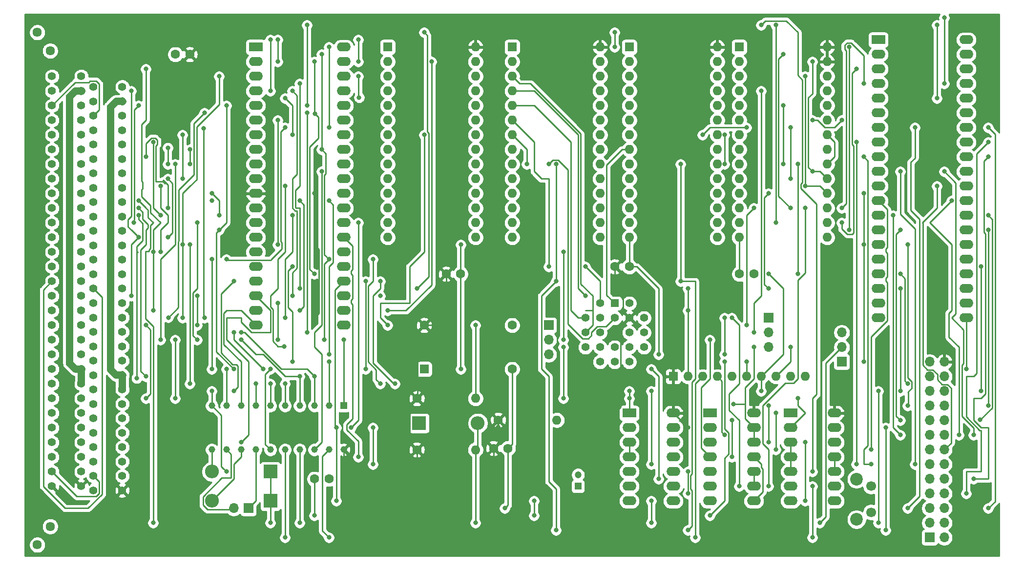
<source format=gbr>
%TF.GenerationSoftware,KiCad,Pcbnew,(5.1.10)-1*%
%TF.CreationDate,2022-01-29T09:49:05+01:00*%
%TF.ProjectId,cpu01,63707530-312e-46b6-9963-61645f706362,rev?*%
%TF.SameCoordinates,Original*%
%TF.FileFunction,Copper,L1,Top*%
%TF.FilePolarity,Positive*%
%FSLAX46Y46*%
G04 Gerber Fmt 4.6, Leading zero omitted, Abs format (unit mm)*
G04 Created by KiCad (PCBNEW (5.1.10)-1) date 2022-01-29 09:49:05*
%MOMM*%
%LPD*%
G01*
G04 APERTURE LIST*
%TA.AperFunction,ComponentPad*%
%ADD10C,1.700000*%
%TD*%
%TA.AperFunction,ComponentPad*%
%ADD11C,2.200000*%
%TD*%
%TA.AperFunction,ComponentPad*%
%ADD12O,1.700000X1.700000*%
%TD*%
%TA.AperFunction,ComponentPad*%
%ADD13R,1.700000X1.700000*%
%TD*%
%TA.AperFunction,ComponentPad*%
%ADD14C,1.422400*%
%TD*%
%TA.AperFunction,ComponentPad*%
%ADD15R,1.422400X1.422400*%
%TD*%
%TA.AperFunction,ComponentPad*%
%ADD16O,2.400000X1.600000*%
%TD*%
%TA.AperFunction,ComponentPad*%
%ADD17R,2.400000X1.600000*%
%TD*%
%TA.AperFunction,ComponentPad*%
%ADD18C,1.600000*%
%TD*%
%TA.AperFunction,ComponentPad*%
%ADD19R,1.600000X1.600000*%
%TD*%
%TA.AperFunction,ComponentPad*%
%ADD20O,1.600000X1.600000*%
%TD*%
%TA.AperFunction,ComponentPad*%
%ADD21O,2.400000X2.400000*%
%TD*%
%TA.AperFunction,ComponentPad*%
%ADD22R,2.400000X2.400000*%
%TD*%
%TA.AperFunction,ComponentPad*%
%ADD23C,1.200000*%
%TD*%
%TA.AperFunction,ComponentPad*%
%ADD24R,1.200000X1.200000*%
%TD*%
%TA.AperFunction,ComponentPad*%
%ADD25C,1.159000*%
%TD*%
%TA.AperFunction,ComponentPad*%
%ADD26R,1.159000X1.159000*%
%TD*%
%TA.AperFunction,ComponentPad*%
%ADD27C,1.610000*%
%TD*%
%TA.AperFunction,ComponentPad*%
%ADD28C,1.400000*%
%TD*%
%TA.AperFunction,SMDPad,CuDef*%
%ADD29C,0.100000*%
%TD*%
%TA.AperFunction,ViaPad*%
%ADD30C,0.800000*%
%TD*%
%TA.AperFunction,Conductor*%
%ADD31C,0.250000*%
%TD*%
%TA.AperFunction,Conductor*%
%ADD32C,0.254000*%
%TD*%
%TA.AperFunction,Conductor*%
%ADD33C,0.100000*%
%TD*%
G04 APERTURE END LIST*
D10*
%TO.P,SW1,1*%
%TO.N,Net-(C7-Pad1)*%
X185420000Y-127000000D03*
%TO.P,SW1,2*%
%TO.N,GND*%
X185420000Y-131500000D03*
D11*
%TO.P,SW1,*%
%TO.N,*%
X182920000Y-125750000D03*
X182920000Y-132750000D03*
%TD*%
D12*
%TO.P,J5,2*%
%TO.N,Net-(IC1-Pad12)*%
X74930000Y-130810000D03*
D13*
%TO.P,J5,1*%
%TO.N,Net-(IC1-Pad14)*%
X77470000Y-130810000D03*
%TD*%
D14*
%TO.P,U10,18*%
%TO.N,Net-(J3-Pad3)*%
X146050000Y-97790000D03*
%TO.P,U10,16*%
%TO.N,N/C*%
X146050000Y-100330000D03*
%TO.P,U10,19*%
X143510000Y-95250000D03*
%TO.P,U10,17*%
X143510000Y-100330000D03*
%TO.P,U10,15*%
X143510000Y-102870000D03*
%TO.P,U10,13*%
X143510000Y-105410000D03*
%TO.P,U10,11*%
X140970000Y-105410000D03*
%TO.P,U10,9*%
X138430000Y-105410000D03*
%TO.P,U10,14*%
X146050000Y-102870000D03*
%TO.P,U10,12*%
X140970000Y-102870000D03*
%TO.P,U10,10*%
%TO.N,GND*%
X138430000Y-102870000D03*
%TO.P,U10,8*%
%TO.N,N/C*%
X135890000Y-102870000D03*
%TO.P,U10,6*%
%TO.N,Net-(U10-Pad6)*%
X135890000Y-100330000D03*
%TO.P,U10,4*%
%TO.N,Net-(U10-Pad4)*%
X135890000Y-97790000D03*
%TO.P,U10,7*%
%TO.N,N/C*%
X138430000Y-100330000D03*
%TO.P,U10,5*%
%TO.N,Net-(U10-Pad5)*%
X138430000Y-97790000D03*
%TO.P,U10,3*%
%TO.N,Net-(U10-Pad3)*%
X138430000Y-95250000D03*
D15*
%TO.P,U10,1*%
%TO.N,Net-(U10-Pad1)*%
X140970000Y-95250000D03*
D14*
%TO.P,U10,20*%
%TO.N,+5P*%
X143510000Y-97790000D03*
%TO.P,U10,2*%
%TO.N,Net-(U10-Pad2)*%
X140970000Y-97790000D03*
%TD*%
D12*
%TO.P,J4,3*%
%TO.N,N/C*%
X180340000Y-100330000D03*
%TO.P,J4,2*%
%TO.N,Net-(IC1-Pad19)*%
X180340000Y-102870000D03*
D13*
%TO.P,J4,1*%
%TO.N,GND*%
X180340000Y-105410000D03*
%TD*%
D12*
%TO.P,J3,3*%
%TO.N,Net-(J3-Pad3)*%
X167640000Y-102870000D03*
%TO.P,J3,2*%
%TO.N,Net-(J3-Pad2)*%
X167640000Y-100330000D03*
D13*
%TO.P,J3,1*%
%TO.N,Net-(D3-Pad2)*%
X167640000Y-97790000D03*
%TD*%
D16*
%TO.P,U7,40*%
%TO.N,Net-(U3-Pad15)*%
X201930000Y-49530000D03*
%TO.P,U7,20*%
%TO.N,Net-(U3-Pad12)*%
X186690000Y-97790000D03*
%TO.P,U7,39*%
%TO.N,Net-(U3-Pad16)*%
X201930000Y-52070000D03*
%TO.P,U7,19*%
%TO.N,Net-(U3-Pad11)*%
X186690000Y-95250000D03*
%TO.P,U7,38*%
%TO.N,Net-(U3-Pad17)*%
X201930000Y-54610000D03*
%TO.P,U7,18*%
%TO.N,Net-(J1-Pad21)*%
X186690000Y-92710000D03*
%TO.P,U7,37*%
%TO.N,Net-(U2-Pad6)*%
X201930000Y-57150000D03*
%TO.P,U7,17*%
%TO.N,Net-(J1-Pad24)*%
X186690000Y-90170000D03*
%TO.P,U7,36*%
%TO.N,Net-(IC1-Pad8)*%
X201930000Y-59690000D03*
%TO.P,U7,16*%
%TO.N,Net-(J1-Pad22)*%
X186690000Y-87630000D03*
%TO.P,U7,35*%
%TO.N,Net-(U3-Pad22)*%
X201930000Y-62230000D03*
%TO.P,U7,15*%
%TO.N,Net-(J1-Pad19)*%
X186690000Y-85090000D03*
%TO.P,U7,34*%
%TO.N,Net-(J1-Pad6)*%
X201930000Y-64770000D03*
%TO.P,U7,14*%
%TO.N,Net-(J1-Pad17)*%
X186690000Y-82550000D03*
%TO.P,U7,33*%
%TO.N,Net-(J1-Pad8)*%
X201930000Y-67310000D03*
%TO.P,U7,13*%
%TO.N,Net-(J1-Pad15)*%
X186690000Y-80010000D03*
%TO.P,U7,32*%
%TO.N,Net-(J1-Pad10)*%
X201930000Y-69850000D03*
%TO.P,U7,12*%
%TO.N,Net-(J1-Pad13)*%
X186690000Y-77470000D03*
%TO.P,U7,31*%
%TO.N,Net-(J1-Pad12)*%
X201930000Y-72390000D03*
%TO.P,U7,11*%
%TO.N,GND*%
X186690000Y-74930000D03*
%TO.P,U7,30*%
%TO.N,Net-(J1-Pad14)*%
X201930000Y-74930000D03*
%TO.P,U7,10*%
%TO.N,Net-(J1-Pad11)*%
X186690000Y-72390000D03*
%TO.P,U7,29*%
%TO.N,Net-(J1-Pad16)*%
X201930000Y-77470000D03*
%TO.P,U7,9*%
%TO.N,Net-(J1-Pad9)*%
X186690000Y-69850000D03*
%TO.P,U7,28*%
%TO.N,Net-(J1-Pad18)*%
X201930000Y-80010000D03*
%TO.P,U7,8*%
%TO.N,Net-(J1-Pad7)*%
X186690000Y-67310000D03*
%TO.P,U7,27*%
%TO.N,Net-(J1-Pad20)*%
X201930000Y-82550000D03*
%TO.P,U7,7*%
%TO.N,Net-(J1-Pad5)*%
X186690000Y-64770000D03*
%TO.P,U7,26*%
%TO.N,+5P*%
X201930000Y-85090000D03*
%TO.P,U7,6*%
%TO.N,Net-(U3-Pad10)*%
X186690000Y-62230000D03*
%TO.P,U7,25*%
%TO.N,Net-(J2-Pad2)*%
X201930000Y-87630000D03*
%TO.P,U7,5*%
%TO.N,Net-(U3-Pad9)*%
X186690000Y-59690000D03*
%TO.P,U7,24*%
%TO.N,+5P*%
X201930000Y-90170000D03*
%TO.P,U7,4*%
%TO.N,Net-(J3-Pad2)*%
X186690000Y-57150000D03*
%TO.P,U7,23*%
%TO.N,Net-(RN1-Pad2)*%
X201930000Y-92710000D03*
%TO.P,U7,3*%
%TO.N,Net-(U3-Pad18)*%
X186690000Y-54610000D03*
%TO.P,U7,22*%
%TO.N,Net-(U7-Pad22)*%
X201930000Y-95250000D03*
%TO.P,U7,2*%
%TO.N,Net-(U3-Pad19)*%
X186690000Y-52070000D03*
%TO.P,U7,21*%
%TO.N,Net-(J1-Pad23)*%
X201930000Y-97790000D03*
D17*
%TO.P,U7,1*%
%TO.N,Net-(U3-Pad13)*%
X186690000Y-49530000D03*
%TD*%
D18*
%TO.P,X2,7*%
%TO.N,GND*%
X123190000Y-106680000D03*
%TO.P,X2,8*%
%TO.N,Net-(J2-Pad1)*%
X123190000Y-99060000D03*
%TO.P,X2,14*%
%TO.N,+5P*%
X107950000Y-99060000D03*
D19*
%TO.P,X2,1*%
%TO.N,N/C*%
X107950000Y-106680000D03*
%TD*%
D20*
%TO.P,R3,2*%
%TO.N,Net-(J2-Pad1)*%
X116840000Y-111760000D03*
D18*
%TO.P,R3,1*%
%TO.N,+5P*%
X106680000Y-111760000D03*
%TD*%
D12*
%TO.P,J2,3*%
%TO.N,N/C*%
X129540000Y-104140000D03*
%TO.P,J2,2*%
%TO.N,Net-(J2-Pad2)*%
X129540000Y-101600000D03*
D13*
%TO.P,J2,1*%
%TO.N,Net-(J2-Pad1)*%
X129540000Y-99060000D03*
%TD*%
D20*
%TO.P,R2,2*%
%TO.N,Net-(R2-Pad2)*%
X130950000Y-115510000D03*
D18*
%TO.P,R2,1*%
%TO.N,+5P*%
X120790000Y-115510000D03*
%TD*%
D20*
%TO.P,R1,2*%
%TO.N,Net-(D3-Pad2)*%
X116840000Y-120660000D03*
D18*
%TO.P,R1,1*%
%TO.N,+5P*%
X106680000Y-120660000D03*
%TD*%
D21*
%TO.P,D3,2*%
%TO.N,Net-(D3-Pad2)*%
X117240000Y-116060000D03*
D22*
%TO.P,D3,1*%
%TO.N,Net-(D1-Pad1)*%
X107080000Y-116060000D03*
%TD*%
D18*
%TO.P,C7,2*%
%TO.N,GND*%
X162600000Y-90170000D03*
%TO.P,C7,1*%
%TO.N,Net-(C7-Pad1)*%
X165100000Y-90170000D03*
%TD*%
D23*
%TO.P,C6,2*%
%TO.N,Net-(C6-Pad2)*%
X134620000Y-125000000D03*
D24*
%TO.P,C6,1*%
%TO.N,Net-(C6-Pad1)*%
X134620000Y-127000000D03*
%TD*%
D18*
%TO.P,C5,2*%
%TO.N,GND*%
X64810000Y-52070000D03*
%TO.P,C5,1*%
%TO.N,+5P*%
X67310000Y-52070000D03*
%TD*%
%TO.P,C4,2*%
%TO.N,GND*%
X88940000Y-125730000D03*
%TO.P,C4,1*%
%TO.N,+5P*%
X91440000Y-125730000D03*
%TD*%
%TO.P,C3,2*%
%TO.N,GND*%
X143510000Y-88900000D03*
%TO.P,C3,1*%
%TO.N,+5P*%
X141010000Y-88900000D03*
%TD*%
%TO.P,C2,2*%
%TO.N,GND*%
X122490000Y-120410000D03*
%TO.P,C2,1*%
%TO.N,+5P*%
X119990000Y-120410000D03*
%TD*%
%TO.P,C1,2*%
%TO.N,GND*%
X114260000Y-90170000D03*
%TO.P,C1,1*%
%TO.N,+5P*%
X111760000Y-90170000D03*
%TD*%
D21*
%TO.P,D2,2*%
%TO.N,Net-(D2-Pad2)*%
X71120000Y-129540000D03*
D22*
%TO.P,D2,1*%
%TO.N,Net-(D1-Pad1)*%
X81280000Y-129540000D03*
%TD*%
D21*
%TO.P,D1,2*%
%TO.N,Net-(D1-Pad2)*%
X71120000Y-124460000D03*
D22*
%TO.P,D1,1*%
%TO.N,Net-(D1-Pad1)*%
X81280000Y-124460000D03*
%TD*%
D16*
%TO.P,U1,14*%
%TO.N,+5P*%
X151130000Y-114300000D03*
%TO.P,U1,7*%
%TO.N,GND*%
X143510000Y-129540000D03*
%TO.P,U1,13*%
%TO.N,N/C*%
X151130000Y-116840000D03*
%TO.P,U1,6*%
X143510000Y-127000000D03*
%TO.P,U1,12*%
X151130000Y-119380000D03*
%TO.P,U1,5*%
%TO.N,Net-(C7-Pad1)*%
X143510000Y-124460000D03*
%TO.P,U1,11*%
%TO.N,Net-(C6-Pad2)*%
X151130000Y-121920000D03*
%TO.P,U1,4*%
%TO.N,GND*%
X143510000Y-121920000D03*
%TO.P,U1,10*%
%TO.N,Net-(C6-Pad1)*%
X151130000Y-124460000D03*
%TO.P,U1,3*%
%TO.N,GND*%
X143510000Y-119380000D03*
%TO.P,U1,9*%
%TO.N,N/C*%
X151130000Y-127000000D03*
%TO.P,U1,2*%
X143510000Y-116840000D03*
%TO.P,U1,8*%
X151130000Y-129540000D03*
D17*
%TO.P,U1,1*%
%TO.N,Net-(U1-Pad1)*%
X143510000Y-114300000D03*
%TD*%
D16*
%TO.P,U5,14*%
%TO.N,+5P*%
X165100000Y-114300000D03*
%TO.P,U5,7*%
%TO.N,GND*%
X157480000Y-129540000D03*
%TO.P,U5,13*%
%TO.N,Net-(U4-Pad19)*%
X165100000Y-116840000D03*
%TO.P,U5,6*%
%TO.N,Net-(D3-Pad2)*%
X157480000Y-127000000D03*
%TO.P,U5,12*%
%TO.N,Net-(U4-Pad19)*%
X165100000Y-119380000D03*
%TO.P,U5,5*%
%TO.N,Net-(U10-Pad6)*%
X157480000Y-124460000D03*
%TO.P,U5,11*%
%TO.N,Net-(R2-Pad2)*%
X165100000Y-121920000D03*
%TO.P,U5,4*%
%TO.N,Net-(U10-Pad5)*%
X157480000Y-121920000D03*
%TO.P,U5,10*%
%TO.N,Net-(IC1-Pad6)*%
X165100000Y-124460000D03*
%TO.P,U5,3*%
%TO.N,N/C*%
X157480000Y-119380000D03*
%TO.P,U5,9*%
%TO.N,Net-(IC1-Pad6)*%
X165100000Y-127000000D03*
%TO.P,U5,2*%
%TO.N,N/C*%
X157480000Y-116840000D03*
%TO.P,U5,8*%
%TO.N,Net-(R2-Pad2)*%
X165100000Y-129540000D03*
D17*
%TO.P,U5,1*%
%TO.N,N/C*%
X157480000Y-114300000D03*
%TD*%
D16*
%TO.P,U2,14*%
%TO.N,+5P*%
X179070000Y-114300000D03*
%TO.P,U2,7*%
%TO.N,GND*%
X171450000Y-129540000D03*
%TO.P,U2,13*%
%TO.N,Net-(J1-Pad2)*%
X179070000Y-116840000D03*
%TO.P,U2,6*%
%TO.N,Net-(U2-Pad6)*%
X171450000Y-127000000D03*
%TO.P,U2,12*%
%TO.N,Net-(U2-Pad12)*%
X179070000Y-119380000D03*
%TO.P,U2,5*%
%TO.N,Net-(U2-Pad3)*%
X171450000Y-124460000D03*
%TO.P,U2,11*%
%TO.N,Net-(U2-Pad10)*%
X179070000Y-121920000D03*
%TO.P,U2,4*%
%TO.N,Net-(U2-Pad3)*%
X171450000Y-121920000D03*
%TO.P,U2,10*%
%TO.N,Net-(U2-Pad10)*%
X179070000Y-124460000D03*
%TO.P,U2,3*%
%TO.N,Net-(U2-Pad3)*%
X171450000Y-119380000D03*
%TO.P,U2,9*%
%TO.N,Net-(J1-Pad1)*%
X179070000Y-127000000D03*
%TO.P,U2,2*%
%TO.N,Net-(U1-Pad1)*%
X171450000Y-116840000D03*
%TO.P,U2,8*%
%TO.N,Net-(U2-Pad12)*%
X179070000Y-129540000D03*
D17*
%TO.P,U2,1*%
%TO.N,Net-(U2-Pad1)*%
X171450000Y-114300000D03*
%TD*%
D20*
%TO.P,RN1,10*%
%TO.N,N/C*%
X173990000Y-107950000D03*
%TO.P,RN1,9*%
X171450000Y-107950000D03*
%TO.P,RN1,8*%
%TO.N,Net-(IC1-Pad19)*%
X168910000Y-107950000D03*
%TO.P,RN1,7*%
%TO.N,Net-(C7-Pad1)*%
X166370000Y-107950000D03*
%TO.P,RN1,6*%
%TO.N,Net-(RN1-Pad6)*%
X163830000Y-107950000D03*
%TO.P,RN1,5*%
%TO.N,Net-(RN1-Pad5)*%
X161290000Y-107950000D03*
%TO.P,RN1,4*%
%TO.N,Net-(J1-Pad2)*%
X158750000Y-107950000D03*
%TO.P,RN1,3*%
%TO.N,Net-(J1-Pad1)*%
X156210000Y-107950000D03*
%TO.P,RN1,2*%
%TO.N,Net-(RN1-Pad2)*%
X153670000Y-107950000D03*
D19*
%TO.P,RN1,1*%
%TO.N,+5P*%
X151130000Y-107950000D03*
%TD*%
D12*
%TO.P,J1,26*%
%TO.N,+5P*%
X198120000Y-105410000D03*
%TO.P,J1,25*%
%TO.N,GND*%
X195580000Y-105410000D03*
%TO.P,J1,24*%
%TO.N,Net-(J1-Pad24)*%
X198120000Y-107950000D03*
%TO.P,J1,23*%
%TO.N,Net-(J1-Pad23)*%
X195580000Y-107950000D03*
%TO.P,J1,22*%
%TO.N,Net-(J1-Pad22)*%
X198120000Y-110490000D03*
%TO.P,J1,21*%
%TO.N,Net-(J1-Pad21)*%
X195580000Y-110490000D03*
%TO.P,J1,20*%
%TO.N,Net-(J1-Pad20)*%
X198120000Y-113030000D03*
%TO.P,J1,19*%
%TO.N,Net-(J1-Pad19)*%
X195580000Y-113030000D03*
%TO.P,J1,18*%
%TO.N,Net-(J1-Pad18)*%
X198120000Y-115570000D03*
%TO.P,J1,17*%
%TO.N,Net-(J1-Pad17)*%
X195580000Y-115570000D03*
%TO.P,J1,16*%
%TO.N,Net-(J1-Pad16)*%
X198120000Y-118110000D03*
%TO.P,J1,15*%
%TO.N,Net-(J1-Pad15)*%
X195580000Y-118110000D03*
%TO.P,J1,14*%
%TO.N,Net-(J1-Pad14)*%
X198120000Y-120650000D03*
%TO.P,J1,13*%
%TO.N,Net-(J1-Pad13)*%
X195580000Y-120650000D03*
%TO.P,J1,12*%
%TO.N,Net-(J1-Pad12)*%
X198120000Y-123190000D03*
%TO.P,J1,11*%
%TO.N,Net-(J1-Pad11)*%
X195580000Y-123190000D03*
%TO.P,J1,10*%
%TO.N,Net-(J1-Pad10)*%
X198120000Y-125730000D03*
%TO.P,J1,9*%
%TO.N,Net-(J1-Pad9)*%
X195580000Y-125730000D03*
%TO.P,J1,8*%
%TO.N,Net-(J1-Pad8)*%
X198120000Y-128270000D03*
%TO.P,J1,7*%
%TO.N,Net-(J1-Pad7)*%
X195580000Y-128270000D03*
%TO.P,J1,6*%
%TO.N,Net-(J1-Pad6)*%
X198120000Y-130810000D03*
%TO.P,J1,5*%
%TO.N,Net-(J1-Pad5)*%
X195580000Y-130810000D03*
%TO.P,J1,4*%
%TO.N,N/C*%
X198120000Y-133350000D03*
%TO.P,J1,3*%
%TO.N,Net-(C7-Pad1)*%
X195580000Y-133350000D03*
%TO.P,J1,2*%
%TO.N,Net-(J1-Pad2)*%
X198120000Y-135890000D03*
D13*
%TO.P,J1,1*%
%TO.N,Net-(J1-Pad1)*%
X195580000Y-135890000D03*
%TD*%
D20*
%TO.P,U9,28*%
%TO.N,+5P*%
X177800000Y-50800000D03*
%TO.P,U9,14*%
%TO.N,GND*%
X162560000Y-83820000D03*
%TO.P,U9,27*%
%TO.N,+5P*%
X177800000Y-53340000D03*
%TO.P,U9,13*%
%TO.N,Net-(U3-Pad13)*%
X162560000Y-81280000D03*
%TO.P,U9,26*%
%TO.N,N/C*%
X177800000Y-55880000D03*
%TO.P,U9,12*%
%TO.N,Net-(U3-Pad12)*%
X162560000Y-78740000D03*
%TO.P,U9,25*%
%TO.N,Net-(U3-Pad25)*%
X177800000Y-58420000D03*
%TO.P,U9,11*%
%TO.N,Net-(U3-Pad11)*%
X162560000Y-76200000D03*
%TO.P,U9,24*%
%TO.N,Net-(U3-Pad24)*%
X177800000Y-60960000D03*
%TO.P,U9,10*%
%TO.N,Net-(U3-Pad10)*%
X162560000Y-73660000D03*
%TO.P,U9,23*%
%TO.N,Net-(IC1-Pad2)*%
X177800000Y-63500000D03*
%TO.P,U9,9*%
%TO.N,Net-(U3-Pad9)*%
X162560000Y-71120000D03*
%TO.P,U9,22*%
%TO.N,Net-(IC1-Pad15)*%
X177800000Y-66040000D03*
%TO.P,U9,8*%
%TO.N,Net-(U10-Pad1)*%
X162560000Y-68580000D03*
%TO.P,U9,21*%
%TO.N,Net-(IC1-Pad1)*%
X177800000Y-68580000D03*
%TO.P,U9,7*%
%TO.N,Net-(U10-Pad2)*%
X162560000Y-66040000D03*
%TO.P,U9,20*%
%TO.N,Net-(IC1-Pad15)*%
X177800000Y-71120000D03*
%TO.P,U9,6*%
%TO.N,Net-(U10-Pad3)*%
X162560000Y-63500000D03*
%TO.P,U9,19*%
%TO.N,Net-(U3-Pad19)*%
X177800000Y-73660000D03*
%TO.P,U9,5*%
%TO.N,Net-(U10-Pad4)*%
X162560000Y-60960000D03*
%TO.P,U9,18*%
%TO.N,Net-(U3-Pad18)*%
X177800000Y-76200000D03*
%TO.P,U9,4*%
%TO.N,Net-(U10-Pad5)*%
X162560000Y-58420000D03*
%TO.P,U9,17*%
%TO.N,Net-(U3-Pad17)*%
X177800000Y-78740000D03*
%TO.P,U9,3*%
%TO.N,Net-(U10-Pad6)*%
X162560000Y-55880000D03*
%TO.P,U9,16*%
%TO.N,Net-(U3-Pad16)*%
X177800000Y-81280000D03*
%TO.P,U9,2*%
%TO.N,Net-(IC1-Pad3)*%
X162560000Y-53340000D03*
%TO.P,U9,15*%
%TO.N,Net-(U3-Pad15)*%
X177800000Y-83820000D03*
D19*
%TO.P,U9,1*%
%TO.N,N/C*%
X162560000Y-50800000D03*
%TD*%
D20*
%TO.P,U8,28*%
%TO.N,+5P*%
X158750000Y-50800000D03*
%TO.P,U8,14*%
%TO.N,GND*%
X143510000Y-83820000D03*
%TO.P,U8,27*%
%TO.N,Net-(IC1-Pad5)*%
X158750000Y-53340000D03*
%TO.P,U8,13*%
%TO.N,Net-(U3-Pad13)*%
X143510000Y-81280000D03*
%TO.P,U8,26*%
%TO.N,Net-(IC1-Pad4)*%
X158750000Y-55880000D03*
%TO.P,U8,12*%
%TO.N,Net-(U3-Pad12)*%
X143510000Y-78740000D03*
%TO.P,U8,25*%
%TO.N,Net-(U3-Pad25)*%
X158750000Y-58420000D03*
%TO.P,U8,11*%
%TO.N,Net-(U3-Pad11)*%
X143510000Y-76200000D03*
%TO.P,U8,24*%
%TO.N,Net-(U3-Pad24)*%
X158750000Y-60960000D03*
%TO.P,U8,10*%
%TO.N,Net-(U3-Pad10)*%
X143510000Y-73660000D03*
%TO.P,U8,23*%
%TO.N,Net-(IC1-Pad2)*%
X158750000Y-63500000D03*
%TO.P,U8,9*%
%TO.N,Net-(U3-Pad9)*%
X143510000Y-71120000D03*
%TO.P,U8,22*%
%TO.N,Net-(IC1-Pad16)*%
X158750000Y-66040000D03*
%TO.P,U8,8*%
%TO.N,Net-(U10-Pad1)*%
X143510000Y-68580000D03*
%TO.P,U8,21*%
%TO.N,Net-(IC1-Pad1)*%
X158750000Y-68580000D03*
%TO.P,U8,7*%
%TO.N,Net-(U10-Pad2)*%
X143510000Y-66040000D03*
%TO.P,U8,20*%
%TO.N,Net-(IC1-Pad16)*%
X158750000Y-71120000D03*
%TO.P,U8,6*%
%TO.N,Net-(U10-Pad3)*%
X143510000Y-63500000D03*
%TO.P,U8,19*%
%TO.N,Net-(U3-Pad19)*%
X158750000Y-73660000D03*
%TO.P,U8,5*%
%TO.N,Net-(U10-Pad4)*%
X143510000Y-60960000D03*
%TO.P,U8,18*%
%TO.N,Net-(U3-Pad18)*%
X158750000Y-76200000D03*
%TO.P,U8,4*%
%TO.N,Net-(U10-Pad5)*%
X143510000Y-58420000D03*
%TO.P,U8,17*%
%TO.N,Net-(U3-Pad17)*%
X158750000Y-78740000D03*
%TO.P,U8,3*%
%TO.N,Net-(U10-Pad6)*%
X143510000Y-55880000D03*
%TO.P,U8,16*%
%TO.N,Net-(U3-Pad16)*%
X158750000Y-81280000D03*
%TO.P,U8,2*%
%TO.N,Net-(IC1-Pad3)*%
X143510000Y-53340000D03*
%TO.P,U8,15*%
%TO.N,Net-(U3-Pad15)*%
X158750000Y-83820000D03*
D19*
%TO.P,U8,1*%
%TO.N,Net-(IC1-Pad6)*%
X143510000Y-50800000D03*
%TD*%
D20*
%TO.P,U6,28*%
%TO.N,+5P*%
X138430000Y-50800000D03*
%TO.P,U6,14*%
%TO.N,GND*%
X123190000Y-83820000D03*
%TO.P,U6,27*%
%TO.N,Net-(U3-Pad27)*%
X138430000Y-53340000D03*
%TO.P,U6,13*%
%TO.N,Net-(U3-Pad13)*%
X123190000Y-81280000D03*
%TO.P,U6,26*%
%TO.N,Net-(IC1-Pad4)*%
X138430000Y-55880000D03*
%TO.P,U6,12*%
%TO.N,Net-(U3-Pad12)*%
X123190000Y-78740000D03*
%TO.P,U6,25*%
%TO.N,Net-(U3-Pad25)*%
X138430000Y-58420000D03*
%TO.P,U6,11*%
%TO.N,Net-(U3-Pad11)*%
X123190000Y-76200000D03*
%TO.P,U6,24*%
%TO.N,Net-(U3-Pad24)*%
X138430000Y-60960000D03*
%TO.P,U6,10*%
%TO.N,Net-(U3-Pad10)*%
X123190000Y-73660000D03*
%TO.P,U6,23*%
%TO.N,Net-(IC1-Pad2)*%
X138430000Y-63500000D03*
%TO.P,U6,9*%
%TO.N,Net-(U3-Pad9)*%
X123190000Y-71120000D03*
%TO.P,U6,22*%
%TO.N,Net-(U3-Pad22)*%
X138430000Y-66040000D03*
%TO.P,U6,8*%
%TO.N,Net-(U10-Pad1)*%
X123190000Y-68580000D03*
%TO.P,U6,21*%
%TO.N,Net-(IC1-Pad1)*%
X138430000Y-68580000D03*
%TO.P,U6,7*%
%TO.N,Net-(U10-Pad2)*%
X123190000Y-66040000D03*
%TO.P,U6,20*%
%TO.N,Net-(IC1-Pad17)*%
X138430000Y-71120000D03*
%TO.P,U6,6*%
%TO.N,Net-(U10-Pad3)*%
X123190000Y-63500000D03*
%TO.P,U6,19*%
%TO.N,Net-(U3-Pad19)*%
X138430000Y-73660000D03*
%TO.P,U6,5*%
%TO.N,Net-(U10-Pad4)*%
X123190000Y-60960000D03*
%TO.P,U6,18*%
%TO.N,Net-(U3-Pad18)*%
X138430000Y-76200000D03*
%TO.P,U6,4*%
%TO.N,Net-(U10-Pad5)*%
X123190000Y-58420000D03*
%TO.P,U6,17*%
%TO.N,Net-(U3-Pad17)*%
X138430000Y-78740000D03*
%TO.P,U6,3*%
%TO.N,Net-(U10-Pad6)*%
X123190000Y-55880000D03*
%TO.P,U6,16*%
%TO.N,Net-(U3-Pad16)*%
X138430000Y-81280000D03*
%TO.P,U6,2*%
%TO.N,Net-(IC1-Pad3)*%
X123190000Y-53340000D03*
%TO.P,U6,15*%
%TO.N,Net-(U3-Pad15)*%
X138430000Y-83820000D03*
D19*
%TO.P,U6,1*%
%TO.N,Net-(IC1-Pad5)*%
X123190000Y-50800000D03*
%TD*%
D20*
%TO.P,U3,28*%
%TO.N,+5P*%
X116840000Y-50800000D03*
%TO.P,U3,14*%
%TO.N,GND*%
X101600000Y-83820000D03*
%TO.P,U3,27*%
%TO.N,Net-(U3-Pad27)*%
X116840000Y-53340000D03*
%TO.P,U3,13*%
%TO.N,Net-(U3-Pad13)*%
X101600000Y-81280000D03*
%TO.P,U3,26*%
%TO.N,Net-(IC1-Pad4)*%
X116840000Y-55880000D03*
%TO.P,U3,12*%
%TO.N,Net-(U3-Pad12)*%
X101600000Y-78740000D03*
%TO.P,U3,25*%
%TO.N,Net-(U3-Pad25)*%
X116840000Y-58420000D03*
%TO.P,U3,11*%
%TO.N,Net-(U3-Pad11)*%
X101600000Y-76200000D03*
%TO.P,U3,24*%
%TO.N,Net-(U3-Pad24)*%
X116840000Y-60960000D03*
%TO.P,U3,10*%
%TO.N,Net-(U3-Pad10)*%
X101600000Y-73660000D03*
%TO.P,U3,23*%
%TO.N,Net-(IC1-Pad2)*%
X116840000Y-63500000D03*
%TO.P,U3,9*%
%TO.N,Net-(U3-Pad9)*%
X101600000Y-71120000D03*
%TO.P,U3,22*%
%TO.N,Net-(U3-Pad22)*%
X116840000Y-66040000D03*
%TO.P,U3,8*%
%TO.N,Net-(U10-Pad1)*%
X101600000Y-68580000D03*
%TO.P,U3,21*%
%TO.N,Net-(IC1-Pad1)*%
X116840000Y-68580000D03*
%TO.P,U3,7*%
%TO.N,Net-(U10-Pad2)*%
X101600000Y-66040000D03*
%TO.P,U3,20*%
%TO.N,Net-(IC1-Pad18)*%
X116840000Y-71120000D03*
%TO.P,U3,6*%
%TO.N,Net-(U10-Pad3)*%
X101600000Y-63500000D03*
%TO.P,U3,19*%
%TO.N,Net-(U3-Pad19)*%
X116840000Y-73660000D03*
%TO.P,U3,5*%
%TO.N,Net-(U10-Pad4)*%
X101600000Y-60960000D03*
%TO.P,U3,18*%
%TO.N,Net-(U3-Pad18)*%
X116840000Y-76200000D03*
%TO.P,U3,4*%
%TO.N,Net-(U10-Pad5)*%
X101600000Y-58420000D03*
%TO.P,U3,17*%
%TO.N,Net-(U3-Pad17)*%
X116840000Y-78740000D03*
%TO.P,U3,3*%
%TO.N,Net-(U10-Pad6)*%
X101600000Y-55880000D03*
%TO.P,U3,16*%
%TO.N,Net-(U3-Pad16)*%
X116840000Y-81280000D03*
%TO.P,U3,2*%
%TO.N,Net-(IC1-Pad3)*%
X101600000Y-53340000D03*
%TO.P,U3,15*%
%TO.N,Net-(U3-Pad15)*%
X116840000Y-83820000D03*
D19*
%TO.P,U3,1*%
%TO.N,Net-(IC1-Pad5)*%
X101600000Y-50800000D03*
%TD*%
D25*
%TO.P,IC1,20*%
%TO.N,+5P*%
X93980000Y-120650000D03*
%TO.P,IC1,19*%
%TO.N,Net-(IC1-Pad19)*%
X91440000Y-120650000D03*
%TO.P,IC1,18*%
%TO.N,Net-(IC1-Pad18)*%
X88900000Y-120650000D03*
%TO.P,IC1,17*%
%TO.N,Net-(IC1-Pad17)*%
X86360000Y-120650000D03*
%TO.P,IC1,16*%
%TO.N,Net-(IC1-Pad16)*%
X83820000Y-120650000D03*
%TO.P,IC1,15*%
%TO.N,Net-(IC1-Pad15)*%
X81280000Y-120650000D03*
%TO.P,IC1,14*%
%TO.N,Net-(IC1-Pad14)*%
X78740000Y-120650000D03*
%TO.P,IC1,13*%
%TO.N,Net-(D2-Pad2)*%
X76200000Y-120650000D03*
%TO.P,IC1,12*%
%TO.N,Net-(IC1-Pad12)*%
X73660000Y-120650000D03*
%TO.P,IC1,11*%
%TO.N,Net-(D1-Pad2)*%
X71120000Y-120650000D03*
%TO.P,IC1,10*%
%TO.N,GND*%
X71120000Y-113030000D03*
%TO.P,IC1,9*%
%TO.N,Net-(IC1-Pad9)*%
X73660000Y-113030000D03*
%TO.P,IC1,8*%
%TO.N,Net-(IC1-Pad8)*%
X76200000Y-113030000D03*
%TO.P,IC1,7*%
%TO.N,Net-(IC1-Pad7)*%
X78740000Y-113030000D03*
%TO.P,IC1,6*%
%TO.N,Net-(IC1-Pad6)*%
X81280000Y-113030000D03*
%TO.P,IC1,5*%
%TO.N,Net-(IC1-Pad5)*%
X83820000Y-113030000D03*
%TO.P,IC1,4*%
%TO.N,Net-(IC1-Pad4)*%
X86360000Y-113030000D03*
%TO.P,IC1,3*%
%TO.N,Net-(IC1-Pad3)*%
X88900000Y-113030000D03*
%TO.P,IC1,2*%
%TO.N,Net-(IC1-Pad2)*%
X91440000Y-113030000D03*
D26*
%TO.P,IC1,1*%
%TO.N,Net-(IC1-Pad1)*%
X93980000Y-113030000D03*
%TD*%
D17*
%TO.P,U4,1*%
%TO.N,Net-(IC1-Pad2)*%
X78740000Y-50800000D03*
D16*
%TO.P,U4,21*%
%TO.N,Net-(U3-Pad22)*%
X93980000Y-99060000D03*
%TO.P,U4,2*%
%TO.N,Net-(IC1-Pad3)*%
X78740000Y-53340000D03*
%TO.P,U4,22*%
%TO.N,Net-(U3-Pad27)*%
X93980000Y-96520000D03*
%TO.P,U4,3*%
%TO.N,Net-(IC1-Pad4)*%
X78740000Y-55880000D03*
%TO.P,U4,23*%
%TO.N,N/C*%
X93980000Y-93980000D03*
%TO.P,U4,4*%
%TO.N,Net-(IC1-Pad5)*%
X78740000Y-58420000D03*
%TO.P,U4,24*%
%TO.N,Net-(RN1-Pad6)*%
X93980000Y-91440000D03*
%TO.P,U4,5*%
%TO.N,Net-(IC1-Pad6)*%
X78740000Y-60960000D03*
%TO.P,U4,25*%
%TO.N,Net-(RN1-Pad5)*%
X93980000Y-88900000D03*
%TO.P,U4,6*%
%TO.N,Net-(J2-Pad2)*%
X78740000Y-63500000D03*
%TO.P,U4,26*%
%TO.N,Net-(U1-Pad1)*%
X93980000Y-86360000D03*
%TO.P,U4,7*%
%TO.N,Net-(U4-Pad7)*%
X78740000Y-66040000D03*
%TO.P,U4,27*%
%TO.N,Net-(U2-Pad1)*%
X93980000Y-83820000D03*
%TO.P,U4,8*%
%TO.N,Net-(U4-Pad8)*%
X78740000Y-68580000D03*
%TO.P,U4,28*%
%TO.N,Net-(U4-Pad28)*%
X93980000Y-81280000D03*
%TO.P,U4,9*%
%TO.N,Net-(U4-Pad9)*%
X78740000Y-71120000D03*
%TO.P,U4,29*%
%TO.N,GND*%
X93980000Y-78740000D03*
%TO.P,U4,10*%
%TO.N,Net-(U4-Pad10)*%
X78740000Y-73660000D03*
%TO.P,U4,30*%
%TO.N,Net-(U3-Pad10)*%
X93980000Y-76200000D03*
%TO.P,U4,11*%
%TO.N,+5P*%
X78740000Y-76200000D03*
%TO.P,U4,31*%
%TO.N,Net-(U3-Pad9)*%
X93980000Y-73660000D03*
%TO.P,U4,12*%
%TO.N,Net-(U4-Pad12)*%
X78740000Y-78740000D03*
%TO.P,U4,32*%
%TO.N,Net-(U10-Pad1)*%
X93980000Y-71120000D03*
%TO.P,U4,13*%
%TO.N,Net-(U4-Pad13)*%
X78740000Y-81280000D03*
%TO.P,U4,33*%
%TO.N,Net-(U10-Pad2)*%
X93980000Y-68580000D03*
%TO.P,U4,14*%
%TO.N,Net-(U4-Pad14)*%
X78740000Y-83820000D03*
%TO.P,U4,34*%
%TO.N,Net-(U10-Pad3)*%
X93980000Y-66040000D03*
%TO.P,U4,15*%
%TO.N,Net-(U4-Pad15)*%
X78740000Y-86360000D03*
%TO.P,U4,35*%
%TO.N,Net-(U10-Pad4)*%
X93980000Y-63500000D03*
%TO.P,U4,16*%
%TO.N,Net-(RN1-Pad2)*%
X78740000Y-88900000D03*
%TO.P,U4,36*%
%TO.N,Net-(U10-Pad5)*%
X93980000Y-60960000D03*
%TO.P,U4,17*%
%TO.N,Net-(U2-Pad12)*%
X78740000Y-91440000D03*
%TO.P,U4,37*%
%TO.N,Net-(U10-Pad6)*%
X93980000Y-58420000D03*
%TO.P,U4,18*%
%TO.N,Net-(U4-Pad18)*%
X78740000Y-93980000D03*
%TO.P,U4,38*%
%TO.N,Net-(U3-Pad25)*%
X93980000Y-55880000D03*
%TO.P,U4,19*%
%TO.N,Net-(U4-Pad19)*%
X78740000Y-96520000D03*
%TO.P,U4,39*%
%TO.N,Net-(U3-Pad24)*%
X93980000Y-53340000D03*
%TO.P,U4,20*%
%TO.N,Net-(IC1-Pad8)*%
X78740000Y-99060000D03*
%TO.P,U4,40*%
%TO.N,Net-(IC1-Pad1)*%
X93980000Y-50800000D03*
%TD*%
D27*
%TO.P,X1,*%
%TO.N,*%
X40868600Y-48260000D03*
X40868600Y-137160000D03*
D28*
%TO.P,X1,A01*%
%TO.N,GND*%
X43408600Y-55880000D03*
%TO.P,X1,A02*%
X43408600Y-58420000D03*
%TO.P,X1,A04*%
%TO.N,Net-(U4-Pad13)*%
X43408600Y-63500000D03*
%TO.P,X1,A05*%
%TO.N,Net-(U4-Pad9)*%
X43408600Y-66040000D03*
%TO.P,X1,A06*%
%TO.N,Net-(U4-Pad8)*%
X43408600Y-68580000D03*
%TO.P,X1,A07*%
%TO.N,Net-(U4-Pad15)*%
X43408600Y-71120000D03*
%TO.P,X1,A08*%
%TO.N,Net-(U3-Pad27)*%
X43408600Y-73660000D03*
%TO.P,X1,A09*%
%TO.N,Net-(IC1-Pad7)*%
X43408600Y-76200000D03*
%TO.P,X1,A10*%
%TO.N,Net-(U7-Pad22)*%
X43408600Y-78740000D03*
%TO.P,X1,A11*%
%TO.N,Net-(IC1-Pad5)*%
X43408600Y-81280000D03*
%TO.P,X1,A12*%
%TO.N,Net-(IC1-Pad3)*%
X43408600Y-83820000D03*
%TO.P,X1,A13*%
%TO.N,Net-(IC1-Pad1)*%
X43408600Y-86360000D03*
%TO.P,X1,A14*%
%TO.N,Net-(U3-Pad25)*%
X43408600Y-88900000D03*
%TO.P,X1,A15*%
%TO.N,Net-(X1-PadA15)*%
X43408600Y-91440000D03*
%TO.P,X1,A16*%
%TO.N,Net-(U10-Pad5)*%
X43408600Y-93980000D03*
%TO.P,X1,A17*%
%TO.N,Net-(U10-Pad3)*%
X43408600Y-96520000D03*
%TO.P,X1,A18*%
%TO.N,Net-(U10-Pad1)*%
X43408600Y-99060000D03*
%TO.P,X1,A19*%
%TO.N,Net-(U3-Pad10)*%
X43408600Y-101600000D03*
%TO.P,X1,A20*%
%TO.N,Net-(IC1-Pad9)*%
X43408600Y-104140000D03*
%TO.P,X1,A21*%
%TO.N,Net-(J2-Pad2)*%
X43408600Y-106680000D03*
%TO.P,X1,A22*%
%TO.N,Net-(X1-PadA22)*%
X43408600Y-109220000D03*
%TO.P,X1,A23*%
%TO.N,Net-(X1-PadA23)*%
X43408600Y-111760000D03*
%TO.P,X1,A24*%
%TO.N,Net-(RN1-Pad6)*%
X43408600Y-114300000D03*
%TO.P,X1,A25*%
%TO.N,Net-(U4-Pad28)*%
X43408600Y-116840000D03*
%TO.P,X1,A26*%
%TO.N,Net-(U2-Pad1)*%
X43408600Y-119380000D03*
%TO.P,X1,A27*%
%TO.N,Net-(X1-PadA27)*%
X43408600Y-121920000D03*
%TO.P,X1,A28*%
%TO.N,Net-(X1-PadA28)*%
X43408600Y-124460000D03*
%TO.P,X1,A29*%
%TO.N,+5P*%
X43408600Y-127000000D03*
%TO.P,X1,C01*%
%TO.N,GND*%
X48488600Y-55880000D03*
%TO.P,X1,C02*%
X48488600Y-58420000D03*
%TO.P,X1,C03*%
%TO.N,Net-(X1-PadC03)*%
X48488600Y-60960000D03*
%TO.P,X1,C04*%
%TO.N,Net-(U4-Pad10)*%
X48488600Y-63500000D03*
%TO.P,X1,C05*%
%TO.N,Net-(U4-Pad7)*%
X48488600Y-66040000D03*
%TO.P,X1,C06*%
%TO.N,Net-(U4-Pad12)*%
X48488600Y-68580000D03*
%TO.P,X1,C07*%
%TO.N,Net-(U4-Pad14)*%
X48488600Y-71120000D03*
%TO.P,X1,C08*%
%TO.N,Net-(U3-Pad22)*%
X48488600Y-73660000D03*
%TO.P,X1,C09*%
%TO.N,Net-(D1-Pad1)*%
X48488600Y-76200000D03*
%TO.P,X1,C10*%
%TO.N,Net-(X1-PadC10)*%
X48488600Y-78740000D03*
%TO.P,X1,C11*%
%TO.N,Net-(IC1-Pad6)*%
X48488600Y-81280000D03*
%TO.P,X1,C12*%
%TO.N,Net-(IC1-Pad4)*%
X48488600Y-83820000D03*
%TO.P,X1,C13*%
%TO.N,Net-(IC1-Pad2)*%
X48488600Y-86360000D03*
%TO.P,X1,C14*%
%TO.N,Net-(U3-Pad24)*%
X48488600Y-88900000D03*
%TO.P,X1,C15*%
%TO.N,Net-(X1-PadC15)*%
X48488600Y-91440000D03*
%TO.P,X1,C16*%
%TO.N,Net-(U10-Pad6)*%
X48488600Y-93980000D03*
%TO.P,X1,C17*%
%TO.N,Net-(U10-Pad4)*%
X48488600Y-96520000D03*
%TO.P,X1,C18*%
%TO.N,Net-(U10-Pad2)*%
X48488600Y-99060000D03*
%TO.P,X1,C19*%
%TO.N,Net-(U3-Pad9)*%
X48488600Y-101600000D03*
%TO.P,X1,C20*%
%TO.N,Net-(RN1-Pad5)*%
X48488600Y-104140000D03*
%TO.P,X1,C21*%
%TO.N,GND*%
X48488600Y-106680000D03*
%TO.P,X1,C22*%
X48488600Y-109220000D03*
%TO.P,X1,C23*%
%TO.N,Net-(X1-PadC23)*%
X48488600Y-111760000D03*
%TO.P,X1,C24*%
%TO.N,Net-(IC1-Pad8)*%
X48488600Y-114300000D03*
%TO.P,X1,C25*%
%TO.N,Net-(X1-PadC25)*%
X48488600Y-116840000D03*
%TO.P,X1,C26*%
%TO.N,Net-(U4-Pad18)*%
X48488600Y-119380000D03*
%TO.P,X1,C27*%
%TO.N,Net-(X1-PadC27)*%
X48488600Y-121920000D03*
%TO.P,X1,C28*%
%TO.N,Net-(X1-PadC28)*%
X48488600Y-124460000D03*
%TO.P,X1,C29*%
%TO.N,+5P*%
X48488600Y-127000000D03*
D27*
%TO.P,X1,*%
%TO.N,*%
X43100000Y-51460000D03*
X43100000Y-133960000D03*
D28*
%TO.P,X1,C01*%
%TO.N,GND*%
X55600000Y-57710000D03*
%TO.P,X1,C02*%
X55600000Y-60210000D03*
%TO.P,X1,C03*%
%TO.N,Net-(X1-PadC03)*%
X55600000Y-62710000D03*
%TO.P,X1,C04*%
%TO.N,Net-(U4-Pad10)*%
X55600000Y-65210000D03*
%TO.P,X1,C05*%
%TO.N,Net-(U4-Pad7)*%
X55600000Y-67710000D03*
%TO.P,X1,C06*%
%TO.N,Net-(U4-Pad12)*%
X55600000Y-70210000D03*
%TO.P,X1,C07*%
%TO.N,Net-(U4-Pad14)*%
X55600000Y-72710000D03*
%TO.P,X1,C08*%
%TO.N,Net-(U3-Pad22)*%
X55600000Y-75210000D03*
%TO.P,X1,C09*%
%TO.N,Net-(D1-Pad1)*%
X55600000Y-77710000D03*
%TO.P,X1,C10*%
%TO.N,Net-(X1-PadC10)*%
X55600000Y-80210000D03*
%TO.P,X1,C11*%
%TO.N,Net-(IC1-Pad6)*%
X55600000Y-82710000D03*
%TO.P,X1,C12*%
%TO.N,Net-(IC1-Pad4)*%
X55600000Y-85210000D03*
%TO.P,X1,C13*%
%TO.N,Net-(IC1-Pad2)*%
X55600000Y-87710000D03*
%TO.P,X1,C14*%
%TO.N,Net-(U3-Pad24)*%
X55600000Y-90210000D03*
%TO.P,X1,C15*%
%TO.N,Net-(X1-PadC15)*%
X55600000Y-92710000D03*
%TO.P,X1,C16*%
%TO.N,Net-(U10-Pad6)*%
X55600000Y-95210000D03*
%TO.P,X1,C17*%
%TO.N,Net-(U10-Pad4)*%
X55600000Y-97710000D03*
%TO.P,X1,C18*%
%TO.N,Net-(U10-Pad2)*%
X55600000Y-100210000D03*
%TO.P,X1,C19*%
%TO.N,Net-(U3-Pad9)*%
X55600000Y-102710000D03*
%TO.P,X1,C20*%
%TO.N,Net-(RN1-Pad5)*%
X55600000Y-105210000D03*
%TO.P,X1,C21*%
%TO.N,GND*%
X55600000Y-107710000D03*
%TO.P,X1,C22*%
X55600000Y-110210000D03*
%TO.P,X1,C23*%
%TO.N,Net-(X1-PadC23)*%
X55600000Y-112710000D03*
%TO.P,X1,C24*%
%TO.N,Net-(IC1-Pad8)*%
X55600000Y-115210000D03*
%TO.P,X1,C25*%
%TO.N,Net-(X1-PadC25)*%
X55600000Y-117710000D03*
%TO.P,X1,C26*%
%TO.N,Net-(U4-Pad18)*%
X55600000Y-120210000D03*
%TO.P,X1,C27*%
%TO.N,Net-(X1-PadC27)*%
X55600000Y-122710000D03*
%TO.P,X1,C28*%
%TO.N,Net-(X1-PadC28)*%
X55600000Y-125210000D03*
%TO.P,X1,C29*%
%TO.N,+5P*%
X55600000Y-127710000D03*
%TO.P,X1,A01*%
%TO.N,GND*%
X50600000Y-57710000D03*
%TO.P,X1,A02*%
X50600000Y-60210000D03*
%TO.P,X1,A03*%
%TO.N,Net-(X1-PadA03)*%
X50600000Y-62710000D03*
%TO.P,X1,A04*%
%TO.N,Net-(U4-Pad13)*%
X50600000Y-65210000D03*
%TO.P,X1,A05*%
%TO.N,Net-(U4-Pad9)*%
X50600000Y-67710000D03*
%TO.P,X1,A06*%
%TO.N,Net-(U4-Pad8)*%
X50600000Y-70210000D03*
%TO.P,X1,A07*%
%TO.N,Net-(U4-Pad15)*%
X50600000Y-72710000D03*
%TO.P,X1,A08*%
%TO.N,Net-(U3-Pad27)*%
X50600000Y-75210000D03*
%TO.P,X1,A09*%
%TO.N,Net-(IC1-Pad7)*%
X50600000Y-77710000D03*
%TO.P,X1,A10*%
%TO.N,Net-(U7-Pad22)*%
X50600000Y-80210000D03*
%TO.P,X1,A11*%
%TO.N,Net-(IC1-Pad5)*%
X50600000Y-82710000D03*
%TO.P,X1,A12*%
%TO.N,Net-(IC1-Pad3)*%
X50600000Y-85210000D03*
%TO.P,X1,A13*%
%TO.N,Net-(IC1-Pad1)*%
X50600000Y-87710000D03*
%TO.P,X1,A14*%
%TO.N,Net-(U3-Pad25)*%
X50600000Y-90210000D03*
%TO.P,X1,A15*%
%TO.N,Net-(X1-PadA15)*%
X50600000Y-92710000D03*
%TO.P,X1,A16*%
%TO.N,Net-(U10-Pad5)*%
X50600000Y-95210000D03*
%TO.P,X1,A17*%
%TO.N,Net-(U10-Pad3)*%
X50600000Y-97710000D03*
%TO.P,X1,A18*%
%TO.N,Net-(U10-Pad1)*%
X50600000Y-100210000D03*
%TO.P,X1,A19*%
%TO.N,Net-(U3-Pad10)*%
X50600000Y-102710000D03*
%TO.P,X1,A20*%
%TO.N,Net-(IC1-Pad9)*%
X50600000Y-105210000D03*
%TO.P,X1,A21*%
%TO.N,Net-(J2-Pad2)*%
X50600000Y-107710000D03*
%TO.P,X1,A22*%
%TO.N,Net-(X1-PadA22)*%
X50600000Y-110210000D03*
%TO.P,X1,A23*%
%TO.N,Net-(X1-PadA23)*%
X50600000Y-112710000D03*
%TO.P,X1,A24*%
%TO.N,Net-(RN1-Pad6)*%
X50600000Y-115210000D03*
%TO.P,X1,A25*%
%TO.N,Net-(U4-Pad28)*%
X50600000Y-117710000D03*
%TO.P,X1,A26*%
%TO.N,Net-(U2-Pad1)*%
X50600000Y-120210000D03*
%TO.P,X1,A27*%
%TO.N,Net-(X1-PadA27)*%
X50600000Y-122710000D03*
%TO.P,X1,A28*%
%TO.N,Net-(X1-PadA28)*%
X50600000Y-125210000D03*
%TO.P,X1,A29*%
%TO.N,+5P*%
X50600000Y-127710000D03*
%TO.P,X1,A03*%
%TO.N,Net-(X1-PadA03)*%
X43408600Y-60960000D03*
%TA.AperFunction,SMDPad,CuDef*%
D29*
%TO.P,X1,C02*%
%TO.N,GND*%
G36*
X49192424Y-58512711D02*
G01*
X49179022Y-58580086D01*
X49159081Y-58645823D01*
X49132793Y-58709289D01*
X49100410Y-58769872D01*
X49062245Y-58826990D01*
X49018666Y-58880091D01*
X48970091Y-58928666D01*
X48916990Y-58972245D01*
X48859872Y-59010410D01*
X48799289Y-59042793D01*
X48735823Y-59069081D01*
X48670086Y-59089022D01*
X48602711Y-59102424D01*
X48534347Y-59109157D01*
X48465653Y-59109157D01*
X48397289Y-59102424D01*
X48329914Y-59089022D01*
X48264177Y-59069081D01*
X48200711Y-59042793D01*
X48186132Y-59035000D01*
X47708884Y-59035000D01*
X47075000Y-59668883D01*
X47075000Y-105401116D01*
X47708883Y-106035000D01*
X48500000Y-106035000D01*
X48508726Y-106035061D01*
X48569668Y-106038895D01*
X48629945Y-106048658D01*
X48688981Y-106064256D01*
X48746214Y-106085540D01*
X48801096Y-106112308D01*
X48853104Y-106144304D01*
X48901742Y-106181222D01*
X48946545Y-106222710D01*
X48987086Y-106268373D01*
X49022978Y-106317773D01*
X49053877Y-106370440D01*
X49079490Y-106425871D01*
X49099571Y-106483537D01*
X49113930Y-106542887D01*
X49122428Y-106603355D01*
X49124985Y-106664363D01*
X49121576Y-106725330D01*
X49112235Y-106785674D01*
X49097049Y-106844818D01*
X49076164Y-106902197D01*
X49049780Y-106957265D01*
X49018148Y-107009496D01*
X48981571Y-107058390D01*
X48940396Y-107103482D01*
X48895018Y-107144340D01*
X48845870Y-107180576D01*
X48793420Y-107211842D01*
X48738169Y-107237841D01*
X48680645Y-107258325D01*
X48621396Y-107273097D01*
X48560989Y-107282017D01*
X48500000Y-107285000D01*
X47450000Y-107285000D01*
X47448033Y-107284986D01*
X47447818Y-107284996D01*
X47447570Y-107284983D01*
X47441274Y-107284939D01*
X47414037Y-107283225D01*
X47386840Y-107281800D01*
X47383606Y-107281311D01*
X47380332Y-107281105D01*
X47353428Y-107276747D01*
X47326465Y-107272670D01*
X47323283Y-107271865D01*
X47320055Y-107271342D01*
X47293750Y-107264392D01*
X47267268Y-107257691D01*
X47264179Y-107256579D01*
X47261019Y-107255744D01*
X47235492Y-107246251D01*
X47209816Y-107237007D01*
X47206858Y-107235602D01*
X47203786Y-107234460D01*
X47179270Y-107222503D01*
X47154656Y-107210815D01*
X47151849Y-107209128D01*
X47148904Y-107207692D01*
X47125678Y-107193403D01*
X47102315Y-107179365D01*
X47099686Y-107177412D01*
X47096896Y-107175696D01*
X47075153Y-107159192D01*
X47053294Y-107142958D01*
X47050874Y-107140763D01*
X47048258Y-107138778D01*
X47028220Y-107120222D01*
X47008059Y-107101942D01*
X46008058Y-106101942D01*
X46006675Y-106100539D01*
X46006518Y-106100396D01*
X46006353Y-106100213D01*
X46001931Y-106095728D01*
X45983895Y-106075270D01*
X45965660Y-106055018D01*
X45963718Y-106052385D01*
X45961550Y-106049925D01*
X45945613Y-106027828D01*
X45929424Y-106005870D01*
X45927743Y-106003050D01*
X45925831Y-106000399D01*
X45912141Y-105976877D01*
X45898158Y-105953420D01*
X45896762Y-105950452D01*
X45895116Y-105947625D01*
X45883764Y-105922831D01*
X45872159Y-105898169D01*
X45871062Y-105895089D01*
X45869696Y-105892105D01*
X45860808Y-105866292D01*
X45851675Y-105840645D01*
X45850883Y-105837470D01*
X45849816Y-105834370D01*
X45843498Y-105807850D01*
X45836903Y-105781396D01*
X45836424Y-105778152D01*
X45835666Y-105774970D01*
X45831966Y-105747960D01*
X45827983Y-105720989D01*
X45827823Y-105717723D01*
X45827378Y-105714473D01*
X45826330Y-105687193D01*
X45825000Y-105660000D01*
X45825000Y-59410000D01*
X45825014Y-59408033D01*
X45825004Y-59407818D01*
X45825017Y-59407570D01*
X45825061Y-59401274D01*
X45826775Y-59374037D01*
X45828200Y-59346840D01*
X45828689Y-59343606D01*
X45828895Y-59340332D01*
X45833253Y-59313428D01*
X45837330Y-59286465D01*
X45838135Y-59283283D01*
X45838658Y-59280055D01*
X45845608Y-59253750D01*
X45852309Y-59227268D01*
X45853421Y-59224179D01*
X45854256Y-59221019D01*
X45863749Y-59195492D01*
X45872993Y-59169816D01*
X45874398Y-59166858D01*
X45875540Y-59163786D01*
X45887497Y-59139270D01*
X45899185Y-59114656D01*
X45900872Y-59111849D01*
X45902308Y-59108904D01*
X45916597Y-59085678D01*
X45930635Y-59062315D01*
X45932588Y-59059686D01*
X45934304Y-59056896D01*
X45950808Y-59035153D01*
X45967042Y-59013294D01*
X45969237Y-59010874D01*
X45971222Y-59008258D01*
X45989778Y-58988220D01*
X46008058Y-58968059D01*
X47008058Y-57968058D01*
X47009461Y-57966675D01*
X47009604Y-57966518D01*
X47009787Y-57966353D01*
X47014272Y-57961931D01*
X47034730Y-57943895D01*
X47054982Y-57925660D01*
X47057615Y-57923718D01*
X47060075Y-57921550D01*
X47082172Y-57905613D01*
X47104130Y-57889424D01*
X47106950Y-57887743D01*
X47109601Y-57885831D01*
X47133123Y-57872141D01*
X47156580Y-57858158D01*
X47159548Y-57856762D01*
X47162375Y-57855116D01*
X47187169Y-57843764D01*
X47211831Y-57832159D01*
X47214911Y-57831062D01*
X47217895Y-57829696D01*
X47243708Y-57820808D01*
X47269355Y-57811675D01*
X47272530Y-57810883D01*
X47275630Y-57809816D01*
X47302150Y-57803498D01*
X47328604Y-57796903D01*
X47331848Y-57796424D01*
X47335030Y-57795666D01*
X47362040Y-57791966D01*
X47389011Y-57787983D01*
X47392277Y-57787823D01*
X47395527Y-57787378D01*
X47422807Y-57786330D01*
X47450000Y-57785000D01*
X48186132Y-57785000D01*
X48200711Y-57777207D01*
X48264177Y-57750919D01*
X48329914Y-57730978D01*
X48397289Y-57717576D01*
X48465653Y-57710843D01*
X48534347Y-57710843D01*
X48602711Y-57717576D01*
X48670086Y-57730978D01*
X48735823Y-57750919D01*
X48799289Y-57777207D01*
X48859872Y-57809590D01*
X48916990Y-57847755D01*
X48970091Y-57891334D01*
X49018666Y-57939909D01*
X49062245Y-57993010D01*
X49100410Y-58050128D01*
X49132793Y-58110711D01*
X49159081Y-58174177D01*
X49179022Y-58239914D01*
X49192424Y-58307289D01*
X49199157Y-58375653D01*
X49199157Y-58444347D01*
X49192424Y-58512711D01*
G37*
%TD.AperFunction*%
%TA.AperFunction,SMDPad,CuDef*%
G36*
X56292424Y-60312711D02*
G01*
X56279022Y-60380086D01*
X56259081Y-60445823D01*
X56232793Y-60509289D01*
X56200410Y-60569872D01*
X56162245Y-60626990D01*
X56118666Y-60680091D01*
X56070091Y-60728666D01*
X56016990Y-60772245D01*
X55959872Y-60810410D01*
X55899289Y-60842793D01*
X55835823Y-60869081D01*
X55770086Y-60889022D01*
X55702711Y-60902424D01*
X55634347Y-60909157D01*
X55565653Y-60909157D01*
X55497289Y-60902424D01*
X55429914Y-60889022D01*
X55364177Y-60869081D01*
X55300711Y-60842793D01*
X55286132Y-60835000D01*
X54808884Y-60835000D01*
X54175000Y-61468883D01*
X54175000Y-106451116D01*
X54808883Y-107085000D01*
X55600000Y-107085000D01*
X55608726Y-107085061D01*
X55669668Y-107088895D01*
X55729945Y-107098658D01*
X55788981Y-107114256D01*
X55846214Y-107135540D01*
X55901096Y-107162308D01*
X55953104Y-107194304D01*
X56001742Y-107231222D01*
X56046545Y-107272710D01*
X56087086Y-107318373D01*
X56122978Y-107367773D01*
X56153877Y-107420440D01*
X56179490Y-107475871D01*
X56199571Y-107533537D01*
X56213930Y-107592887D01*
X56222428Y-107653355D01*
X56224985Y-107714363D01*
X56221576Y-107775330D01*
X56212235Y-107835674D01*
X56197049Y-107894818D01*
X56176164Y-107952197D01*
X56149780Y-108007265D01*
X56118148Y-108059496D01*
X56081571Y-108108390D01*
X56040396Y-108153482D01*
X55995018Y-108194340D01*
X55945870Y-108230576D01*
X55893420Y-108261842D01*
X55838169Y-108287841D01*
X55780645Y-108308325D01*
X55721396Y-108323097D01*
X55660989Y-108332017D01*
X55600000Y-108335000D01*
X54550000Y-108335000D01*
X54548033Y-108334986D01*
X54547818Y-108334996D01*
X54547570Y-108334983D01*
X54541274Y-108334939D01*
X54514037Y-108333225D01*
X54486840Y-108331800D01*
X54483606Y-108331311D01*
X54480332Y-108331105D01*
X54453428Y-108326747D01*
X54426465Y-108322670D01*
X54423283Y-108321865D01*
X54420055Y-108321342D01*
X54393750Y-108314392D01*
X54367268Y-108307691D01*
X54364179Y-108306579D01*
X54361019Y-108305744D01*
X54335492Y-108296251D01*
X54309816Y-108287007D01*
X54306858Y-108285602D01*
X54303786Y-108284460D01*
X54279270Y-108272503D01*
X54254656Y-108260815D01*
X54251849Y-108259128D01*
X54248904Y-108257692D01*
X54225678Y-108243403D01*
X54202315Y-108229365D01*
X54199686Y-108227412D01*
X54196896Y-108225696D01*
X54175153Y-108209192D01*
X54153294Y-108192958D01*
X54150874Y-108190763D01*
X54148258Y-108188778D01*
X54128220Y-108170222D01*
X54108059Y-108151942D01*
X53108058Y-107151942D01*
X53106675Y-107150539D01*
X53106518Y-107150396D01*
X53106353Y-107150213D01*
X53101931Y-107145728D01*
X53083895Y-107125270D01*
X53065660Y-107105018D01*
X53063718Y-107102385D01*
X53061550Y-107099925D01*
X53045613Y-107077828D01*
X53029424Y-107055870D01*
X53027743Y-107053050D01*
X53025831Y-107050399D01*
X53012141Y-107026877D01*
X52998158Y-107003420D01*
X52996762Y-107000452D01*
X52995116Y-106997625D01*
X52983764Y-106972831D01*
X52972159Y-106948169D01*
X52971062Y-106945089D01*
X52969696Y-106942105D01*
X52960808Y-106916292D01*
X52951675Y-106890645D01*
X52950883Y-106887470D01*
X52949816Y-106884370D01*
X52943498Y-106857850D01*
X52936903Y-106831396D01*
X52936424Y-106828152D01*
X52935666Y-106824970D01*
X52931966Y-106797960D01*
X52927983Y-106770989D01*
X52927823Y-106767723D01*
X52927378Y-106764473D01*
X52926330Y-106737193D01*
X52925000Y-106710000D01*
X52925000Y-61210000D01*
X52925014Y-61208033D01*
X52925004Y-61207818D01*
X52925017Y-61207570D01*
X52925061Y-61201274D01*
X52926775Y-61174037D01*
X52928200Y-61146840D01*
X52928689Y-61143606D01*
X52928895Y-61140332D01*
X52933253Y-61113428D01*
X52937330Y-61086465D01*
X52938135Y-61083283D01*
X52938658Y-61080055D01*
X52945608Y-61053750D01*
X52952309Y-61027268D01*
X52953421Y-61024179D01*
X52954256Y-61021019D01*
X52963749Y-60995492D01*
X52972993Y-60969816D01*
X52974398Y-60966858D01*
X52975540Y-60963786D01*
X52987497Y-60939270D01*
X52999185Y-60914656D01*
X53000872Y-60911849D01*
X53002308Y-60908904D01*
X53016597Y-60885678D01*
X53030635Y-60862315D01*
X53032588Y-60859686D01*
X53034304Y-60856896D01*
X53050808Y-60835153D01*
X53067042Y-60813294D01*
X53069237Y-60810874D01*
X53071222Y-60808258D01*
X53089778Y-60788220D01*
X53108058Y-60768059D01*
X54108058Y-59768058D01*
X54109461Y-59766675D01*
X54109604Y-59766518D01*
X54109787Y-59766353D01*
X54114272Y-59761931D01*
X54134730Y-59743895D01*
X54154982Y-59725660D01*
X54157615Y-59723718D01*
X54160075Y-59721550D01*
X54182172Y-59705613D01*
X54204130Y-59689424D01*
X54206950Y-59687743D01*
X54209601Y-59685831D01*
X54233123Y-59672141D01*
X54256580Y-59658158D01*
X54259548Y-59656762D01*
X54262375Y-59655116D01*
X54287169Y-59643764D01*
X54311831Y-59632159D01*
X54314911Y-59631062D01*
X54317895Y-59629696D01*
X54343708Y-59620808D01*
X54369355Y-59611675D01*
X54372530Y-59610883D01*
X54375630Y-59609816D01*
X54402150Y-59603498D01*
X54428604Y-59596903D01*
X54431848Y-59596424D01*
X54435030Y-59595666D01*
X54462040Y-59591966D01*
X54489011Y-59587983D01*
X54492277Y-59587823D01*
X54495527Y-59587378D01*
X54522807Y-59586330D01*
X54550000Y-59585000D01*
X55286132Y-59585000D01*
X55300711Y-59577207D01*
X55364177Y-59550919D01*
X55429914Y-59530978D01*
X55497289Y-59517576D01*
X55565653Y-59510843D01*
X55634347Y-59510843D01*
X55702711Y-59517576D01*
X55770086Y-59530978D01*
X55835823Y-59550919D01*
X55899289Y-59577207D01*
X55959872Y-59609590D01*
X56016990Y-59647755D01*
X56070091Y-59691334D01*
X56118666Y-59739909D01*
X56162245Y-59793010D01*
X56200410Y-59850128D01*
X56232793Y-59910711D01*
X56259081Y-59974177D01*
X56279022Y-60039914D01*
X56292424Y-60107289D01*
X56299157Y-60175653D01*
X56299157Y-60244347D01*
X56292424Y-60312711D01*
G37*
%TD.AperFunction*%
%TA.AperFunction,SMDPad,CuDef*%
%TO.P,X1,C21*%
G36*
X49192424Y-106762711D02*
G01*
X49179022Y-106830086D01*
X49159081Y-106895823D01*
X49132793Y-106959289D01*
X49125000Y-106973868D01*
X49125000Y-109210000D01*
X49124939Y-109218726D01*
X49121105Y-109279668D01*
X49111342Y-109339945D01*
X49095744Y-109398981D01*
X49074460Y-109456214D01*
X49047692Y-109511096D01*
X49015696Y-109563104D01*
X48978778Y-109611742D01*
X48937290Y-109656545D01*
X48891627Y-109697086D01*
X48842227Y-109732978D01*
X48789560Y-109763877D01*
X48734129Y-109789490D01*
X48676463Y-109809571D01*
X48617113Y-109823930D01*
X48556645Y-109832428D01*
X48495637Y-109834985D01*
X48434670Y-109831576D01*
X48374326Y-109822235D01*
X48315182Y-109807049D01*
X48257803Y-109786164D01*
X48202735Y-109759780D01*
X48150504Y-109728148D01*
X48101610Y-109691571D01*
X48056518Y-109650396D01*
X48015660Y-109605018D01*
X47979424Y-109555870D01*
X47948158Y-109503420D01*
X47922159Y-109448169D01*
X47901675Y-109390645D01*
X47886903Y-109331396D01*
X47877983Y-109270989D01*
X47875000Y-109210000D01*
X47875000Y-106973868D01*
X47867207Y-106959289D01*
X47840919Y-106895823D01*
X47820978Y-106830086D01*
X47807576Y-106762711D01*
X47800843Y-106694347D01*
X47800843Y-106625653D01*
X47807576Y-106557289D01*
X47820978Y-106489914D01*
X47840919Y-106424177D01*
X47867207Y-106360711D01*
X47899590Y-106300128D01*
X47937755Y-106243010D01*
X47981334Y-106189909D01*
X48029909Y-106141334D01*
X48083010Y-106097755D01*
X48140128Y-106059590D01*
X48200711Y-106027207D01*
X48264177Y-106000919D01*
X48329914Y-105980978D01*
X48397289Y-105967576D01*
X48465653Y-105960843D01*
X48534347Y-105960843D01*
X48602711Y-105967576D01*
X48670086Y-105980978D01*
X48735823Y-106000919D01*
X48799289Y-106027207D01*
X48859872Y-106059590D01*
X48916990Y-106097755D01*
X48970091Y-106141334D01*
X49018666Y-106189909D01*
X49062245Y-106243010D01*
X49100410Y-106300128D01*
X49132793Y-106360711D01*
X49159081Y-106424177D01*
X49179022Y-106489914D01*
X49192424Y-106557289D01*
X49199157Y-106625653D01*
X49199157Y-106694347D01*
X49192424Y-106762711D01*
G37*
%TD.AperFunction*%
%TA.AperFunction,SMDPad,CuDef*%
G36*
X56292424Y-107812711D02*
G01*
X56279022Y-107880086D01*
X56259081Y-107945823D01*
X56232793Y-108009289D01*
X56225000Y-108023868D01*
X56225000Y-110210000D01*
X56224939Y-110218726D01*
X56221105Y-110279668D01*
X56211342Y-110339945D01*
X56195744Y-110398981D01*
X56174460Y-110456214D01*
X56147692Y-110511096D01*
X56115696Y-110563104D01*
X56078778Y-110611742D01*
X56037290Y-110656545D01*
X55991627Y-110697086D01*
X55942227Y-110732978D01*
X55889560Y-110763877D01*
X55834129Y-110789490D01*
X55776463Y-110809571D01*
X55717113Y-110823930D01*
X55656645Y-110832428D01*
X55595637Y-110834985D01*
X55534670Y-110831576D01*
X55474326Y-110822235D01*
X55415182Y-110807049D01*
X55357803Y-110786164D01*
X55302735Y-110759780D01*
X55250504Y-110728148D01*
X55201610Y-110691571D01*
X55156518Y-110650396D01*
X55115660Y-110605018D01*
X55079424Y-110555870D01*
X55048158Y-110503420D01*
X55022159Y-110448169D01*
X55001675Y-110390645D01*
X54986903Y-110331396D01*
X54977983Y-110270989D01*
X54975000Y-110210000D01*
X54975000Y-108023868D01*
X54967207Y-108009289D01*
X54940919Y-107945823D01*
X54920978Y-107880086D01*
X54907576Y-107812711D01*
X54900843Y-107744347D01*
X54900843Y-107675653D01*
X54907576Y-107607289D01*
X54920978Y-107539914D01*
X54940919Y-107474177D01*
X54967207Y-107410711D01*
X54999590Y-107350128D01*
X55037755Y-107293010D01*
X55081334Y-107239909D01*
X55129909Y-107191334D01*
X55183010Y-107147755D01*
X55240128Y-107109590D01*
X55300711Y-107077207D01*
X55364177Y-107050919D01*
X55429914Y-107030978D01*
X55497289Y-107017576D01*
X55565653Y-107010843D01*
X55634347Y-107010843D01*
X55702711Y-107017576D01*
X55770086Y-107030978D01*
X55835823Y-107050919D01*
X55899289Y-107077207D01*
X55959872Y-107109590D01*
X56016990Y-107147755D01*
X56070091Y-107191334D01*
X56118666Y-107239909D01*
X56162245Y-107293010D01*
X56200410Y-107350128D01*
X56232793Y-107410711D01*
X56259081Y-107474177D01*
X56279022Y-107539914D01*
X56292424Y-107607289D01*
X56299157Y-107675653D01*
X56299157Y-107744347D01*
X56292424Y-107812711D01*
G37*
%TD.AperFunction*%
%TD*%
D30*
%TO.N,Net-(U1-Pad1)*%
X172720000Y-111760000D03*
X143510000Y-111760000D03*
X143510000Y-110490000D03*
X100330000Y-109220000D03*
X99060000Y-87630000D03*
%TO.N,Net-(U2-Pad12)*%
X173990000Y-129540000D03*
X173990000Y-119380000D03*
X167640000Y-119380000D03*
X74930000Y-110490000D03*
X74930000Y-91440000D03*
X167640000Y-113030000D03*
%TO.N,Net-(U2-Pad6)*%
X198120000Y-57150000D03*
X198120000Y-45720000D03*
X175260000Y-124460000D03*
X166370000Y-46990000D03*
%TO.N,Net-(U2-Pad1)*%
X96520000Y-121920000D03*
X168910000Y-120650000D03*
X168910000Y-114300000D03*
%TO.N,+5P*%
X76200000Y-48260000D03*
X76200000Y-76200000D03*
X93980000Y-127000000D03*
X88900000Y-76200000D03*
X88900000Y-97790000D03*
X187960000Y-104140000D03*
X187960000Y-114300000D03*
X196850000Y-104140000D03*
X196850000Y-90170000D03*
X196850000Y-85090000D03*
X76200000Y-52070000D03*
X119380000Y-127000000D03*
X106680000Y-127000000D03*
X151130000Y-99060000D03*
X140970000Y-116840000D03*
X120789999Y-116700001D03*
X153670000Y-116840000D03*
%TO.N,Net-(IC1-Pad19)*%
X171450000Y-102870000D03*
X176530000Y-133350000D03*
X91440000Y-135890000D03*
%TO.N,Net-(IC1-Pad18)*%
X90170000Y-72390000D03*
%TO.N,Net-(IC1-Pad17)*%
X130810000Y-71120000D03*
X130810000Y-91440000D03*
X130810000Y-134620000D03*
X86360000Y-133350000D03*
%TO.N,Net-(IC1-Pad16)*%
X152400000Y-71120000D03*
X152400000Y-91440000D03*
X83820000Y-135890000D03*
X153670000Y-134620000D03*
X160020000Y-71120000D03*
X160020000Y-66040000D03*
%TO.N,Net-(IC1-Pad15)*%
X172720000Y-71120000D03*
X172720000Y-90170000D03*
X97790000Y-91440000D03*
X81280000Y-106680000D03*
X97790000Y-106680000D03*
%TO.N,GND*%
X184150000Y-85090000D03*
X184150000Y-76200000D03*
X184150000Y-105410000D03*
X114300000Y-106680000D03*
X71120000Y-110490000D03*
X73660000Y-124460000D03*
X88900000Y-132080000D03*
X121920000Y-130810000D03*
X114300000Y-85090000D03*
X148590000Y-104140000D03*
%TO.N,Net-(IC1-Pad9)*%
X73660000Y-106680000D03*
%TO.N,Net-(IC1-Pad8)*%
X196850000Y-59690000D03*
X196850000Y-46990000D03*
X107950000Y-48260000D03*
X106680000Y-92710000D03*
%TO.N,Net-(IC1-Pad7)*%
X58420000Y-78740000D03*
X78740000Y-109220000D03*
X59690000Y-107950000D03*
%TO.N,Net-(IC1-Pad6)*%
X140970000Y-50800000D03*
X140970000Y-48260000D03*
X87630000Y-46990000D03*
X87630000Y-60960000D03*
X81280000Y-109220000D03*
X74930000Y-106680000D03*
X72390000Y-82550000D03*
X73660000Y-60960000D03*
X167640000Y-127000000D03*
X173990000Y-78740000D03*
X171450000Y-78740000D03*
X170180000Y-52070000D03*
%TO.N,Net-(IC1-Pad5)*%
X81280000Y-58420000D03*
X81280000Y-49530000D03*
X58420000Y-83820000D03*
X83820000Y-109220000D03*
X80010000Y-106680000D03*
X74930000Y-100330000D03*
X68580000Y-99060000D03*
X68580000Y-93980000D03*
X57150000Y-93980000D03*
X57150000Y-58420000D03*
%TO.N,Net-(IC1-Pad4)*%
X66040000Y-85090000D03*
X86360000Y-107950000D03*
X76200000Y-101600000D03*
X66040000Y-97790000D03*
X72390000Y-55880000D03*
%TO.N,Net-(IC1-Pad3)*%
X96520000Y-53340000D03*
X82550000Y-53340000D03*
X82550000Y-49530000D03*
X96520000Y-49530000D03*
X60960000Y-86360000D03*
X88900000Y-107950000D03*
X76200000Y-100330000D03*
X60960000Y-96520000D03*
X59690000Y-54610000D03*
%TO.N,Net-(IC1-Pad2)*%
X91440000Y-64770000D03*
X91440000Y-50800000D03*
X91440000Y-105410000D03*
X71120000Y-106680000D03*
X71120000Y-87630000D03*
X73660000Y-87630000D03*
X83820000Y-64770000D03*
%TO.N,Net-(IC1-Pad1)*%
X90170000Y-52070000D03*
X90170000Y-68580000D03*
X91440000Y-87630000D03*
X93980000Y-101600000D03*
X90620010Y-101600000D03*
%TO.N,Net-(U3-Pad27)*%
X101600000Y-96520000D03*
X109220000Y-53340000D03*
X71120000Y-77470000D03*
X86360000Y-96520000D03*
X86360000Y-77470000D03*
%TO.N,Net-(U3-Pad13)*%
X168910000Y-46990000D03*
X168910000Y-81280000D03*
%TO.N,Net-(U3-Pad12)*%
X165100000Y-78740000D03*
X163830000Y-99060000D03*
%TO.N,Net-(U3-Pad25)*%
X96520000Y-55880000D03*
X96664990Y-59545010D03*
X86360000Y-57150000D03*
X86360000Y-92710000D03*
%TO.N,Net-(U3-Pad11)*%
X167640000Y-76200000D03*
X167640000Y-92710000D03*
%TO.N,Net-(U3-Pad24)*%
X88900000Y-53340000D03*
X89044990Y-62374990D03*
X88900000Y-90170000D03*
%TO.N,Net-(U3-Pad10)*%
X91440000Y-77470000D03*
X91440000Y-104140000D03*
X171450000Y-73660000D03*
X171450000Y-64770000D03*
%TO.N,Net-(U3-Pad9)*%
X83820000Y-74930000D03*
X170180000Y-71120000D03*
X170180000Y-60960000D03*
X83660000Y-102710000D03*
%TO.N,Net-(U3-Pad22)*%
X101600000Y-99060000D03*
X107950000Y-66040000D03*
X180340000Y-63500000D03*
X175260000Y-63500000D03*
X163830000Y-64770000D03*
X156210000Y-66040000D03*
X71120000Y-76200000D03*
X72390000Y-80010000D03*
X83820000Y-97790000D03*
X85090000Y-80010000D03*
%TO.N,Net-(U3-Pad19)*%
X175260000Y-53340000D03*
X175260000Y-72390000D03*
%TO.N,Net-(U3-Pad18)*%
X173990000Y-55880000D03*
X173990000Y-74930000D03*
%TO.N,Net-(U3-Pad17)*%
X184150000Y-57150000D03*
X180340000Y-78740000D03*
%TO.N,Net-(U3-Pad16)*%
X182880000Y-54610000D03*
X180340000Y-81280000D03*
%TO.N,Net-(U3-Pad15)*%
X181610000Y-50800000D03*
X181610000Y-82550000D03*
%TO.N,Net-(U4-Pad13)*%
X60960000Y-67310000D03*
X62230000Y-80010000D03*
%TO.N,Net-(U4-Pad12)*%
X59690000Y-69850000D03*
X63500000Y-78740000D03*
%TO.N,Net-(U4-Pad10)*%
X66040000Y-73660000D03*
X66040000Y-66040000D03*
%TO.N,*%
X100330000Y-93980000D03*
%TO.N,Net-(U4-Pad9)*%
X67310000Y-71120000D03*
X67310000Y-68580000D03*
%TO.N,Net-(U4-Pad8)*%
X63500000Y-71120000D03*
X63500000Y-68284991D03*
%TO.N,Net-(U4-Pad19)*%
X82550000Y-95250000D03*
X82550000Y-101600000D03*
X165100000Y-102870000D03*
X132080000Y-102870000D03*
X132080000Y-111760000D03*
X161545010Y-112774990D03*
%TO.N,Net-(U4-Pad18)*%
X76200000Y-119380000D03*
%TO.N,Net-(U4-Pad15)*%
X62230000Y-74930000D03*
X62230000Y-86360000D03*
%TO.N,Net-(U7-Pad22)*%
X58103205Y-108266795D03*
X58420000Y-80010000D03*
%TO.N,Net-(J1-Pad24)*%
X190500000Y-90170000D03*
X191770000Y-109220000D03*
%TO.N,Net-(J1-Pad23)*%
X201930000Y-106680000D03*
%TO.N,Net-(J1-Pad22)*%
X204470000Y-110490000D03*
X204470000Y-88900000D03*
%TO.N,Net-(J1-Pad21)*%
X190500000Y-92710000D03*
X190500000Y-110490000D03*
%TO.N,Net-(J1-Pad20)*%
X205740000Y-113030000D03*
X205740000Y-82550000D03*
%TO.N,Net-(J1-Pad19)*%
X191770000Y-85090000D03*
X191770000Y-113030000D03*
%TO.N,Net-(J1-Pad18)*%
X205740000Y-80010000D03*
X204371501Y-115471501D03*
%TO.N,Net-(J1-Pad17)*%
X190500000Y-82550000D03*
X190500000Y-115570000D03*
%TO.N,Net-(J1-Pad16)*%
X199390000Y-77470000D03*
X200660000Y-118110000D03*
%TO.N,Net-(J1-Pad15)*%
X190500000Y-118110000D03*
X189230000Y-80010000D03*
%TO.N,Net-(J1-Pad14)*%
X196850000Y-74930000D03*
%TO.N,Net-(J1-Pad13)*%
X185420000Y-120650000D03*
%TO.N,Net-(J1-Pad12)*%
X198120000Y-72390000D03*
X203200000Y-118110000D03*
%TO.N,Net-(J1-Pad11)*%
X193040000Y-123190000D03*
X190500000Y-72390000D03*
%TO.N,Net-(J1-Pad10)*%
X205740000Y-69850000D03*
X203200000Y-125730000D03*
%TO.N,Net-(J1-Pad9)*%
X184150000Y-69850000D03*
X185420000Y-123190000D03*
%TO.N,Net-(J1-Pad8)*%
X205740000Y-67310000D03*
X201930000Y-128270000D03*
%TO.N,Net-(J1-Pad7)*%
X182880000Y-67310000D03*
X182880000Y-123190000D03*
%TO.N,Net-(J1-Pad6)*%
X205740000Y-64770000D03*
X205740000Y-130810000D03*
%TO.N,Net-(J1-Pad5)*%
X193040000Y-64770000D03*
X191770000Y-130810000D03*
%TO.N,Net-(J1-Pad2)*%
X160020000Y-118110000D03*
X187960000Y-116840000D03*
X187960000Y-134620000D03*
%TO.N,Net-(J1-Pad1)*%
X175260000Y-135890000D03*
X154940000Y-135890000D03*
X175260000Y-127000000D03*
%TO.N,Net-(RN1-Pad6)*%
X92710000Y-116840000D03*
X92710000Y-129540000D03*
X127000000Y-129540000D03*
X127000000Y-132080000D03*
X157480000Y-132080000D03*
X163830000Y-105410000D03*
X160020000Y-105410000D03*
%TO.N,Net-(RN1-Pad5)*%
X85090000Y-88900000D03*
X85090000Y-105410000D03*
X100330000Y-91440000D03*
X102870000Y-109220000D03*
%TO.N,Net-(RN1-Pad2)*%
X153670000Y-92710000D03*
X153670000Y-96520000D03*
%TO.N,Net-(U4-Pad28)*%
X95250000Y-116840000D03*
X96520000Y-81280000D03*
%TO.N,Net-(U4-Pad14)*%
X63500000Y-73660000D03*
X63500000Y-83820000D03*
%TO.N,Net-(D1-Pad1)*%
X58420000Y-77470000D03*
X60960000Y-133350000D03*
X81280000Y-133350000D03*
X99060000Y-123190000D03*
X99060000Y-116840000D03*
%TO.N,Net-(C6-Pad1)*%
X153670000Y-128270000D03*
X153670000Y-124460000D03*
%TO.N,Net-(C7-Pad1)*%
X147320000Y-123190000D03*
X147320000Y-110490000D03*
X166370000Y-110490000D03*
X186690000Y-110490000D03*
X186690000Y-133350000D03*
X167640000Y-90170000D03*
%TO.N,Net-(D3-Pad2)*%
X147320000Y-129540000D03*
X162560000Y-127000000D03*
X161290000Y-97790000D03*
X147320000Y-133350000D03*
X116840000Y-133350000D03*
%TO.N,Net-(R2-Pad2)*%
X161290000Y-121920000D03*
X161290000Y-115570000D03*
%TO.N,Net-(J2-Pad2)*%
X82550000Y-63500000D03*
X82550000Y-85090000D03*
X67310000Y-85090000D03*
X67310000Y-109220000D03*
X132080000Y-101600000D03*
X132080000Y-86360000D03*
%TO.N,Net-(J2-Pad1)*%
X116840000Y-99060000D03*
%TO.N,Net-(J3-Pad3)*%
X160020000Y-97790000D03*
X160020000Y-104140000D03*
%TO.N,Net-(J3-Pad2)*%
X166370000Y-58420000D03*
X165100000Y-100330000D03*
%TO.N,Net-(U10-Pad1)*%
X62230000Y-101600000D03*
X64770000Y-71120000D03*
%TO.N,Net-(U10-Pad2)*%
X69705010Y-64914990D03*
X69850000Y-97790000D03*
X129540000Y-71120000D03*
X125730000Y-71120000D03*
%TO.N,Net-(U10-Pad3)*%
X59690000Y-99060000D03*
X59690000Y-111760000D03*
X135890000Y-88900000D03*
X129540000Y-88900000D03*
X85090000Y-66040000D03*
X83820000Y-59690000D03*
X58420000Y-60960000D03*
X57600010Y-81280000D03*
X68580000Y-81280000D03*
X68580000Y-101600000D03*
X64770000Y-101600000D03*
X64770000Y-111760000D03*
%TO.N,Net-(U10-Pad4)*%
X63580000Y-97710000D03*
X69850000Y-62230000D03*
%TO.N,Net-(U10-Pad5)*%
X87630000Y-62230000D03*
X87630000Y-100330000D03*
X135890000Y-93980000D03*
X157480000Y-101600000D03*
%TO.N,Net-(U10-Pad6)*%
X85090000Y-93980000D03*
X85090000Y-58420000D03*
X147320000Y-106680000D03*
X148590000Y-125730000D03*
%TD*%
D31*
%TO.N,Net-(U1-Pad1)*%
X171450000Y-116840000D02*
X173990000Y-114300000D01*
X173990000Y-114300000D02*
X172720000Y-113030000D01*
X172720000Y-113030000D02*
X172720000Y-111760000D01*
X172720000Y-111760000D02*
X172720000Y-111760000D01*
X143510000Y-114300000D02*
X143510000Y-111760000D01*
X143510000Y-111760000D02*
X143510000Y-110490000D01*
X143510000Y-110490000D02*
X143510000Y-110490000D01*
X99060000Y-87630000D02*
X99060000Y-87630000D01*
X99604999Y-108494999D02*
X100330000Y-109220000D01*
X99604999Y-106774989D02*
X99604999Y-108494999D01*
X98240010Y-105410000D02*
X99604999Y-106774989D01*
X98240010Y-92259990D02*
X98240010Y-105410000D01*
X99060000Y-91440000D02*
X98240010Y-92259990D01*
X99060000Y-87630000D02*
X99060000Y-91440000D01*
%TO.N,Net-(U2-Pad12)*%
X173990000Y-129540000D02*
X173990000Y-119380000D01*
X167640000Y-119380000D02*
X167640000Y-113030000D01*
X75655001Y-106135001D02*
X75380010Y-105860010D01*
X75655001Y-109764999D02*
X75655001Y-106135001D01*
X74930000Y-110490000D02*
X75655001Y-109764999D01*
X75380010Y-105860010D02*
X74746420Y-105860010D01*
X72759980Y-103873570D02*
X72759980Y-93610020D01*
X74746420Y-105860010D02*
X72759980Y-103873570D01*
X72759980Y-93610020D02*
X74930000Y-91440000D01*
X74930000Y-91440000D02*
X74930000Y-91440000D01*
%TO.N,Net-(U2-Pad10)*%
X179070000Y-121920000D02*
X179070000Y-124460000D01*
%TO.N,Net-(U2-Pad6)*%
X198120000Y-57150000D02*
X198120000Y-45720000D01*
X175260000Y-124460000D02*
X175260000Y-111760000D01*
X173264999Y-74581999D02*
X173539990Y-74307008D01*
X173539990Y-74307008D02*
X173539990Y-56502992D01*
X173264999Y-75278001D02*
X173264999Y-74581999D01*
X173539990Y-56502992D02*
X172720000Y-55683002D01*
X175985001Y-77998003D02*
X173264999Y-75278001D01*
X175985001Y-111034999D02*
X175985001Y-77998003D01*
X175260000Y-111760000D02*
X175985001Y-111034999D01*
X172720000Y-55683002D02*
X172720000Y-48260000D01*
X172720000Y-48260000D02*
X172720000Y-48260000D01*
X167095001Y-46264999D02*
X170724999Y-46264999D01*
X166370000Y-46990000D02*
X167095001Y-46264999D01*
X170724999Y-46264999D02*
X172720000Y-48260000D01*
%TO.N,Net-(U2-Pad3)*%
X171450000Y-119380000D02*
X171450000Y-124460000D01*
%TO.N,Net-(U2-Pad1)*%
X168910000Y-120650000D02*
X168910000Y-114300000D01*
X95505010Y-85345010D02*
X93980000Y-83820000D01*
X95505010Y-89365994D02*
X95505010Y-85345010D01*
X95250000Y-89621004D02*
X95505010Y-89365994D01*
X95505010Y-90425010D02*
X95250000Y-90170000D01*
X95250000Y-90170000D02*
X95250000Y-89621004D01*
X95505010Y-94445994D02*
X95505010Y-90425010D01*
X95250000Y-94701004D02*
X95505010Y-94445994D01*
X95250000Y-95250000D02*
X95250000Y-94701004D01*
X95505010Y-95505010D02*
X95250000Y-95250000D01*
X95505010Y-115314990D02*
X95505010Y-95505010D01*
X94524999Y-116295001D02*
X95505010Y-115314990D01*
X94524999Y-117188001D02*
X94524999Y-116295001D01*
X96520000Y-119183002D02*
X94524999Y-117188001D01*
X96520000Y-121920000D02*
X96520000Y-119183002D01*
%TO.N,+5P*%
X76200000Y-48260000D02*
X76200000Y-76200000D01*
X93980000Y-127000000D02*
X93980000Y-120650000D01*
X88900000Y-76200000D02*
X88900000Y-85090000D01*
X89719990Y-85909990D02*
X89719990Y-96970010D01*
X88900000Y-85090000D02*
X89719990Y-85909990D01*
X88900000Y-97790000D02*
X88900000Y-97790000D01*
X88900000Y-97790000D02*
X89719990Y-96970010D01*
X151130000Y-107950000D02*
X151130000Y-114300000D01*
X187960000Y-104140000D02*
X187960000Y-114300000D01*
X196850000Y-104140000D02*
X196850000Y-90170000D01*
X196850000Y-90170000D02*
X196850000Y-90170000D01*
X196850000Y-90170000D02*
X196850000Y-85090000D01*
X196850000Y-85090000D02*
X196850000Y-85090000D01*
X111760000Y-90170000D02*
X111760000Y-99060000D01*
X111760000Y-99060000D02*
X107950000Y-99060000D01*
X111760000Y-99060000D02*
X111760000Y-99060000D01*
X106824999Y-111615001D02*
X106680000Y-111760000D01*
X106824999Y-100185001D02*
X106824999Y-111615001D01*
X107950000Y-99060000D02*
X106824999Y-100185001D01*
X120789999Y-119610001D02*
X119990000Y-120410000D01*
X120790000Y-115510000D02*
X120789999Y-116700001D01*
X106680000Y-111760000D02*
X105410000Y-113030000D01*
X105410000Y-119390000D02*
X106680000Y-120660000D01*
X105410000Y-113030000D02*
X105410000Y-119390000D01*
X106680000Y-120660000D02*
X106680000Y-127000000D01*
X119990000Y-120410000D02*
X119990000Y-126390000D01*
X119380000Y-127000000D02*
X119380000Y-127000000D01*
X119380000Y-127000000D02*
X119990000Y-126390000D01*
X106680000Y-127000000D02*
X106680000Y-127000000D01*
X141010000Y-88900000D02*
X141010000Y-92750000D01*
X142473799Y-96753799D02*
X143510000Y-97790000D01*
X142473799Y-94213799D02*
X142473799Y-96753799D01*
X141010000Y-92750000D02*
X142473799Y-94213799D01*
X151130000Y-99060000D02*
X151130000Y-107950000D01*
X142006201Y-113218797D02*
X140970000Y-114254998D01*
X142006201Y-99293799D02*
X142006201Y-113218797D01*
X143510000Y-97790000D02*
X142006201Y-99293799D01*
X140970000Y-114254998D02*
X140970000Y-116840000D01*
X140970000Y-116840000D02*
X140970000Y-116840000D01*
X120789999Y-116700001D02*
X120789999Y-119610001D01*
X151130000Y-114300000D02*
X153670000Y-116840000D01*
X153670000Y-116840000D02*
X153670000Y-116840000D01*
%TO.N,Net-(IC1-Pad19)*%
X171450000Y-105410000D02*
X168910000Y-107950000D01*
X171450000Y-102870000D02*
X171450000Y-105410000D01*
X177544990Y-105665010D02*
X177544990Y-132335010D01*
X180340000Y-102870000D02*
X177544990Y-105665010D01*
X177544990Y-132335010D02*
X176530000Y-133350000D01*
X176530000Y-133350000D02*
X176530000Y-133350000D01*
X90314999Y-134764999D02*
X91440000Y-135890000D01*
X90314999Y-121775001D02*
X90314999Y-134764999D01*
X91440000Y-120650000D02*
X90314999Y-121775001D01*
%TO.N,Net-(IC1-Pad18)*%
X90170000Y-119380000D02*
X88900000Y-120650000D01*
X90170000Y-99060000D02*
X88900000Y-100330000D01*
X90170000Y-72390000D02*
X90170000Y-99060000D01*
X88900000Y-100330000D02*
X88900000Y-102870000D01*
X88900000Y-102870000D02*
X90170000Y-104140000D01*
X90170000Y-104140000D02*
X90170000Y-119380000D01*
%TO.N,Net-(IC1-Pad17)*%
X130810000Y-71120000D02*
X130810000Y-91440000D01*
X130810000Y-91440000D02*
X130810000Y-91440000D01*
X128270000Y-93980000D02*
X130810000Y-91440000D01*
X128270000Y-106680000D02*
X128270000Y-93980000D01*
X129540000Y-126170998D02*
X129540000Y-107950000D01*
X129540000Y-107950000D02*
X128270000Y-106680000D01*
X130810000Y-127440998D02*
X129540000Y-126170998D01*
X130810000Y-134620000D02*
X130810000Y-127440998D01*
X86360000Y-120650000D02*
X86360000Y-133350000D01*
%TO.N,Net-(IC1-Pad16)*%
X152400000Y-71120000D02*
X152400000Y-91440000D01*
X152400000Y-91440000D02*
X152400000Y-91440000D01*
X83820000Y-120650000D02*
X83820000Y-133350000D01*
X83820000Y-133350000D02*
X83820000Y-135890000D01*
X83820000Y-135890000D02*
X83820000Y-135890000D01*
X154940000Y-91440000D02*
X152400000Y-91440000D01*
X154940000Y-108345002D02*
X154940000Y-91440000D01*
X154120010Y-125082992D02*
X154395001Y-124808001D01*
X154120010Y-127450010D02*
X154120010Y-125082992D01*
X154395001Y-124808001D02*
X154395001Y-108890001D01*
X154395001Y-127725001D02*
X154120010Y-127450010D01*
X154395001Y-133894999D02*
X154395001Y-127725001D01*
X154395001Y-108890001D02*
X154940000Y-108345002D01*
X153670000Y-134620000D02*
X154395001Y-133894999D01*
X160020000Y-66040000D02*
X160020000Y-71120000D01*
%TO.N,Net-(IC1-Pad15)*%
X172720000Y-71120000D02*
X172720000Y-90170000D01*
X172720000Y-90170000D02*
X172720000Y-90170000D01*
X97790000Y-91440000D02*
X97790000Y-102870000D01*
X97790000Y-102870000D02*
X97790000Y-102870000D01*
X80375499Y-119745499D02*
X81280000Y-120650000D01*
X80375499Y-107584501D02*
X80375499Y-119745499D01*
X81280000Y-106680000D02*
X80375499Y-107584501D01*
X97790000Y-102870000D02*
X97790000Y-106680000D01*
X177800000Y-66040000D02*
X179070000Y-67310000D01*
X179070000Y-67310000D02*
X179070000Y-69850000D01*
X179070000Y-69850000D02*
X177800000Y-71120000D01*
%TO.N,GND*%
X184150000Y-76200000D02*
X184150000Y-85090000D01*
X143510000Y-83820000D02*
X143510000Y-88900000D01*
X162560000Y-83820000D02*
X162560000Y-90170000D01*
X184150000Y-85090000D02*
X184150000Y-105410000D01*
X184150000Y-105410000D02*
X184150000Y-105410000D01*
X114260000Y-90170000D02*
X114260000Y-106640000D01*
X114260000Y-106640000D02*
X114300000Y-106680000D01*
X114300000Y-106680000D02*
X114300000Y-106680000D01*
X123190000Y-119710000D02*
X122490000Y-120410000D01*
X123190000Y-106680000D02*
X123190000Y-119710000D01*
X71120000Y-110490000D02*
X71120000Y-113030000D01*
X72755499Y-123555499D02*
X73209990Y-124009990D01*
X72755499Y-114665499D02*
X72755499Y-123555499D01*
X71120000Y-113030000D02*
X72755499Y-114665499D01*
X73209990Y-124009990D02*
X73660000Y-124460000D01*
X73660000Y-124460000D02*
X73660000Y-124460000D01*
X88940000Y-125730000D02*
X88940000Y-132040000D01*
X88940000Y-132040000D02*
X88900000Y-132080000D01*
X122490000Y-120410000D02*
X122490000Y-130240000D01*
X122490000Y-130240000D02*
X121920000Y-130810000D01*
X88900000Y-132080000D02*
X88900000Y-132080000D01*
X121920000Y-130810000D02*
X121920000Y-130810000D01*
X114260000Y-90170000D02*
X114260000Y-85130000D01*
X114260000Y-85130000D02*
X114300000Y-85090000D01*
X114300000Y-85090000D02*
X114300000Y-85090000D01*
X143510000Y-88900000D02*
X144780000Y-88900000D01*
X144780000Y-88900000D02*
X148590000Y-92710000D01*
X148590000Y-92710000D02*
X148590000Y-104140000D01*
X148590000Y-104140000D02*
X148590000Y-104140000D01*
X143510000Y-119380000D02*
X143510000Y-121920000D01*
%TO.N,Net-(IC1-Pad9)*%
X73660000Y-106680000D02*
X73660000Y-113030000D01*
%TO.N,Net-(IC1-Pad8)*%
X196850000Y-59690000D02*
X196850000Y-46990000D01*
X196850000Y-46990000D02*
X196850000Y-46990000D01*
X108769990Y-65786988D02*
X108769990Y-88900000D01*
X108494999Y-48804999D02*
X107950000Y-48260000D01*
X108494999Y-65511997D02*
X108494999Y-48804999D01*
X108769990Y-65786988D02*
X108494999Y-65511997D01*
X108769990Y-88900000D02*
X108769990Y-90620010D01*
X108769990Y-90620010D02*
X106680000Y-92710000D01*
X106680000Y-92710000D02*
X106680000Y-92710000D01*
X76200000Y-105410000D02*
X76200000Y-113030000D01*
X73209990Y-102419990D02*
X76200000Y-105410000D01*
X73209990Y-96970010D02*
X73209990Y-102419990D01*
X73660000Y-96520000D02*
X73209990Y-96970010D01*
X76200000Y-96520000D02*
X73660000Y-96520000D01*
X78740000Y-99060000D02*
X76200000Y-96520000D01*
%TO.N,Net-(IC1-Pad7)*%
X78740000Y-113030000D02*
X78740000Y-109220000D01*
X78740000Y-109220000D02*
X78740000Y-109220000D01*
X59145001Y-79465001D02*
X58420000Y-78740000D01*
X58768001Y-86011999D02*
X59690000Y-85090000D01*
X58768001Y-107028001D02*
X58768001Y-86011999D01*
X59690000Y-107950000D02*
X58768001Y-107028001D01*
X60059980Y-82180020D02*
X60059981Y-81543609D01*
X59690000Y-85090000D02*
X59690000Y-82550000D01*
X59690000Y-82550000D02*
X60059980Y-82180020D01*
X59145001Y-80628629D02*
X59145001Y-79465001D01*
X60059981Y-81543609D02*
X59145001Y-80628629D01*
%TO.N,Net-(IC1-Pad6)*%
X140970000Y-50800000D02*
X140970000Y-48260000D01*
X140970000Y-48260000D02*
X140970000Y-48260000D01*
X87630000Y-46990000D02*
X87630000Y-60960000D01*
X81280000Y-113030000D02*
X81280000Y-109220000D01*
X81280000Y-109220000D02*
X81280000Y-109220000D01*
X71939990Y-103689990D02*
X71939990Y-83000010D01*
X74930000Y-106680000D02*
X71939990Y-103689990D01*
X71939990Y-83000010D02*
X72390000Y-82550000D01*
X72390000Y-82550000D02*
X72390000Y-82550000D01*
X73660000Y-81280000D02*
X72390000Y-82550000D01*
X73660000Y-60960000D02*
X73660000Y-81280000D01*
X165100000Y-127000000D02*
X165100000Y-124460000D01*
X172720000Y-91243002D02*
X173990000Y-89973002D01*
X172720000Y-108345002D02*
X172720000Y-91243002D01*
X170521997Y-109075001D02*
X171990001Y-109075001D01*
X166625010Y-112971988D02*
X170521997Y-109075001D01*
X166625010Y-119635010D02*
X166625010Y-112971988D01*
X167640000Y-120650000D02*
X166625010Y-119635010D01*
X171990001Y-109075001D02*
X172720000Y-108345002D01*
X167640000Y-127000000D02*
X167640000Y-120650000D01*
X173990000Y-89973002D02*
X173990000Y-78740000D01*
X173990000Y-78740000D02*
X173990000Y-78740000D01*
X171450000Y-78740000D02*
X169360010Y-76650010D01*
X169360010Y-76650010D02*
X169360010Y-64770000D01*
X169360010Y-64770000D02*
X169360010Y-52889990D01*
X169360010Y-52889990D02*
X170180000Y-52070000D01*
X170180000Y-52070000D02*
X170180000Y-52070000D01*
%TO.N,Net-(IC1-Pad5)*%
X81280000Y-49530000D02*
X81280000Y-58420000D01*
X83820000Y-113030000D02*
X83820000Y-109220000D01*
X83820000Y-109220000D02*
X83820000Y-109220000D01*
X80010000Y-106680000D02*
X74930000Y-101600000D01*
X74930000Y-101600000D02*
X74930000Y-100330000D01*
X74930000Y-100330000D02*
X74930000Y-100330000D01*
X68580000Y-99060000D02*
X68580000Y-93980000D01*
X68580000Y-93980000D02*
X68580000Y-93980000D01*
X57150000Y-85090000D02*
X58420000Y-83820000D01*
X57150000Y-93980000D02*
X57150000Y-85090000D01*
X57150000Y-58420000D02*
X57150000Y-58420000D01*
X57150000Y-82550000D02*
X58420000Y-83820000D01*
X56598501Y-80728501D02*
X56598501Y-81998501D01*
X56598501Y-81998501D02*
X57150000Y-82550000D01*
X57150000Y-80177002D02*
X56598501Y-80728501D01*
X57150000Y-58420000D02*
X57150000Y-80177002D01*
%TO.N,Net-(IC1-Pad4)*%
X86360000Y-113030000D02*
X86360000Y-107950000D01*
X86360000Y-107950000D02*
X86360000Y-107950000D01*
X86360000Y-107950000D02*
X83820000Y-107950000D01*
X83820000Y-107950000D02*
X80010000Y-104140000D01*
X80010000Y-104140000D02*
X78740000Y-104140000D01*
X78740000Y-104140000D02*
X76200000Y-101600000D01*
X76200000Y-101600000D02*
X76200000Y-101600000D01*
X66040000Y-85090000D02*
X66040000Y-97790000D01*
X66040000Y-85090000D02*
X66040000Y-76200000D01*
X66040000Y-76200000D02*
X67310000Y-74930000D01*
X68485011Y-64667991D02*
X72390000Y-60763002D01*
X68485011Y-73754989D02*
X68485011Y-64667991D01*
X67310000Y-74930000D02*
X68485011Y-73754989D01*
X72390000Y-60763002D02*
X72390000Y-55880000D01*
X72390000Y-55880000D02*
X72390000Y-55880000D01*
%TO.N,Net-(IC1-Pad3)*%
X96520000Y-53340000D02*
X96520000Y-49530000D01*
X82550000Y-53340000D02*
X82550000Y-49530000D01*
X82550000Y-49530000D02*
X82550000Y-49530000D01*
X96520000Y-49530000D02*
X96520000Y-49530000D01*
X88900000Y-113030000D02*
X88900000Y-107950000D01*
X88900000Y-107950000D02*
X88900000Y-107950000D01*
X88900000Y-107950000D02*
X87630000Y-106680000D01*
X83186410Y-106680000D02*
X76836410Y-100330000D01*
X87630000Y-106680000D02*
X83186410Y-106680000D01*
X76836410Y-100330000D02*
X76200000Y-100330000D01*
X76200000Y-100330000D02*
X76200000Y-100330000D01*
X60960000Y-86360000D02*
X60960000Y-93980000D01*
X60960000Y-93980000D02*
X60960000Y-96520000D01*
X59145001Y-74188003D02*
X59145001Y-75348003D01*
X58964999Y-74008001D02*
X59145001Y-74188003D01*
X58929998Y-75563006D02*
X58929998Y-76709998D01*
X59145001Y-75348003D02*
X58929998Y-75563006D01*
X58929998Y-76709998D02*
X59690000Y-77470000D01*
X59690000Y-54610000D02*
X59690000Y-63500000D01*
X59690000Y-63500000D02*
X58964999Y-64225001D01*
X58964999Y-64225001D02*
X58964999Y-74008001D01*
X60960000Y-83820000D02*
X60960000Y-86360000D01*
X60960000Y-82550000D02*
X60960000Y-83820000D01*
X60509990Y-79559990D02*
X62230000Y-81280000D01*
X62230000Y-81280000D02*
X60960000Y-82550000D01*
X60509990Y-78289990D02*
X60509990Y-79559990D01*
X58929998Y-76709998D02*
X60509990Y-78289990D01*
%TO.N,Net-(IC1-Pad2)*%
X91440000Y-64770000D02*
X91440000Y-50800000D01*
X91440000Y-50800000D02*
X91440000Y-50800000D01*
X91440000Y-113030000D02*
X91440000Y-105410000D01*
X91440000Y-105410000D02*
X91440000Y-105410000D01*
X71120000Y-106680000D02*
X71120000Y-87630000D01*
X71120000Y-87630000D02*
X71120000Y-87630000D01*
X83094999Y-84561997D02*
X83275001Y-84741999D01*
X83094999Y-66765001D02*
X83094999Y-84561997D01*
X73804990Y-87774990D02*
X73660000Y-87630000D01*
X73660000Y-87630000D02*
X73660000Y-87630000D01*
X81424990Y-87665012D02*
X83275001Y-85815001D01*
X81424990Y-87774990D02*
X81424990Y-87665012D01*
X83275001Y-84741999D02*
X83275001Y-85815001D01*
X81424990Y-87774990D02*
X73804990Y-87774990D01*
X83094999Y-66765001D02*
X83094999Y-65495001D01*
X83094999Y-65495001D02*
X83820000Y-64770000D01*
X83820000Y-64770000D02*
X83820000Y-64770000D01*
%TO.N,Net-(IC1-Pad1)*%
X90170000Y-67310000D02*
X90170000Y-52070000D01*
X90170000Y-52070000D02*
X90170000Y-52070000D01*
X90170000Y-67310000D02*
X90170000Y-68580000D01*
X91440000Y-87630000D02*
X90620010Y-86810010D01*
X90895001Y-69305001D02*
X90170000Y-68580000D01*
X90895001Y-72738001D02*
X90895001Y-69305001D01*
X90620010Y-73012992D02*
X90895001Y-72738001D01*
X90620010Y-86810010D02*
X90620010Y-73012992D01*
X93980000Y-113030000D02*
X93980000Y-101600000D01*
X93980000Y-101600000D02*
X93980000Y-101600000D01*
X91440000Y-87630000D02*
X90620010Y-88449990D01*
X90620010Y-88449990D02*
X90620010Y-101600000D01*
X90620010Y-101600000D02*
X90620010Y-101600000D01*
%TO.N,Net-(U3-Pad27)*%
X104776410Y-96520000D02*
X109220000Y-92076410D01*
X101600000Y-96520000D02*
X104776410Y-96520000D01*
X109220000Y-92076410D02*
X109220000Y-53340000D01*
X109220000Y-53340000D02*
X109220000Y-53340000D01*
X87085001Y-78195001D02*
X86360000Y-77470000D01*
X87085001Y-95794999D02*
X87085001Y-78195001D01*
X86360000Y-96520000D02*
X87085001Y-95794999D01*
%TO.N,Net-(U3-Pad13)*%
X168910000Y-46990000D02*
X168910000Y-81280000D01*
%TO.N,Net-(U3-Pad12)*%
X163830000Y-80010000D02*
X165100000Y-78740000D01*
X163830000Y-99060000D02*
X163830000Y-80010000D01*
%TO.N,Net-(U3-Pad25)*%
X96520000Y-59400020D02*
X96664990Y-59545010D01*
X96520000Y-55880000D02*
X96520000Y-59400020D01*
X86359999Y-74930001D02*
X86360000Y-74930000D01*
X86359999Y-73659999D02*
X86360000Y-57150000D01*
X86360000Y-78740000D02*
X85726410Y-78740000D01*
X86360000Y-92710000D02*
X86360000Y-78740000D01*
X85634999Y-75655001D02*
X86359999Y-74930001D01*
X85634999Y-78648589D02*
X85634999Y-75655001D01*
X85726410Y-78740000D02*
X85634999Y-78648589D01*
X86359999Y-74930001D02*
X86359999Y-73659999D01*
%TO.N,Net-(U3-Pad11)*%
X166914999Y-76925001D02*
X167640000Y-76200000D01*
X166914999Y-91984999D02*
X166914999Y-76925001D01*
X167640000Y-92710000D02*
X166914999Y-91984999D01*
%TO.N,Net-(U3-Pad24)*%
X88900000Y-62230000D02*
X89044990Y-62374990D01*
X88900000Y-53340000D02*
X88900000Y-62230000D01*
X88080010Y-89350010D02*
X88900000Y-90170000D01*
X88080010Y-68129990D02*
X88080010Y-89350010D01*
X89625001Y-66584999D02*
X88080010Y-68129990D01*
X89625001Y-62955001D02*
X89625001Y-66584999D01*
X89044990Y-62374990D02*
X89625001Y-62955001D01*
%TO.N,Net-(U3-Pad10)*%
X92165001Y-78195001D02*
X92165001Y-88174999D01*
X91440000Y-77470000D02*
X92165001Y-78195001D01*
X92165001Y-88174999D02*
X91440000Y-88900000D01*
X91440000Y-88900000D02*
X91440000Y-104140000D01*
X91440000Y-104140000D02*
X91440000Y-104140000D01*
X171450000Y-73660000D02*
X171450000Y-64770000D01*
%TO.N,Net-(U3-Pad9)*%
X83820000Y-74930000D02*
X83820000Y-74930000D01*
X170180000Y-71120000D02*
X170180000Y-60960000D01*
X82586998Y-102710000D02*
X83660000Y-102710000D01*
X81730010Y-101853012D02*
X82586998Y-102710000D01*
X81730010Y-96333600D02*
X81730010Y-101853012D01*
X81280000Y-95883590D02*
X81730010Y-96333600D01*
X81280000Y-93980000D02*
X81280000Y-95883590D01*
X83820000Y-86360000D02*
X82550000Y-87630000D01*
X83820000Y-86360000D02*
X83820000Y-74930000D01*
X82550000Y-87630000D02*
X82550000Y-92710000D01*
X82550000Y-92710000D02*
X81280000Y-93980000D01*
%TO.N,Net-(U3-Pad22)*%
X101600000Y-99060000D02*
X100330000Y-97790000D01*
X100330000Y-97790000D02*
X100330000Y-95250000D01*
X100330000Y-95250000D02*
X105410000Y-95250000D01*
X107950000Y-66040000D02*
X107950000Y-66040000D01*
X180340000Y-63500000D02*
X179070000Y-64770000D01*
X177404998Y-64770000D02*
X176134998Y-63500000D01*
X179070000Y-64770000D02*
X177404998Y-64770000D01*
X176134998Y-63500000D02*
X175260000Y-63500000D01*
X175260000Y-63500000D02*
X175260000Y-63500000D01*
X163830000Y-64770000D02*
X157480000Y-64770000D01*
X157480000Y-64770000D02*
X156210000Y-66040000D01*
X156210000Y-66040000D02*
X156210000Y-66040000D01*
X107950000Y-86360000D02*
X105410000Y-88900000D01*
X107950000Y-86360000D02*
X107950000Y-66040000D01*
X105410000Y-88900000D02*
X105410000Y-95250000D01*
X71120000Y-76200000D02*
X72390000Y-77470000D01*
X72390000Y-77470000D02*
X72390000Y-80010000D01*
X72390000Y-80010000D02*
X72390000Y-80010000D01*
X83820000Y-97790000D02*
X83820000Y-87630000D01*
X85090000Y-86360000D02*
X85090000Y-80010000D01*
X83820000Y-87630000D02*
X85090000Y-86360000D01*
%TO.N,Net-(U3-Pad19)*%
X175260000Y-53340000D02*
X175260000Y-58870010D01*
X174534999Y-59595011D02*
X174534999Y-71664999D01*
X175260000Y-58870010D02*
X174534999Y-59595011D01*
X174534999Y-71664999D02*
X175260000Y-72390000D01*
X175260000Y-72390000D02*
X175260000Y-72390000D01*
X176530000Y-72390000D02*
X177800000Y-73660000D01*
X175260000Y-72390000D02*
X176530000Y-72390000D01*
%TO.N,Net-(U3-Pad18)*%
X173990000Y-55880000D02*
X173990000Y-74930000D01*
X173990000Y-74930000D02*
X173990000Y-74930000D01*
X176530000Y-74930000D02*
X177800000Y-76200000D01*
X173990000Y-74930000D02*
X176530000Y-74930000D01*
%TO.N,Net-(U3-Pad17)*%
X184150000Y-52266998D02*
X184150000Y-57150000D01*
X181958001Y-50074999D02*
X184150000Y-52266998D01*
X181261999Y-50074999D02*
X181958001Y-50074999D01*
X180884999Y-50451999D02*
X181261999Y-50074999D01*
X181159990Y-51422992D02*
X180884999Y-51148001D01*
X181159990Y-77920010D02*
X181159990Y-51422992D01*
X180884999Y-51148001D02*
X180884999Y-50451999D01*
X180340000Y-78740000D02*
X181159990Y-77920010D01*
%TO.N,Net-(U3-Pad16)*%
X182429990Y-67932992D02*
X182429990Y-83000010D01*
X182154999Y-67658001D02*
X182429990Y-67932992D01*
X182154999Y-55335001D02*
X182154999Y-67658001D01*
X182880000Y-54610000D02*
X182154999Y-55335001D01*
X180340000Y-82353002D02*
X180340000Y-81280000D01*
X181261999Y-83275001D02*
X180340000Y-82353002D01*
X182154999Y-83275001D02*
X181261999Y-83275001D01*
X182429990Y-83000010D02*
X182154999Y-83275001D01*
%TO.N,Net-(U3-Pad15)*%
X181610000Y-50800000D02*
X181610000Y-82550000D01*
%TO.N,Net-(U4-Pad13)*%
X60960000Y-76396998D02*
X60960000Y-67310000D01*
X60960000Y-78740000D02*
X60960000Y-76396998D01*
X62230000Y-80010000D02*
X60960000Y-78740000D01*
%TO.N,Net-(U4-Pad12)*%
X61685001Y-67658001D02*
X61410010Y-67932992D01*
X61685001Y-66961999D02*
X61685001Y-67658001D01*
X61308001Y-66584999D02*
X61685001Y-66961999D01*
X60611999Y-66584999D02*
X61308001Y-66584999D01*
X59690000Y-67506998D02*
X60611999Y-66584999D01*
X59690000Y-69850000D02*
X59690000Y-67506998D01*
X61410010Y-74110010D02*
X62680010Y-74110010D01*
X61410010Y-67932992D02*
X61410010Y-74110010D01*
X62680010Y-74110010D02*
X63049990Y-74479990D01*
X63500000Y-74733002D02*
X63500000Y-78740000D01*
X62680010Y-73913012D02*
X63500000Y-74733002D01*
X62680010Y-74110010D02*
X62680010Y-73913012D01*
%TO.N,Net-(U4-Pad10)*%
X66040000Y-73660000D02*
X66040000Y-66040000D01*
%TO.N,Net-(X1-PadA15)*%
X43408600Y-91440000D02*
X41910000Y-92938600D01*
X41910000Y-127018402D02*
X45701598Y-130810000D01*
X41910000Y-92938600D02*
X41910000Y-127018402D01*
X52075011Y-94185011D02*
X50600000Y-92710000D01*
X52075011Y-128388401D02*
X52075011Y-94185011D01*
X49653412Y-130810000D02*
X52075011Y-128388401D01*
X45701598Y-130810000D02*
X49653412Y-130810000D01*
%TO.N,Net-(X1-PadA28)*%
X47683601Y-128735001D02*
X43408600Y-124460000D01*
X51092001Y-128735001D02*
X47683601Y-128735001D01*
X51625001Y-128202001D02*
X51092001Y-128735001D01*
X51625001Y-126235001D02*
X51625001Y-128202001D01*
X50600000Y-125210000D02*
X51625001Y-126235001D01*
%TO.N,Net-(X1-PadA03)*%
X51625001Y-57217999D02*
X51625001Y-61684999D01*
X51092001Y-56684999D02*
X51625001Y-57217999D01*
X49995001Y-56684999D02*
X51092001Y-56684999D01*
X51625001Y-61684999D02*
X50600000Y-62710000D01*
X49774999Y-56905001D02*
X49995001Y-56684999D01*
X47463599Y-56905001D02*
X49774999Y-56905001D01*
X43408600Y-60960000D02*
X47463599Y-56905001D01*
%TO.N,Net-(IC1-Pad14)*%
X78740000Y-129540000D02*
X77470000Y-130810000D01*
X78740000Y-120650000D02*
X78740000Y-129540000D01*
%TO.N,Net-(U4-Pad9)*%
X67310000Y-71120000D02*
X67310000Y-68580000D01*
%TO.N,Net-(U4-Pad8)*%
X63500000Y-68284991D02*
X63500000Y-71120000D01*
%TO.N,Net-(U4-Pad19)*%
X82550000Y-95250000D02*
X82550000Y-101600000D01*
X82550000Y-101600000D02*
X82550000Y-101600000D01*
X163574990Y-115314990D02*
X165100000Y-116840000D01*
X165100000Y-108345002D02*
X163574990Y-109870012D01*
X165100000Y-102870000D02*
X165100000Y-108345002D01*
X165100000Y-116840000D02*
X165100000Y-119380000D01*
X132080000Y-102870000D02*
X132080000Y-111760000D01*
X132080000Y-111760000D02*
X132080000Y-111760000D01*
X163574990Y-112774990D02*
X161545010Y-112774990D01*
X163574990Y-109870012D02*
X163574990Y-112774990D01*
X163574990Y-112774990D02*
X163574990Y-115314990D01*
X161545010Y-112774990D02*
X161545010Y-112774990D01*
%TO.N,Net-(U4-Pad18)*%
X81280000Y-96520000D02*
X78740000Y-93980000D01*
X81280000Y-100330000D02*
X81280000Y-96520000D01*
X76200000Y-98511004D02*
X78018996Y-100330000D01*
X78018996Y-100330000D02*
X81280000Y-100330000D01*
X73660000Y-97790000D02*
X76200000Y-97790000D01*
X73660000Y-101600000D02*
X73660000Y-97790000D01*
X76200000Y-97790000D02*
X76200000Y-98511004D01*
X77470000Y-105410000D02*
X73660000Y-101600000D01*
X77470000Y-118110000D02*
X77470000Y-105410000D01*
X76200000Y-119380000D02*
X77470000Y-118110000D01*
%TO.N,Net-(U4-Pad15)*%
X62230000Y-82550000D02*
X62230000Y-86360000D01*
X63500000Y-81280000D02*
X62230000Y-82550000D01*
X63500000Y-80010000D02*
X63500000Y-81280000D01*
X62230000Y-78740000D02*
X63500000Y-80010000D01*
X62230000Y-74930000D02*
X62230000Y-78740000D01*
%TO.N,Net-(U7-Pad22)*%
X58103205Y-108266795D02*
X58103205Y-86574786D01*
X58103205Y-86574786D02*
X58317991Y-86360000D01*
X58103205Y-86574786D02*
X58103205Y-85406795D01*
X59145001Y-81374231D02*
X58420000Y-80649230D01*
X59145001Y-84364999D02*
X59145001Y-81374231D01*
X58103205Y-85406795D02*
X59145001Y-84364999D01*
X58420000Y-80649230D02*
X58420000Y-80010000D01*
X58420000Y-80010000D02*
X58420000Y-80010000D01*
%TO.N,Net-(J1-Pad24)*%
X191319990Y-108769990D02*
X191319990Y-90989990D01*
X191770000Y-109220000D02*
X191319990Y-108769990D01*
X191319990Y-90989990D02*
X190500000Y-90170000D01*
%TO.N,Net-(J1-Pad23)*%
X201930000Y-106680000D02*
X201930000Y-97790000D01*
%TO.N,Net-(J1-Pad22)*%
X204470000Y-88900000D02*
X204470000Y-110490000D01*
%TO.N,Net-(J1-Pad21)*%
X190500000Y-110490000D02*
X190500000Y-96520000D01*
X190500000Y-96520000D02*
X190500000Y-92710000D01*
%TO.N,Net-(J1-Pad20)*%
X205740000Y-82550000D02*
X205740000Y-113030000D01*
%TO.N,Net-(J1-Pad19)*%
X191770000Y-85090000D02*
X191770000Y-108146998D01*
X192495001Y-108871999D02*
X191770000Y-108146998D01*
X192495001Y-109961997D02*
X192495001Y-108871999D01*
X191868499Y-112931501D02*
X191770000Y-113030000D01*
X191868499Y-110588499D02*
X191868499Y-112931501D01*
X191770000Y-110686998D02*
X191868499Y-110588499D01*
X191868499Y-110588499D02*
X192495001Y-109961997D01*
%TO.N,Net-(J1-Pad18)*%
X206465001Y-113378001D02*
X204371501Y-115471501D01*
X206465001Y-80735001D02*
X206465001Y-113378001D01*
X205740000Y-80010000D02*
X206465001Y-80735001D01*
%TO.N,Net-(J1-Pad17)*%
X189774999Y-114844999D02*
X190500000Y-115570000D01*
X189774999Y-83275001D02*
X189774999Y-114844999D01*
X190500000Y-82550000D02*
X189774999Y-83275001D01*
%TO.N,Net-(J1-Pad16)*%
X199390000Y-77470000D02*
X195580000Y-81280000D01*
X199390000Y-85090000D02*
X199390000Y-96520000D01*
X195580000Y-81280000D02*
X199390000Y-85090000D01*
X198939991Y-96970009D02*
X198939991Y-101149991D01*
X199390000Y-96520000D02*
X198939991Y-96970009D01*
X200660000Y-102870000D02*
X200660000Y-118110000D01*
X198939991Y-101149991D02*
X200660000Y-102870000D01*
%TO.N,Net-(J1-Pad15)*%
X190500000Y-118110000D02*
X189230000Y-116840000D01*
X189230000Y-116840000D02*
X189230000Y-80010000D01*
X189230000Y-80010000D02*
X189230000Y-80010000D01*
%TO.N,Net-(J1-Pad14)*%
X199295001Y-109925999D02*
X199295001Y-119474999D01*
X197745997Y-109314999D02*
X198684001Y-109314999D01*
X199295001Y-119474999D02*
X198120000Y-120650000D01*
X196944999Y-108514001D02*
X197745997Y-109314999D01*
X196144001Y-106774999D02*
X196944999Y-107575997D01*
X194404999Y-105974001D02*
X195205997Y-106774999D01*
X194404999Y-81374999D02*
X194404999Y-105974001D01*
X198684001Y-109314999D02*
X199295001Y-109925999D01*
X196944999Y-107575997D02*
X196944999Y-108514001D01*
X194310000Y-81280000D02*
X194404999Y-81374999D01*
X195205997Y-106774999D02*
X196144001Y-106774999D01*
X196850000Y-78740000D02*
X194310000Y-81280000D01*
X196850000Y-74930000D02*
X196850000Y-78740000D01*
%TO.N,Net-(J1-Pad13)*%
X187960000Y-86360000D02*
X187960000Y-85811004D01*
X188215010Y-90635994D02*
X188215010Y-86615010D01*
X188215010Y-78995010D02*
X186690000Y-77470000D01*
X187960000Y-90891004D02*
X188215010Y-90635994D01*
X187960000Y-91440000D02*
X187960000Y-90891004D01*
X188215010Y-86615010D02*
X187960000Y-86360000D01*
X188215010Y-91695010D02*
X187960000Y-91440000D01*
X188215010Y-98255994D02*
X188215010Y-91695010D01*
X188215010Y-85555994D02*
X188215010Y-78995010D01*
X185420000Y-101051004D02*
X188215010Y-98255994D01*
X187960000Y-85811004D02*
X188215010Y-85555994D01*
X185420000Y-120650000D02*
X185420000Y-101051004D01*
%TO.N,Net-(J1-Pad12)*%
X203200000Y-118110000D02*
X203200000Y-116842820D01*
X201204999Y-114847819D02*
X201204999Y-105954999D01*
X203200000Y-116842820D02*
X201204999Y-114847819D01*
X201204999Y-105954999D02*
X201479990Y-105680008D01*
X201479990Y-105680008D02*
X201479990Y-99879990D01*
X201479990Y-99879990D02*
X199390000Y-97790000D01*
X200115001Y-74385001D02*
X198120000Y-72390000D01*
X200115001Y-97064999D02*
X200115001Y-74385001D01*
X199390000Y-97790000D02*
X200115001Y-97064999D01*
%TO.N,Net-(J1-Pad11)*%
X193040000Y-82353002D02*
X190500000Y-79813002D01*
X193040000Y-123190000D02*
X193040000Y-82353002D01*
X190500000Y-79813002D02*
X190500000Y-72390000D01*
X190500000Y-72390000D02*
X190500000Y-72390000D01*
%TO.N,Net-(J1-Pad10)*%
X203200000Y-125730000D02*
X203200000Y-125730000D01*
X205289990Y-83172992D02*
X205014999Y-82898001D01*
X205289990Y-110940010D02*
X205289990Y-83172992D01*
X204470000Y-111760000D02*
X205289990Y-110940010D01*
X203200000Y-111760000D02*
X204470000Y-111760000D01*
X203200000Y-115570000D02*
X203200000Y-111760000D01*
X204470000Y-116840000D02*
X203200000Y-115570000D01*
X205014999Y-82898001D02*
X205014999Y-70575001D01*
X205740000Y-116840000D02*
X204470000Y-116840000D01*
X205014999Y-70575001D02*
X205740000Y-69850000D01*
X205740000Y-125730000D02*
X205740000Y-116840000D01*
X203200000Y-125730000D02*
X205740000Y-125730000D01*
%TO.N,Net-(J1-Pad9)*%
X184150000Y-69850000D02*
X184875001Y-70575001D01*
X184875001Y-119924999D02*
X184150000Y-120650000D01*
X184875001Y-70575001D02*
X184875001Y-117384999D01*
X184875001Y-117384999D02*
X184875001Y-119924999D01*
X184875001Y-117384999D02*
X184875001Y-117565001D01*
X184150000Y-123190000D02*
X185420000Y-123190000D01*
X184150000Y-120650000D02*
X184150000Y-123190000D01*
X185420000Y-123190000D02*
X185420000Y-123190000D01*
%TO.N,Net-(J1-Pad8)*%
X201930000Y-128270000D02*
X201930000Y-128270000D01*
X203744999Y-69305001D02*
X205740000Y-67310000D01*
X203744999Y-107405001D02*
X203744999Y-69305001D01*
X203200000Y-107950000D02*
X203744999Y-107405001D01*
X201930000Y-107950000D02*
X203200000Y-107950000D01*
X201930000Y-114936410D02*
X201930000Y-107950000D01*
X204283599Y-117290009D02*
X201930000Y-114936410D01*
X204470000Y-117290010D02*
X204283599Y-117290009D01*
X204470000Y-124460000D02*
X204470000Y-117290010D01*
X201930000Y-124460000D02*
X204470000Y-124460000D01*
X201930000Y-128270000D02*
X201930000Y-124460000D01*
%TO.N,Net-(J1-Pad7)*%
X182880000Y-67310000D02*
X182880000Y-67310000D01*
X182880000Y-67310000D02*
X182880000Y-123190000D01*
%TO.N,Net-(J1-Pad6)*%
X206915010Y-65945010D02*
X206915010Y-129634990D01*
X205740000Y-64770000D02*
X206915010Y-65945010D01*
X206915010Y-129634990D02*
X205740000Y-130810000D01*
X205740000Y-130810000D02*
X205740000Y-130810000D01*
%TO.N,Net-(J1-Pad5)*%
X193859991Y-128720009D02*
X191770000Y-130810000D01*
X193859991Y-80632993D02*
X193859991Y-128720009D01*
X192314999Y-79088001D02*
X193859991Y-80632993D01*
X192314999Y-70771999D02*
X192314999Y-79088001D01*
X193040000Y-70046998D02*
X192314999Y-70771999D01*
X193040000Y-64770000D02*
X193040000Y-70046998D01*
%TO.N,Net-(J1-Pad2)*%
X159549999Y-108749999D02*
X159549999Y-117639999D01*
X158750000Y-107950000D02*
X159549999Y-108749999D01*
X159549999Y-117639999D02*
X160020000Y-118110000D01*
X160020000Y-118110000D02*
X160020000Y-118110000D01*
X187960000Y-116840000D02*
X187960000Y-119380000D01*
X187960000Y-116840000D02*
X187960000Y-134620000D01*
%TO.N,Net-(J1-Pad1)*%
X156210000Y-107950000D02*
X154940000Y-109220000D01*
X154940000Y-109220000D02*
X154940000Y-125730000D01*
X154940000Y-125730000D02*
X154940000Y-125730000D01*
X154940000Y-125730000D02*
X154940000Y-128073002D01*
X154940000Y-128073002D02*
X154940000Y-135890000D01*
X175260000Y-135890000D02*
X175260000Y-127000000D01*
X175260000Y-127000000D02*
X175260000Y-127000000D01*
%TO.N,Net-(RN1-Pad6)*%
X92454990Y-92965010D02*
X93980000Y-91440000D01*
X92454990Y-116584990D02*
X92454990Y-92965010D01*
X92710000Y-116840000D02*
X92454990Y-116584990D01*
X92710000Y-116840000D02*
X92710000Y-129540000D01*
X92710000Y-129540000D02*
X92710000Y-129540000D01*
X127000000Y-129540000D02*
X127000000Y-132080000D01*
X127000000Y-132080000D02*
X127000000Y-132080000D01*
X163830000Y-107950000D02*
X163830000Y-105410000D01*
X163830000Y-105410000D02*
X163830000Y-105410000D01*
X160020000Y-105410000D02*
X160020000Y-105410000D01*
X159005001Y-130554999D02*
X157480000Y-132080000D01*
X160020000Y-129540000D02*
X159005001Y-130554999D01*
X160020000Y-122100002D02*
X160020000Y-129540000D01*
X160745001Y-121375001D02*
X160020000Y-122100002D01*
X160745001Y-117761999D02*
X160745001Y-121375001D01*
X160020000Y-117036998D02*
X160745001Y-117761999D01*
X160020000Y-105410000D02*
X160020000Y-117036998D01*
%TO.N,Net-(RN1-Pad5)*%
X84364999Y-89625001D02*
X84364999Y-95975001D01*
X85090000Y-88900000D02*
X84364999Y-89625001D01*
X100330000Y-91440000D02*
X100330000Y-92710000D01*
X100330000Y-92710000D02*
X99060000Y-93980000D01*
X99060000Y-105593580D02*
X102686420Y-109220000D01*
X99060000Y-93980000D02*
X99060000Y-105593580D01*
X102686420Y-109220000D02*
X102870000Y-109220000D01*
X102870000Y-109220000D02*
X102870000Y-109220000D01*
X85090000Y-96700002D02*
X84364999Y-95975001D01*
X85090000Y-105410000D02*
X85090000Y-96700002D01*
%TO.N,Net-(RN1-Pad2)*%
X153670000Y-107950000D02*
X153670000Y-92710000D01*
X153670000Y-92710000D02*
X153670000Y-92710000D01*
%TO.N,Net-(U4-Pad28)*%
X95250000Y-116840000D02*
X96520000Y-115570000D01*
X96520000Y-115570000D02*
X96520000Y-81280000D01*
X96520000Y-81280000D02*
X96520000Y-81280000D01*
%TO.N,Net-(U4-Pad14)*%
X63500000Y-73660000D02*
X64319990Y-74479990D01*
X64319990Y-83000010D02*
X63500000Y-83820000D01*
X64319990Y-74479990D02*
X64319990Y-83000010D01*
%TO.N,Net-(D1-Pad2)*%
X71120000Y-124460000D02*
X71120000Y-120650000D01*
%TO.N,Net-(D1-Pad1)*%
X81280000Y-129540000D02*
X81280000Y-124460000D01*
X60960000Y-125730000D02*
X60960000Y-125730000D01*
X60960000Y-133350000D02*
X60960000Y-133350000D01*
X81280000Y-129540000D02*
X81280000Y-133350000D01*
X81280000Y-133350000D02*
X81280000Y-133350000D01*
X99060000Y-123190000D02*
X99060000Y-116840000D01*
X59595010Y-78645010D02*
X58420000Y-77470000D01*
X60059980Y-79109980D02*
X59595010Y-78645010D01*
X60059980Y-80379980D02*
X60059980Y-79109980D01*
X60509990Y-81730010D02*
X60960000Y-81280000D01*
X60509990Y-85737008D02*
X60509990Y-81730010D01*
X60234999Y-86011999D02*
X60509990Y-85737008D01*
X60960000Y-81280000D02*
X60059980Y-80379980D01*
X60234999Y-86265010D02*
X60234999Y-86011999D01*
X59595010Y-86265010D02*
X60234999Y-86265010D01*
X60960000Y-99256998D02*
X59595010Y-97892008D01*
X59595010Y-97892008D02*
X59595010Y-86265010D01*
X60960000Y-133350000D02*
X60960000Y-99256998D01*
%TO.N,Net-(D2-Pad2)*%
X74930000Y-125730000D02*
X71120000Y-129540000D01*
X74930000Y-123190000D02*
X74930000Y-125730000D01*
X74930000Y-123190000D02*
X76200000Y-121920000D01*
X76200000Y-121920000D02*
X76200000Y-120650000D01*
%TO.N,Net-(C6-Pad1)*%
X153670000Y-124460000D02*
X153670000Y-128270000D01*
%TO.N,Net-(C7-Pad1)*%
X147320000Y-123190000D02*
X147320000Y-110490000D01*
X166370000Y-107950000D02*
X166370000Y-110490000D01*
X147320000Y-110490000D02*
X147320000Y-110490000D01*
X166370000Y-110490000D02*
X166370000Y-110490000D01*
X186690000Y-110490000D02*
X186690000Y-133350000D01*
X167640000Y-90170000D02*
X167640000Y-90170000D01*
X170180000Y-104140000D02*
X166370000Y-107950000D01*
X170180000Y-92710000D02*
X170180000Y-104140000D01*
X167640000Y-90170000D02*
X170180000Y-92710000D01*
%TO.N,Net-(D3-Pad2)*%
X117240000Y-120260000D02*
X116840000Y-120660000D01*
X117240000Y-116060000D02*
X117240000Y-120260000D01*
X116840000Y-120660000D02*
X116840000Y-125730000D01*
X116840000Y-125730000D02*
X116840000Y-130810000D01*
X147320000Y-129540000D02*
X147320000Y-133350000D01*
X116840000Y-130810000D02*
X116840000Y-133350000D01*
X147320000Y-133350000D02*
X147320000Y-133350000D01*
X116840000Y-133350000D02*
X116840000Y-133350000D01*
X162560000Y-99060000D02*
X161290000Y-97790000D01*
X162560000Y-109220000D02*
X162560000Y-99060000D01*
X160820009Y-113830009D02*
X160820009Y-110959991D01*
X162560000Y-115570000D02*
X160820009Y-113830009D01*
X160820009Y-110959991D02*
X162560000Y-109220000D01*
X162560000Y-127000000D02*
X162560000Y-115570000D01*
%TO.N,Net-(R2-Pad2)*%
X161290000Y-115570000D02*
X161290000Y-121920000D01*
X165100000Y-121920000D02*
X166370000Y-123190000D01*
X166625010Y-123994006D02*
X166625010Y-128014990D01*
X166625010Y-128014990D02*
X165100000Y-129540000D01*
X166370000Y-123738996D02*
X166625010Y-123994006D01*
X166370000Y-123190000D02*
X166370000Y-123738996D01*
%TO.N,Net-(J2-Pad2)*%
X82550000Y-63500000D02*
X82550000Y-85090000D01*
X67310000Y-85090000D02*
X67310000Y-109220000D01*
X67310000Y-109220000D02*
X67310000Y-109220000D01*
X132080000Y-86360000D02*
X132080000Y-101600000D01*
%TO.N,Net-(J2-Pad1)*%
X116840000Y-99060000D02*
X116840000Y-111760000D01*
%TO.N,Net-(IC1-Pad12)*%
X74674999Y-131065001D02*
X74930000Y-130810000D01*
X70387999Y-131065001D02*
X74674999Y-131065001D01*
X69594999Y-130272001D02*
X70387999Y-131065001D01*
X69594999Y-128807999D02*
X69594999Y-130272001D01*
X72859398Y-125543600D02*
X69594999Y-128807999D01*
X74479990Y-125543600D02*
X72859398Y-125543600D01*
X74479990Y-121469990D02*
X74479990Y-125543600D01*
X73660000Y-120650000D02*
X74479990Y-121469990D01*
%TO.N,Net-(J3-Pad3)*%
X160020000Y-97790000D02*
X160020000Y-104140000D01*
%TO.N,Net-(J3-Pad2)*%
X166370000Y-58420000D02*
X166370000Y-93980000D01*
X166370000Y-93980000D02*
X165100000Y-95250000D01*
X165100000Y-95250000D02*
X165100000Y-99060000D01*
X165100000Y-99060000D02*
X165100000Y-100330000D01*
X165100000Y-100330000D02*
X165100000Y-100330000D01*
%TO.N,Net-(U10-Pad1)*%
X62230000Y-101600000D02*
X62230000Y-87630000D01*
X62230000Y-87630000D02*
X64770000Y-85090000D01*
X64770000Y-85090000D02*
X64770000Y-71120000D01*
X64770000Y-71120000D02*
X64770000Y-71120000D01*
X143510000Y-68580000D02*
X142240000Y-68580000D01*
X139555001Y-93835001D02*
X140970000Y-95250000D01*
X139555001Y-71264999D02*
X139555001Y-93835001D01*
X142240000Y-68580000D02*
X139555001Y-71264999D01*
%TO.N,Net-(U10-Pad2)*%
X69705010Y-64914990D02*
X69705010Y-97645010D01*
X69705010Y-97645010D02*
X69850000Y-97790000D01*
X69850000Y-97790000D02*
X69850000Y-97790000D01*
X132899990Y-72136988D02*
X131158001Y-70394999D01*
X132899990Y-98873568D02*
X132899990Y-72136988D01*
X135392623Y-101366201D02*
X132899990Y-98873568D01*
X136387377Y-101366201D02*
X135392623Y-101366201D01*
X136926201Y-100827377D02*
X136387377Y-101366201D01*
X136926201Y-100300221D02*
X136926201Y-100827377D01*
X137980022Y-99246400D02*
X136926201Y-100300221D01*
X139513600Y-99246400D02*
X137980022Y-99246400D01*
X140970000Y-97790000D02*
X139513600Y-99246400D01*
X131158001Y-70394999D02*
X130265001Y-70394999D01*
X130265001Y-70394999D02*
X129540000Y-71120000D01*
X129540000Y-71120000D02*
X129540000Y-71120000D01*
X123190000Y-66040000D02*
X125730000Y-68580000D01*
X125730000Y-68580000D02*
X125730000Y-71120000D01*
X125730000Y-71120000D02*
X125730000Y-71120000D01*
%TO.N,Net-(U10-Pad3)*%
X60509990Y-99879990D02*
X60509990Y-110940010D01*
X59690000Y-99060000D02*
X60509990Y-99879990D01*
X60509990Y-110940010D02*
X59690000Y-111760000D01*
X59690000Y-111760000D02*
X59690000Y-111760000D01*
X138430000Y-95250000D02*
X138430000Y-91440000D01*
X138430000Y-91440000D02*
X135890000Y-88900000D01*
X135890000Y-88900000D02*
X135890000Y-88900000D01*
X129540000Y-88900000D02*
X129540000Y-73660000D01*
X129540000Y-73660000D02*
X128270000Y-73660000D01*
X127000000Y-72390000D02*
X127000000Y-67310000D01*
X128270000Y-73660000D02*
X127000000Y-72390000D01*
X127000000Y-67310000D02*
X123190000Y-63500000D01*
X85090000Y-66040000D02*
X85090000Y-60960000D01*
X85090000Y-60960000D02*
X83820000Y-59690000D01*
X83820000Y-59690000D02*
X83820000Y-59690000D01*
X57694999Y-61685001D02*
X57694999Y-80735001D01*
X58420000Y-60960000D02*
X57694999Y-61685001D01*
X57600010Y-80829990D02*
X57694999Y-80735001D01*
X57600010Y-81280000D02*
X57600010Y-81280000D01*
X57600010Y-81280000D02*
X57600010Y-80829990D01*
X67854999Y-93435001D02*
X67854999Y-100874999D01*
X68580000Y-92710000D02*
X67854999Y-93435001D01*
X68580000Y-81280000D02*
X68580000Y-92710000D01*
X67854999Y-100874999D02*
X68580000Y-101600000D01*
X68580000Y-101600000D02*
X68580000Y-101600000D01*
X64770000Y-101600000D02*
X64770000Y-111760000D01*
%TO.N,Net-(U10-Pad4)*%
X69850000Y-62230000D02*
X69850000Y-62230000D01*
X68035001Y-64044999D02*
X69850000Y-62230000D01*
X65405000Y-75565000D02*
X68035001Y-72934999D01*
X65405000Y-84455000D02*
X65405000Y-75565000D01*
X65314999Y-84545001D02*
X65405000Y-84455000D01*
X68035001Y-72934999D02*
X68035001Y-64044999D01*
X65314999Y-95975001D02*
X65314999Y-84545001D01*
X63580000Y-97710000D02*
X65314999Y-95975001D01*
X135890000Y-97790000D02*
X134620000Y-97790000D01*
X134620000Y-97790000D02*
X133350000Y-96520000D01*
X133350000Y-67310000D02*
X127000000Y-60960000D01*
X133350000Y-96520000D02*
X133350000Y-67310000D01*
X127000000Y-60960000D02*
X123190000Y-60960000D01*
%TO.N,Net-(U10-Pad5)*%
X87630000Y-62230000D02*
X87630000Y-95250000D01*
X87630000Y-95250000D02*
X87630000Y-95250000D01*
X87630000Y-95250000D02*
X87630000Y-100330000D01*
X87630000Y-100330000D02*
X87630000Y-100330000D01*
X123190000Y-58420000D02*
X127000000Y-58420000D01*
X127000000Y-58420000D02*
X134620000Y-66040000D01*
X134620000Y-66040000D02*
X134620000Y-87630000D01*
X134620000Y-87630000D02*
X134620000Y-92710000D01*
X134620000Y-92710000D02*
X135890000Y-93980000D01*
X155954990Y-120394990D02*
X157480000Y-121920000D01*
X155954990Y-109870012D02*
X155954990Y-120394990D01*
X157480000Y-108345002D02*
X155954990Y-109870012D01*
X157480000Y-101600000D02*
X157480000Y-108345002D01*
%TO.N,Net-(U10-Pad6)*%
X85909990Y-59239990D02*
X85090000Y-58420000D01*
X85090000Y-89973002D02*
X85909990Y-89153012D01*
X85090000Y-93980000D02*
X85090000Y-89973002D01*
X135890000Y-100330000D02*
X137160000Y-99060000D01*
X137160000Y-96520000D02*
X135890000Y-96520000D01*
X137160000Y-99060000D02*
X137160000Y-96520000D01*
X137160000Y-96520000D02*
X137160000Y-93980000D01*
X135070009Y-65853599D02*
X126366410Y-57150000D01*
X135070009Y-91890009D02*
X135070009Y-65853599D01*
X137160000Y-93980000D02*
X135070009Y-91890009D01*
X124460000Y-57150000D02*
X123190000Y-55880000D01*
X126366410Y-57150000D02*
X124460000Y-57150000D01*
X147320000Y-106680000D02*
X148590000Y-107950000D01*
X148590000Y-107950000D02*
X148590000Y-125730000D01*
X148590000Y-125730000D02*
X148590000Y-125730000D01*
X85909990Y-79190010D02*
X85540010Y-79190010D01*
X85909990Y-89153012D02*
X85909990Y-79190010D01*
X85540010Y-79190010D02*
X85090000Y-78740000D01*
X85090000Y-78740000D02*
X85090000Y-75126998D01*
X85909990Y-72840010D02*
X85090000Y-73660000D01*
X85909990Y-72840010D02*
X85909990Y-59239990D01*
X85090000Y-73660000D02*
X85090000Y-76200000D01*
%TD*%
D32*
%TO.N,+5P*%
X197202795Y-45229744D02*
X197124774Y-45418102D01*
X197085000Y-45618061D01*
X197085000Y-45821939D01*
X197118039Y-45988039D01*
X196951939Y-45955000D01*
X196748061Y-45955000D01*
X196548102Y-45994774D01*
X196359744Y-46072795D01*
X196190226Y-46186063D01*
X196046063Y-46330226D01*
X195932795Y-46499744D01*
X195854774Y-46688102D01*
X195815000Y-46888061D01*
X195815000Y-47091939D01*
X195854774Y-47291898D01*
X195932795Y-47480256D01*
X196046063Y-47649774D01*
X196090001Y-47693712D01*
X196090000Y-58986289D01*
X196046063Y-59030226D01*
X195932795Y-59199744D01*
X195854774Y-59388102D01*
X195815000Y-59588061D01*
X195815000Y-59791939D01*
X195854774Y-59991898D01*
X195932795Y-60180256D01*
X196046063Y-60349774D01*
X196190226Y-60493937D01*
X196359744Y-60607205D01*
X196548102Y-60685226D01*
X196748061Y-60725000D01*
X196951939Y-60725000D01*
X197151898Y-60685226D01*
X197340256Y-60607205D01*
X197509774Y-60493937D01*
X197653937Y-60349774D01*
X197767205Y-60180256D01*
X197845226Y-59991898D01*
X197885000Y-59791939D01*
X197885000Y-59588061D01*
X197845226Y-59388102D01*
X197767205Y-59199744D01*
X197653937Y-59030226D01*
X197610000Y-58986289D01*
X197610000Y-58054013D01*
X197629744Y-58067205D01*
X197818102Y-58145226D01*
X198018061Y-58185000D01*
X198221939Y-58185000D01*
X198421898Y-58145226D01*
X198610256Y-58067205D01*
X198779774Y-57953937D01*
X198923937Y-57809774D01*
X199037205Y-57640256D01*
X199115226Y-57451898D01*
X199155000Y-57251939D01*
X199155000Y-57048061D01*
X199115226Y-56848102D01*
X199037205Y-56659744D01*
X198923937Y-56490226D01*
X198880000Y-56446289D01*
X198880000Y-46423711D01*
X198923937Y-46379774D01*
X199037205Y-46210256D01*
X199115226Y-46021898D01*
X199155000Y-45821939D01*
X199155000Y-45618061D01*
X199115226Y-45418102D01*
X199037205Y-45229744D01*
X198957195Y-45110000D01*
X207620001Y-45110000D01*
X207620001Y-65651724D01*
X207603806Y-65621426D01*
X207549984Y-65520733D01*
X207478809Y-65434007D01*
X207455011Y-65405009D01*
X207426014Y-65381212D01*
X206775000Y-64730199D01*
X206775000Y-64668061D01*
X206735226Y-64468102D01*
X206657205Y-64279744D01*
X206543937Y-64110226D01*
X206399774Y-63966063D01*
X206230256Y-63852795D01*
X206041898Y-63774774D01*
X205841939Y-63735000D01*
X205638061Y-63735000D01*
X205438102Y-63774774D01*
X205249744Y-63852795D01*
X205080226Y-63966063D01*
X204936063Y-64110226D01*
X204822795Y-64279744D01*
X204744774Y-64468102D01*
X204705000Y-64668061D01*
X204705000Y-64871939D01*
X204744774Y-65071898D01*
X204822795Y-65260256D01*
X204936063Y-65429774D01*
X205080226Y-65573937D01*
X205249744Y-65687205D01*
X205438102Y-65765226D01*
X205638061Y-65805000D01*
X205700199Y-65805000D01*
X206155010Y-66259812D01*
X206155010Y-66361627D01*
X206041898Y-66314774D01*
X205841939Y-66275000D01*
X205638061Y-66275000D01*
X205438102Y-66314774D01*
X205249744Y-66392795D01*
X205080226Y-66506063D01*
X204936063Y-66650226D01*
X204822795Y-66819744D01*
X204744774Y-67008102D01*
X204705000Y-67208061D01*
X204705000Y-67270198D01*
X203237122Y-68738077D01*
X203131101Y-68651068D01*
X202998142Y-68580000D01*
X203131101Y-68508932D01*
X203349608Y-68329608D01*
X203528932Y-68111101D01*
X203662182Y-67861808D01*
X203744236Y-67591309D01*
X203771943Y-67310000D01*
X203744236Y-67028691D01*
X203662182Y-66758192D01*
X203528932Y-66508899D01*
X203349608Y-66290392D01*
X203131101Y-66111068D01*
X202998142Y-66040000D01*
X203131101Y-65968932D01*
X203349608Y-65789608D01*
X203528932Y-65571101D01*
X203662182Y-65321808D01*
X203744236Y-65051309D01*
X203771943Y-64770000D01*
X203744236Y-64488691D01*
X203662182Y-64218192D01*
X203528932Y-63968899D01*
X203349608Y-63750392D01*
X203131101Y-63571068D01*
X202998142Y-63500000D01*
X203131101Y-63428932D01*
X203349608Y-63249608D01*
X203528932Y-63031101D01*
X203662182Y-62781808D01*
X203744236Y-62511309D01*
X203771943Y-62230000D01*
X203744236Y-61948691D01*
X203662182Y-61678192D01*
X203528932Y-61428899D01*
X203349608Y-61210392D01*
X203131101Y-61031068D01*
X202998142Y-60960000D01*
X203131101Y-60888932D01*
X203349608Y-60709608D01*
X203528932Y-60491101D01*
X203662182Y-60241808D01*
X203744236Y-59971309D01*
X203771943Y-59690000D01*
X203744236Y-59408691D01*
X203662182Y-59138192D01*
X203528932Y-58888899D01*
X203349608Y-58670392D01*
X203131101Y-58491068D01*
X202998142Y-58420000D01*
X203131101Y-58348932D01*
X203349608Y-58169608D01*
X203528932Y-57951101D01*
X203662182Y-57701808D01*
X203744236Y-57431309D01*
X203771943Y-57150000D01*
X203744236Y-56868691D01*
X203662182Y-56598192D01*
X203528932Y-56348899D01*
X203349608Y-56130392D01*
X203131101Y-55951068D01*
X202998142Y-55880000D01*
X203131101Y-55808932D01*
X203349608Y-55629608D01*
X203528932Y-55411101D01*
X203662182Y-55161808D01*
X203744236Y-54891309D01*
X203771943Y-54610000D01*
X203744236Y-54328691D01*
X203662182Y-54058192D01*
X203528932Y-53808899D01*
X203349608Y-53590392D01*
X203131101Y-53411068D01*
X202998142Y-53340000D01*
X203131101Y-53268932D01*
X203349608Y-53089608D01*
X203528932Y-52871101D01*
X203662182Y-52621808D01*
X203744236Y-52351309D01*
X203771943Y-52070000D01*
X203744236Y-51788691D01*
X203662182Y-51518192D01*
X203528932Y-51268899D01*
X203349608Y-51050392D01*
X203131101Y-50871068D01*
X202998142Y-50800000D01*
X203131101Y-50728932D01*
X203349608Y-50549608D01*
X203528932Y-50331101D01*
X203662182Y-50081808D01*
X203744236Y-49811309D01*
X203771943Y-49530000D01*
X203744236Y-49248691D01*
X203662182Y-48978192D01*
X203528932Y-48728899D01*
X203349608Y-48510392D01*
X203131101Y-48331068D01*
X202881808Y-48197818D01*
X202611309Y-48115764D01*
X202400492Y-48095000D01*
X201459508Y-48095000D01*
X201248691Y-48115764D01*
X200978192Y-48197818D01*
X200728899Y-48331068D01*
X200510392Y-48510392D01*
X200331068Y-48728899D01*
X200197818Y-48978192D01*
X200115764Y-49248691D01*
X200088057Y-49530000D01*
X200115764Y-49811309D01*
X200197818Y-50081808D01*
X200331068Y-50331101D01*
X200510392Y-50549608D01*
X200728899Y-50728932D01*
X200861858Y-50800000D01*
X200728899Y-50871068D01*
X200510392Y-51050392D01*
X200331068Y-51268899D01*
X200197818Y-51518192D01*
X200115764Y-51788691D01*
X200088057Y-52070000D01*
X200115764Y-52351309D01*
X200197818Y-52621808D01*
X200331068Y-52871101D01*
X200510392Y-53089608D01*
X200728899Y-53268932D01*
X200861858Y-53340000D01*
X200728899Y-53411068D01*
X200510392Y-53590392D01*
X200331068Y-53808899D01*
X200197818Y-54058192D01*
X200115764Y-54328691D01*
X200088057Y-54610000D01*
X200115764Y-54891309D01*
X200197818Y-55161808D01*
X200331068Y-55411101D01*
X200510392Y-55629608D01*
X200728899Y-55808932D01*
X200861858Y-55880000D01*
X200728899Y-55951068D01*
X200510392Y-56130392D01*
X200331068Y-56348899D01*
X200197818Y-56598192D01*
X200115764Y-56868691D01*
X200088057Y-57150000D01*
X200115764Y-57431309D01*
X200197818Y-57701808D01*
X200331068Y-57951101D01*
X200510392Y-58169608D01*
X200728899Y-58348932D01*
X200861858Y-58420000D01*
X200728899Y-58491068D01*
X200510392Y-58670392D01*
X200331068Y-58888899D01*
X200197818Y-59138192D01*
X200115764Y-59408691D01*
X200088057Y-59690000D01*
X200115764Y-59971309D01*
X200197818Y-60241808D01*
X200331068Y-60491101D01*
X200510392Y-60709608D01*
X200728899Y-60888932D01*
X200861858Y-60960000D01*
X200728899Y-61031068D01*
X200510392Y-61210392D01*
X200331068Y-61428899D01*
X200197818Y-61678192D01*
X200115764Y-61948691D01*
X200088057Y-62230000D01*
X200115764Y-62511309D01*
X200197818Y-62781808D01*
X200331068Y-63031101D01*
X200510392Y-63249608D01*
X200728899Y-63428932D01*
X200861858Y-63500000D01*
X200728899Y-63571068D01*
X200510392Y-63750392D01*
X200331068Y-63968899D01*
X200197818Y-64218192D01*
X200115764Y-64488691D01*
X200088057Y-64770000D01*
X200115764Y-65051309D01*
X200197818Y-65321808D01*
X200331068Y-65571101D01*
X200510392Y-65789608D01*
X200728899Y-65968932D01*
X200861858Y-66040000D01*
X200728899Y-66111068D01*
X200510392Y-66290392D01*
X200331068Y-66508899D01*
X200197818Y-66758192D01*
X200115764Y-67028691D01*
X200088057Y-67310000D01*
X200115764Y-67591309D01*
X200197818Y-67861808D01*
X200331068Y-68111101D01*
X200510392Y-68329608D01*
X200728899Y-68508932D01*
X200861858Y-68580000D01*
X200728899Y-68651068D01*
X200510392Y-68830392D01*
X200331068Y-69048899D01*
X200197818Y-69298192D01*
X200115764Y-69568691D01*
X200088057Y-69850000D01*
X200115764Y-70131309D01*
X200197818Y-70401808D01*
X200331068Y-70651101D01*
X200510392Y-70869608D01*
X200728899Y-71048932D01*
X200861858Y-71120000D01*
X200728899Y-71191068D01*
X200510392Y-71370392D01*
X200331068Y-71588899D01*
X200197818Y-71838192D01*
X200115764Y-72108691D01*
X200088057Y-72390000D01*
X200115764Y-72671309D01*
X200197818Y-72941808D01*
X200331068Y-73191101D01*
X200510392Y-73409608D01*
X200728899Y-73588932D01*
X200861858Y-73660000D01*
X200728899Y-73731068D01*
X200622879Y-73818076D01*
X199155000Y-72350198D01*
X199155000Y-72288061D01*
X199115226Y-72088102D01*
X199037205Y-71899744D01*
X198923937Y-71730226D01*
X198779774Y-71586063D01*
X198610256Y-71472795D01*
X198421898Y-71394774D01*
X198221939Y-71355000D01*
X198018061Y-71355000D01*
X197818102Y-71394774D01*
X197629744Y-71472795D01*
X197460226Y-71586063D01*
X197316063Y-71730226D01*
X197202795Y-71899744D01*
X197124774Y-72088102D01*
X197085000Y-72288061D01*
X197085000Y-72491939D01*
X197124774Y-72691898D01*
X197202795Y-72880256D01*
X197316063Y-73049774D01*
X197460226Y-73193937D01*
X197629744Y-73307205D01*
X197818102Y-73385226D01*
X198018061Y-73425000D01*
X198080198Y-73425000D01*
X199355002Y-74699805D01*
X199355002Y-76435000D01*
X199288061Y-76435000D01*
X199088102Y-76474774D01*
X198899744Y-76552795D01*
X198730226Y-76666063D01*
X198586063Y-76810226D01*
X198472795Y-76979744D01*
X198394774Y-77168102D01*
X198355000Y-77368061D01*
X198355000Y-77430198D01*
X197610000Y-78175198D01*
X197610000Y-75633711D01*
X197653937Y-75589774D01*
X197767205Y-75420256D01*
X197845226Y-75231898D01*
X197885000Y-75031939D01*
X197885000Y-74828061D01*
X197845226Y-74628102D01*
X197767205Y-74439744D01*
X197653937Y-74270226D01*
X197509774Y-74126063D01*
X197340256Y-74012795D01*
X197151898Y-73934774D01*
X196951939Y-73895000D01*
X196748061Y-73895000D01*
X196548102Y-73934774D01*
X196359744Y-74012795D01*
X196190226Y-74126063D01*
X196046063Y-74270226D01*
X195932795Y-74439744D01*
X195854774Y-74628102D01*
X195815000Y-74828061D01*
X195815000Y-75031939D01*
X195854774Y-75231898D01*
X195932795Y-75420256D01*
X196046063Y-75589774D01*
X196090000Y-75633711D01*
X196090001Y-78425196D01*
X194410005Y-80105193D01*
X194399992Y-80092992D01*
X194370995Y-80069195D01*
X193074999Y-78773200D01*
X193074999Y-71086800D01*
X193551002Y-70610797D01*
X193580001Y-70586999D01*
X193674974Y-70471274D01*
X193745546Y-70339245D01*
X193789003Y-70195984D01*
X193800000Y-70084331D01*
X193800000Y-70084322D01*
X193803676Y-70046999D01*
X193800000Y-70009676D01*
X193800000Y-65473711D01*
X193843937Y-65429774D01*
X193957205Y-65260256D01*
X194035226Y-65071898D01*
X194075000Y-64871939D01*
X194075000Y-64668061D01*
X194035226Y-64468102D01*
X193957205Y-64279744D01*
X193843937Y-64110226D01*
X193699774Y-63966063D01*
X193530256Y-63852795D01*
X193341898Y-63774774D01*
X193141939Y-63735000D01*
X192938061Y-63735000D01*
X192738102Y-63774774D01*
X192549744Y-63852795D01*
X192380226Y-63966063D01*
X192236063Y-64110226D01*
X192122795Y-64279744D01*
X192044774Y-64468102D01*
X192005000Y-64668061D01*
X192005000Y-64871939D01*
X192044774Y-65071898D01*
X192122795Y-65260256D01*
X192236063Y-65429774D01*
X192280000Y-65473711D01*
X192280001Y-69732195D01*
X191804001Y-70208196D01*
X191774998Y-70231998D01*
X191740302Y-70274276D01*
X191680025Y-70347723D01*
X191613985Y-70471274D01*
X191609453Y-70479753D01*
X191565996Y-70623014D01*
X191554999Y-70734667D01*
X191554999Y-70734677D01*
X191551323Y-70771999D01*
X191554999Y-70809321D01*
X191555000Y-79050669D01*
X191551323Y-79088001D01*
X191555000Y-79125334D01*
X191565997Y-79236987D01*
X191570249Y-79251003D01*
X191609453Y-79380247D01*
X191680025Y-79512277D01*
X191740302Y-79585724D01*
X191774999Y-79628002D01*
X191803997Y-79651800D01*
X193099991Y-80947795D01*
X193099991Y-81338190D01*
X191260000Y-79498201D01*
X191260000Y-73093711D01*
X191303937Y-73049774D01*
X191417205Y-72880256D01*
X191495226Y-72691898D01*
X191535000Y-72491939D01*
X191535000Y-72288061D01*
X191495226Y-72088102D01*
X191417205Y-71899744D01*
X191303937Y-71730226D01*
X191159774Y-71586063D01*
X190990256Y-71472795D01*
X190801898Y-71394774D01*
X190601939Y-71355000D01*
X190398061Y-71355000D01*
X190198102Y-71394774D01*
X190009744Y-71472795D01*
X189840226Y-71586063D01*
X189696063Y-71730226D01*
X189582795Y-71899744D01*
X189504774Y-72088102D01*
X189465000Y-72288061D01*
X189465000Y-72491939D01*
X189504774Y-72691898D01*
X189582795Y-72880256D01*
X189696063Y-73049774D01*
X189740001Y-73093712D01*
X189740000Y-79105988D01*
X189720256Y-79092795D01*
X189531898Y-79014774D01*
X189331939Y-78975000D01*
X189128061Y-78975000D01*
X188977711Y-79004906D01*
X188978686Y-78995010D01*
X188975010Y-78957687D01*
X188975010Y-78957677D01*
X188964013Y-78846024D01*
X188920556Y-78702763D01*
X188849984Y-78570734D01*
X188755011Y-78455009D01*
X188726013Y-78431211D01*
X188385408Y-78090607D01*
X188422182Y-78021808D01*
X188504236Y-77751309D01*
X188531943Y-77470000D01*
X188504236Y-77188691D01*
X188422182Y-76918192D01*
X188288932Y-76668899D01*
X188109608Y-76450392D01*
X187891101Y-76271068D01*
X187758142Y-76200000D01*
X187891101Y-76128932D01*
X188109608Y-75949608D01*
X188288932Y-75731101D01*
X188422182Y-75481808D01*
X188504236Y-75211309D01*
X188531943Y-74930000D01*
X188504236Y-74648691D01*
X188422182Y-74378192D01*
X188288932Y-74128899D01*
X188109608Y-73910392D01*
X187891101Y-73731068D01*
X187758142Y-73660000D01*
X187891101Y-73588932D01*
X188109608Y-73409608D01*
X188288932Y-73191101D01*
X188422182Y-72941808D01*
X188504236Y-72671309D01*
X188531943Y-72390000D01*
X188504236Y-72108691D01*
X188422182Y-71838192D01*
X188288932Y-71588899D01*
X188109608Y-71370392D01*
X187891101Y-71191068D01*
X187758142Y-71120000D01*
X187891101Y-71048932D01*
X188109608Y-70869608D01*
X188288932Y-70651101D01*
X188422182Y-70401808D01*
X188504236Y-70131309D01*
X188531943Y-69850000D01*
X188504236Y-69568691D01*
X188422182Y-69298192D01*
X188288932Y-69048899D01*
X188109608Y-68830392D01*
X187891101Y-68651068D01*
X187758142Y-68580000D01*
X187891101Y-68508932D01*
X188109608Y-68329608D01*
X188288932Y-68111101D01*
X188422182Y-67861808D01*
X188504236Y-67591309D01*
X188531943Y-67310000D01*
X188504236Y-67028691D01*
X188422182Y-66758192D01*
X188288932Y-66508899D01*
X188109608Y-66290392D01*
X187891101Y-66111068D01*
X187758142Y-66040000D01*
X187891101Y-65968932D01*
X188109608Y-65789608D01*
X188288932Y-65571101D01*
X188422182Y-65321808D01*
X188504236Y-65051309D01*
X188531943Y-64770000D01*
X188504236Y-64488691D01*
X188422182Y-64218192D01*
X188288932Y-63968899D01*
X188109608Y-63750392D01*
X187891101Y-63571068D01*
X187758142Y-63500000D01*
X187891101Y-63428932D01*
X188109608Y-63249608D01*
X188288932Y-63031101D01*
X188422182Y-62781808D01*
X188504236Y-62511309D01*
X188531943Y-62230000D01*
X188504236Y-61948691D01*
X188422182Y-61678192D01*
X188288932Y-61428899D01*
X188109608Y-61210392D01*
X187891101Y-61031068D01*
X187758142Y-60960000D01*
X187891101Y-60888932D01*
X188109608Y-60709608D01*
X188288932Y-60491101D01*
X188422182Y-60241808D01*
X188504236Y-59971309D01*
X188531943Y-59690000D01*
X188504236Y-59408691D01*
X188422182Y-59138192D01*
X188288932Y-58888899D01*
X188109608Y-58670392D01*
X187891101Y-58491068D01*
X187758142Y-58420000D01*
X187891101Y-58348932D01*
X188109608Y-58169608D01*
X188288932Y-57951101D01*
X188422182Y-57701808D01*
X188504236Y-57431309D01*
X188531943Y-57150000D01*
X188504236Y-56868691D01*
X188422182Y-56598192D01*
X188288932Y-56348899D01*
X188109608Y-56130392D01*
X187891101Y-55951068D01*
X187758142Y-55880000D01*
X187891101Y-55808932D01*
X188109608Y-55629608D01*
X188288932Y-55411101D01*
X188422182Y-55161808D01*
X188504236Y-54891309D01*
X188531943Y-54610000D01*
X188504236Y-54328691D01*
X188422182Y-54058192D01*
X188288932Y-53808899D01*
X188109608Y-53590392D01*
X187891101Y-53411068D01*
X187758142Y-53340000D01*
X187891101Y-53268932D01*
X188109608Y-53089608D01*
X188288932Y-52871101D01*
X188422182Y-52621808D01*
X188504236Y-52351309D01*
X188531943Y-52070000D01*
X188504236Y-51788691D01*
X188422182Y-51518192D01*
X188288932Y-51268899D01*
X188109608Y-51050392D01*
X187996518Y-50957581D01*
X188014482Y-50955812D01*
X188134180Y-50919502D01*
X188244494Y-50860537D01*
X188341185Y-50781185D01*
X188420537Y-50684494D01*
X188479502Y-50574180D01*
X188515812Y-50454482D01*
X188528072Y-50330000D01*
X188528072Y-48730000D01*
X188515812Y-48605518D01*
X188479502Y-48485820D01*
X188420537Y-48375506D01*
X188341185Y-48278815D01*
X188244494Y-48199463D01*
X188134180Y-48140498D01*
X188014482Y-48104188D01*
X187890000Y-48091928D01*
X185490000Y-48091928D01*
X185365518Y-48104188D01*
X185245820Y-48140498D01*
X185135506Y-48199463D01*
X185038815Y-48278815D01*
X184959463Y-48375506D01*
X184900498Y-48485820D01*
X184864188Y-48605518D01*
X184851928Y-48730000D01*
X184851928Y-50330000D01*
X184864188Y-50454482D01*
X184900498Y-50574180D01*
X184959463Y-50684494D01*
X185038815Y-50781185D01*
X185135506Y-50860537D01*
X185245820Y-50919502D01*
X185365518Y-50955812D01*
X185383482Y-50957581D01*
X185270392Y-51050392D01*
X185091068Y-51268899D01*
X184957818Y-51518192D01*
X184875764Y-51788691D01*
X184856975Y-51979460D01*
X184855546Y-51974751D01*
X184784974Y-51842722D01*
X184690001Y-51726997D01*
X184661004Y-51703200D01*
X182521805Y-49564002D01*
X182498002Y-49534998D01*
X182382277Y-49440025D01*
X182250248Y-49369453D01*
X182106987Y-49325996D01*
X181995334Y-49314999D01*
X181995323Y-49314999D01*
X181958001Y-49311323D01*
X181920679Y-49314999D01*
X181299332Y-49314999D01*
X181261999Y-49311322D01*
X181224666Y-49314999D01*
X181113013Y-49325996D01*
X180969752Y-49369453D01*
X180837723Y-49440025D01*
X180721998Y-49534998D01*
X180698195Y-49564002D01*
X180373997Y-49888200D01*
X180344999Y-49911998D01*
X180321201Y-49940996D01*
X180321200Y-49940997D01*
X180250025Y-50027723D01*
X180179453Y-50159753D01*
X180177854Y-50165026D01*
X180135996Y-50303013D01*
X180124999Y-50414666D01*
X180124999Y-50414677D01*
X180121323Y-50451999D01*
X180124999Y-50489321D01*
X180124999Y-51110679D01*
X180121323Y-51148001D01*
X180124999Y-51185323D01*
X180124999Y-51185333D01*
X180135996Y-51296986D01*
X180177869Y-51435026D01*
X180179453Y-51440247D01*
X180250025Y-51572277D01*
X180259643Y-51583996D01*
X180344998Y-51688002D01*
X180374002Y-51711805D01*
X180399991Y-51737794D01*
X180399991Y-62465000D01*
X180238061Y-62465000D01*
X180038102Y-62504774D01*
X179849744Y-62582795D01*
X179680226Y-62696063D01*
X179536063Y-62840226D01*
X179422795Y-63009744D01*
X179344774Y-63198102D01*
X179305000Y-63398061D01*
X179305000Y-63460198D01*
X179235000Y-63530198D01*
X179235000Y-63358665D01*
X179179853Y-63081426D01*
X179071680Y-62820273D01*
X178914637Y-62585241D01*
X178714759Y-62385363D01*
X178482241Y-62230000D01*
X178714759Y-62074637D01*
X178914637Y-61874759D01*
X179071680Y-61639727D01*
X179179853Y-61378574D01*
X179235000Y-61101335D01*
X179235000Y-60818665D01*
X179179853Y-60541426D01*
X179071680Y-60280273D01*
X178914637Y-60045241D01*
X178714759Y-59845363D01*
X178482241Y-59690000D01*
X178714759Y-59534637D01*
X178914637Y-59334759D01*
X179071680Y-59099727D01*
X179179853Y-58838574D01*
X179235000Y-58561335D01*
X179235000Y-58278665D01*
X179179853Y-58001426D01*
X179071680Y-57740273D01*
X178914637Y-57505241D01*
X178714759Y-57305363D01*
X178482241Y-57150000D01*
X178714759Y-56994637D01*
X178914637Y-56794759D01*
X179071680Y-56559727D01*
X179179853Y-56298574D01*
X179235000Y-56021335D01*
X179235000Y-55738665D01*
X179179853Y-55461426D01*
X179071680Y-55200273D01*
X178914637Y-54965241D01*
X178714759Y-54765363D01*
X178479727Y-54608320D01*
X178469135Y-54603933D01*
X178655131Y-54492385D01*
X178863519Y-54303414D01*
X179031037Y-54077420D01*
X179151246Y-53823087D01*
X179191904Y-53689039D01*
X179069915Y-53467000D01*
X177927000Y-53467000D01*
X177927000Y-53487000D01*
X177673000Y-53487000D01*
X177673000Y-53467000D01*
X176530085Y-53467000D01*
X176408096Y-53689039D01*
X176448754Y-53823087D01*
X176568963Y-54077420D01*
X176736481Y-54303414D01*
X176944869Y-54492385D01*
X177130865Y-54603933D01*
X177120273Y-54608320D01*
X176885241Y-54765363D01*
X176685363Y-54965241D01*
X176528320Y-55200273D01*
X176420147Y-55461426D01*
X176365000Y-55738665D01*
X176365000Y-56021335D01*
X176420147Y-56298574D01*
X176528320Y-56559727D01*
X176685363Y-56794759D01*
X176885241Y-56994637D01*
X177117759Y-57150000D01*
X176885241Y-57305363D01*
X176685363Y-57505241D01*
X176528320Y-57740273D01*
X176420147Y-58001426D01*
X176365000Y-58278665D01*
X176365000Y-58561335D01*
X176420147Y-58838574D01*
X176528320Y-59099727D01*
X176685363Y-59334759D01*
X176885241Y-59534637D01*
X177117759Y-59690000D01*
X176885241Y-59845363D01*
X176685363Y-60045241D01*
X176528320Y-60280273D01*
X176420147Y-60541426D01*
X176365000Y-60818665D01*
X176365000Y-61101335D01*
X176420147Y-61378574D01*
X176528320Y-61639727D01*
X176685363Y-61874759D01*
X176885241Y-62074637D01*
X177117759Y-62230000D01*
X176885241Y-62385363D01*
X176685363Y-62585241D01*
X176528320Y-62820273D01*
X176518754Y-62843367D01*
X176427245Y-62794454D01*
X176283984Y-62750997D01*
X176172331Y-62740000D01*
X176172320Y-62740000D01*
X176134998Y-62736324D01*
X176097676Y-62740000D01*
X175963711Y-62740000D01*
X175919774Y-62696063D01*
X175750256Y-62582795D01*
X175561898Y-62504774D01*
X175361939Y-62465000D01*
X175294999Y-62465000D01*
X175294999Y-59909812D01*
X175771002Y-59433809D01*
X175800001Y-59410011D01*
X175894974Y-59294286D01*
X175965546Y-59162257D01*
X176009003Y-59018996D01*
X176020000Y-58907343D01*
X176020000Y-58907334D01*
X176023676Y-58870011D01*
X176020000Y-58832688D01*
X176020000Y-54043711D01*
X176063937Y-53999774D01*
X176177205Y-53830256D01*
X176255226Y-53641898D01*
X176295000Y-53441939D01*
X176295000Y-53238061D01*
X176255226Y-53038102D01*
X176177205Y-52849744D01*
X176063937Y-52680226D01*
X175919774Y-52536063D01*
X175750256Y-52422795D01*
X175561898Y-52344774D01*
X175361939Y-52305000D01*
X175158061Y-52305000D01*
X174958102Y-52344774D01*
X174769744Y-52422795D01*
X174600226Y-52536063D01*
X174456063Y-52680226D01*
X174342795Y-52849744D01*
X174264774Y-53038102D01*
X174225000Y-53238061D01*
X174225000Y-53441939D01*
X174264774Y-53641898D01*
X174342795Y-53830256D01*
X174456063Y-53999774D01*
X174500000Y-54043711D01*
X174500000Y-54975988D01*
X174480256Y-54962795D01*
X174291898Y-54884774D01*
X174091939Y-54845000D01*
X173888061Y-54845000D01*
X173688102Y-54884774D01*
X173499744Y-54962795D01*
X173480000Y-54975987D01*
X173480000Y-51149039D01*
X176408096Y-51149039D01*
X176448754Y-51283087D01*
X176568963Y-51537420D01*
X176736481Y-51763414D01*
X176944869Y-51952385D01*
X177140982Y-52070000D01*
X176944869Y-52187615D01*
X176736481Y-52376586D01*
X176568963Y-52602580D01*
X176448754Y-52856913D01*
X176408096Y-52990961D01*
X176530085Y-53213000D01*
X177673000Y-53213000D01*
X177673000Y-50927000D01*
X177927000Y-50927000D01*
X177927000Y-53213000D01*
X179069915Y-53213000D01*
X179191904Y-52990961D01*
X179151246Y-52856913D01*
X179031037Y-52602580D01*
X178863519Y-52376586D01*
X178655131Y-52187615D01*
X178459018Y-52070000D01*
X178655131Y-51952385D01*
X178863519Y-51763414D01*
X179031037Y-51537420D01*
X179151246Y-51283087D01*
X179191904Y-51149039D01*
X179069915Y-50927000D01*
X177927000Y-50927000D01*
X177673000Y-50927000D01*
X176530085Y-50927000D01*
X176408096Y-51149039D01*
X173480000Y-51149039D01*
X173480000Y-50450961D01*
X176408096Y-50450961D01*
X176530085Y-50673000D01*
X177673000Y-50673000D01*
X177673000Y-49529376D01*
X177927000Y-49529376D01*
X177927000Y-50673000D01*
X179069915Y-50673000D01*
X179191904Y-50450961D01*
X179151246Y-50316913D01*
X179031037Y-50062580D01*
X178863519Y-49836586D01*
X178655131Y-49647615D01*
X178413881Y-49502930D01*
X178149040Y-49408091D01*
X177927000Y-49529376D01*
X177673000Y-49529376D01*
X177450960Y-49408091D01*
X177186119Y-49502930D01*
X176944869Y-49647615D01*
X176736481Y-49836586D01*
X176568963Y-50062580D01*
X176448754Y-50316913D01*
X176408096Y-50450961D01*
X173480000Y-50450961D01*
X173480000Y-48297333D01*
X173483677Y-48260000D01*
X173469003Y-48111014D01*
X173425546Y-47967753D01*
X173354974Y-47835724D01*
X173341811Y-47819685D01*
X173283799Y-47748996D01*
X173283795Y-47748992D01*
X173260001Y-47719999D01*
X173231008Y-47696205D01*
X171288803Y-45754001D01*
X171265000Y-45724998D01*
X171149275Y-45630025D01*
X171017246Y-45559453D01*
X170873985Y-45515996D01*
X170762332Y-45504999D01*
X170762321Y-45504999D01*
X170724999Y-45501323D01*
X170687677Y-45504999D01*
X167132323Y-45504999D01*
X167095000Y-45501323D01*
X167057677Y-45504999D01*
X167057668Y-45504999D01*
X166946015Y-45515996D01*
X166802754Y-45559453D01*
X166670725Y-45630025D01*
X166555000Y-45724998D01*
X166531202Y-45753997D01*
X166330198Y-45955000D01*
X166268061Y-45955000D01*
X166068102Y-45994774D01*
X165879744Y-46072795D01*
X165710226Y-46186063D01*
X165566063Y-46330226D01*
X165452795Y-46499744D01*
X165374774Y-46688102D01*
X165335000Y-46888061D01*
X165335000Y-47091939D01*
X165374774Y-47291898D01*
X165452795Y-47480256D01*
X165566063Y-47649774D01*
X165710226Y-47793937D01*
X165879744Y-47907205D01*
X166068102Y-47985226D01*
X166268061Y-48025000D01*
X166471939Y-48025000D01*
X166671898Y-47985226D01*
X166860256Y-47907205D01*
X167029774Y-47793937D01*
X167173937Y-47649774D01*
X167287205Y-47480256D01*
X167365226Y-47291898D01*
X167405000Y-47091939D01*
X167405000Y-47029802D01*
X167409803Y-47024999D01*
X167875000Y-47024999D01*
X167875000Y-47091939D01*
X167914774Y-47291898D01*
X167992795Y-47480256D01*
X168106063Y-47649774D01*
X168150000Y-47693711D01*
X168150001Y-75295988D01*
X168130256Y-75282795D01*
X167941898Y-75204774D01*
X167741939Y-75165000D01*
X167538061Y-75165000D01*
X167338102Y-75204774D01*
X167149744Y-75282795D01*
X167130000Y-75295987D01*
X167130000Y-59123711D01*
X167173937Y-59079774D01*
X167287205Y-58910256D01*
X167365226Y-58721898D01*
X167405000Y-58521939D01*
X167405000Y-58318061D01*
X167365226Y-58118102D01*
X167287205Y-57929744D01*
X167173937Y-57760226D01*
X167029774Y-57616063D01*
X166860256Y-57502795D01*
X166671898Y-57424774D01*
X166471939Y-57385000D01*
X166268061Y-57385000D01*
X166068102Y-57424774D01*
X165879744Y-57502795D01*
X165710226Y-57616063D01*
X165566063Y-57760226D01*
X165452795Y-57929744D01*
X165374774Y-58118102D01*
X165335000Y-58318061D01*
X165335000Y-58521939D01*
X165374774Y-58721898D01*
X165452795Y-58910256D01*
X165566063Y-59079774D01*
X165610000Y-59123711D01*
X165610001Y-77835988D01*
X165590256Y-77822795D01*
X165401898Y-77744774D01*
X165201939Y-77705000D01*
X164998061Y-77705000D01*
X164798102Y-77744774D01*
X164609744Y-77822795D01*
X164440226Y-77936063D01*
X164296063Y-78080226D01*
X164182795Y-78249744D01*
X164104774Y-78438102D01*
X164065000Y-78638061D01*
X164065000Y-78700198D01*
X163995000Y-78770198D01*
X163995000Y-78598665D01*
X163939853Y-78321426D01*
X163831680Y-78060273D01*
X163674637Y-77825241D01*
X163474759Y-77625363D01*
X163242241Y-77470000D01*
X163474759Y-77314637D01*
X163674637Y-77114759D01*
X163831680Y-76879727D01*
X163939853Y-76618574D01*
X163995000Y-76341335D01*
X163995000Y-76058665D01*
X163939853Y-75781426D01*
X163831680Y-75520273D01*
X163674637Y-75285241D01*
X163474759Y-75085363D01*
X163242241Y-74930000D01*
X163474759Y-74774637D01*
X163674637Y-74574759D01*
X163831680Y-74339727D01*
X163939853Y-74078574D01*
X163995000Y-73801335D01*
X163995000Y-73518665D01*
X163939853Y-73241426D01*
X163831680Y-72980273D01*
X163674637Y-72745241D01*
X163474759Y-72545363D01*
X163242241Y-72390000D01*
X163474759Y-72234637D01*
X163674637Y-72034759D01*
X163831680Y-71799727D01*
X163939853Y-71538574D01*
X163995000Y-71261335D01*
X163995000Y-70978665D01*
X163939853Y-70701426D01*
X163831680Y-70440273D01*
X163674637Y-70205241D01*
X163474759Y-70005363D01*
X163242241Y-69850000D01*
X163474759Y-69694637D01*
X163674637Y-69494759D01*
X163831680Y-69259727D01*
X163939853Y-68998574D01*
X163995000Y-68721335D01*
X163995000Y-68438665D01*
X163939853Y-68161426D01*
X163831680Y-67900273D01*
X163674637Y-67665241D01*
X163474759Y-67465363D01*
X163242241Y-67310000D01*
X163474759Y-67154637D01*
X163674637Y-66954759D01*
X163831680Y-66719727D01*
X163939853Y-66458574D01*
X163995000Y-66181335D01*
X163995000Y-65898665D01*
X163974678Y-65796499D01*
X164131898Y-65765226D01*
X164320256Y-65687205D01*
X164489774Y-65573937D01*
X164633937Y-65429774D01*
X164747205Y-65260256D01*
X164825226Y-65071898D01*
X164865000Y-64871939D01*
X164865000Y-64668061D01*
X164825226Y-64468102D01*
X164747205Y-64279744D01*
X164633937Y-64110226D01*
X164489774Y-63966063D01*
X164320256Y-63852795D01*
X164131898Y-63774774D01*
X163974678Y-63743501D01*
X163995000Y-63641335D01*
X163995000Y-63358665D01*
X163939853Y-63081426D01*
X163831680Y-62820273D01*
X163674637Y-62585241D01*
X163474759Y-62385363D01*
X163242241Y-62230000D01*
X163474759Y-62074637D01*
X163674637Y-61874759D01*
X163831680Y-61639727D01*
X163939853Y-61378574D01*
X163995000Y-61101335D01*
X163995000Y-60818665D01*
X163939853Y-60541426D01*
X163831680Y-60280273D01*
X163674637Y-60045241D01*
X163474759Y-59845363D01*
X163242241Y-59690000D01*
X163474759Y-59534637D01*
X163674637Y-59334759D01*
X163831680Y-59099727D01*
X163939853Y-58838574D01*
X163995000Y-58561335D01*
X163995000Y-58278665D01*
X163939853Y-58001426D01*
X163831680Y-57740273D01*
X163674637Y-57505241D01*
X163474759Y-57305363D01*
X163242241Y-57150000D01*
X163474759Y-56994637D01*
X163674637Y-56794759D01*
X163831680Y-56559727D01*
X163939853Y-56298574D01*
X163995000Y-56021335D01*
X163995000Y-55738665D01*
X163939853Y-55461426D01*
X163831680Y-55200273D01*
X163674637Y-54965241D01*
X163474759Y-54765363D01*
X163242241Y-54610000D01*
X163474759Y-54454637D01*
X163674637Y-54254759D01*
X163831680Y-54019727D01*
X163939853Y-53758574D01*
X163995000Y-53481335D01*
X163995000Y-53198665D01*
X163939853Y-52921426D01*
X163831680Y-52660273D01*
X163674637Y-52425241D01*
X163476039Y-52226643D01*
X163484482Y-52225812D01*
X163604180Y-52189502D01*
X163714494Y-52130537D01*
X163811185Y-52051185D01*
X163890537Y-51954494D01*
X163949502Y-51844180D01*
X163985812Y-51724482D01*
X163998072Y-51600000D01*
X163998072Y-50000000D01*
X163985812Y-49875518D01*
X163949502Y-49755820D01*
X163890537Y-49645506D01*
X163811185Y-49548815D01*
X163714494Y-49469463D01*
X163604180Y-49410498D01*
X163484482Y-49374188D01*
X163360000Y-49361928D01*
X161760000Y-49361928D01*
X161635518Y-49374188D01*
X161515820Y-49410498D01*
X161405506Y-49469463D01*
X161308815Y-49548815D01*
X161229463Y-49645506D01*
X161170498Y-49755820D01*
X161134188Y-49875518D01*
X161121928Y-50000000D01*
X161121928Y-51600000D01*
X161134188Y-51724482D01*
X161170498Y-51844180D01*
X161229463Y-51954494D01*
X161308815Y-52051185D01*
X161405506Y-52130537D01*
X161515820Y-52189502D01*
X161635518Y-52225812D01*
X161643961Y-52226643D01*
X161445363Y-52425241D01*
X161288320Y-52660273D01*
X161180147Y-52921426D01*
X161125000Y-53198665D01*
X161125000Y-53481335D01*
X161180147Y-53758574D01*
X161288320Y-54019727D01*
X161445363Y-54254759D01*
X161645241Y-54454637D01*
X161877759Y-54610000D01*
X161645241Y-54765363D01*
X161445363Y-54965241D01*
X161288320Y-55200273D01*
X161180147Y-55461426D01*
X161125000Y-55738665D01*
X161125000Y-56021335D01*
X161180147Y-56298574D01*
X161288320Y-56559727D01*
X161445363Y-56794759D01*
X161645241Y-56994637D01*
X161877759Y-57150000D01*
X161645241Y-57305363D01*
X161445363Y-57505241D01*
X161288320Y-57740273D01*
X161180147Y-58001426D01*
X161125000Y-58278665D01*
X161125000Y-58561335D01*
X161180147Y-58838574D01*
X161288320Y-59099727D01*
X161445363Y-59334759D01*
X161645241Y-59534637D01*
X161877759Y-59690000D01*
X161645241Y-59845363D01*
X161445363Y-60045241D01*
X161288320Y-60280273D01*
X161180147Y-60541426D01*
X161125000Y-60818665D01*
X161125000Y-61101335D01*
X161180147Y-61378574D01*
X161288320Y-61639727D01*
X161445363Y-61874759D01*
X161645241Y-62074637D01*
X161877759Y-62230000D01*
X161645241Y-62385363D01*
X161445363Y-62585241D01*
X161288320Y-62820273D01*
X161180147Y-63081426D01*
X161125000Y-63358665D01*
X161125000Y-63641335D01*
X161180147Y-63918574D01*
X161218017Y-64010000D01*
X160091983Y-64010000D01*
X160129853Y-63918574D01*
X160185000Y-63641335D01*
X160185000Y-63358665D01*
X160129853Y-63081426D01*
X160021680Y-62820273D01*
X159864637Y-62585241D01*
X159664759Y-62385363D01*
X159432241Y-62230000D01*
X159664759Y-62074637D01*
X159864637Y-61874759D01*
X160021680Y-61639727D01*
X160129853Y-61378574D01*
X160185000Y-61101335D01*
X160185000Y-60818665D01*
X160129853Y-60541426D01*
X160021680Y-60280273D01*
X159864637Y-60045241D01*
X159664759Y-59845363D01*
X159432241Y-59690000D01*
X159664759Y-59534637D01*
X159864637Y-59334759D01*
X160021680Y-59099727D01*
X160129853Y-58838574D01*
X160185000Y-58561335D01*
X160185000Y-58278665D01*
X160129853Y-58001426D01*
X160021680Y-57740273D01*
X159864637Y-57505241D01*
X159664759Y-57305363D01*
X159432241Y-57150000D01*
X159664759Y-56994637D01*
X159864637Y-56794759D01*
X160021680Y-56559727D01*
X160129853Y-56298574D01*
X160185000Y-56021335D01*
X160185000Y-55738665D01*
X160129853Y-55461426D01*
X160021680Y-55200273D01*
X159864637Y-54965241D01*
X159664759Y-54765363D01*
X159432241Y-54610000D01*
X159664759Y-54454637D01*
X159864637Y-54254759D01*
X160021680Y-54019727D01*
X160129853Y-53758574D01*
X160185000Y-53481335D01*
X160185000Y-53198665D01*
X160129853Y-52921426D01*
X160021680Y-52660273D01*
X159864637Y-52425241D01*
X159664759Y-52225363D01*
X159429727Y-52068320D01*
X159419135Y-52063933D01*
X159605131Y-51952385D01*
X159813519Y-51763414D01*
X159981037Y-51537420D01*
X160101246Y-51283087D01*
X160141904Y-51149039D01*
X160019915Y-50927000D01*
X158877000Y-50927000D01*
X158877000Y-50947000D01*
X158623000Y-50947000D01*
X158623000Y-50927000D01*
X157480085Y-50927000D01*
X157358096Y-51149039D01*
X157398754Y-51283087D01*
X157518963Y-51537420D01*
X157686481Y-51763414D01*
X157894869Y-51952385D01*
X158080865Y-52063933D01*
X158070273Y-52068320D01*
X157835241Y-52225363D01*
X157635363Y-52425241D01*
X157478320Y-52660273D01*
X157370147Y-52921426D01*
X157315000Y-53198665D01*
X157315000Y-53481335D01*
X157370147Y-53758574D01*
X157478320Y-54019727D01*
X157635363Y-54254759D01*
X157835241Y-54454637D01*
X158067759Y-54610000D01*
X157835241Y-54765363D01*
X157635363Y-54965241D01*
X157478320Y-55200273D01*
X157370147Y-55461426D01*
X157315000Y-55738665D01*
X157315000Y-56021335D01*
X157370147Y-56298574D01*
X157478320Y-56559727D01*
X157635363Y-56794759D01*
X157835241Y-56994637D01*
X158067759Y-57150000D01*
X157835241Y-57305363D01*
X157635363Y-57505241D01*
X157478320Y-57740273D01*
X157370147Y-58001426D01*
X157315000Y-58278665D01*
X157315000Y-58561335D01*
X157370147Y-58838574D01*
X157478320Y-59099727D01*
X157635363Y-59334759D01*
X157835241Y-59534637D01*
X158067759Y-59690000D01*
X157835241Y-59845363D01*
X157635363Y-60045241D01*
X157478320Y-60280273D01*
X157370147Y-60541426D01*
X157315000Y-60818665D01*
X157315000Y-61101335D01*
X157370147Y-61378574D01*
X157478320Y-61639727D01*
X157635363Y-61874759D01*
X157835241Y-62074637D01*
X158067759Y-62230000D01*
X157835241Y-62385363D01*
X157635363Y-62585241D01*
X157478320Y-62820273D01*
X157370147Y-63081426D01*
X157315000Y-63358665D01*
X157315000Y-63641335D01*
X157370147Y-63918574D01*
X157409375Y-64013279D01*
X157331014Y-64020997D01*
X157187753Y-64064454D01*
X157055724Y-64135026D01*
X156939999Y-64229999D01*
X156916201Y-64258997D01*
X156170199Y-65005000D01*
X156108061Y-65005000D01*
X155908102Y-65044774D01*
X155719744Y-65122795D01*
X155550226Y-65236063D01*
X155406063Y-65380226D01*
X155292795Y-65549744D01*
X155214774Y-65738102D01*
X155175000Y-65938061D01*
X155175000Y-66141939D01*
X155214774Y-66341898D01*
X155292795Y-66530256D01*
X155406063Y-66699774D01*
X155550226Y-66843937D01*
X155719744Y-66957205D01*
X155908102Y-67035226D01*
X156108061Y-67075000D01*
X156311939Y-67075000D01*
X156511898Y-67035226D01*
X156700256Y-66957205D01*
X156869774Y-66843937D01*
X157013937Y-66699774D01*
X157127205Y-66530256D01*
X157205226Y-66341898D01*
X157245000Y-66141939D01*
X157245000Y-66079801D01*
X157315000Y-66009801D01*
X157315000Y-66181335D01*
X157370147Y-66458574D01*
X157478320Y-66719727D01*
X157635363Y-66954759D01*
X157835241Y-67154637D01*
X158067759Y-67310000D01*
X157835241Y-67465363D01*
X157635363Y-67665241D01*
X157478320Y-67900273D01*
X157370147Y-68161426D01*
X157315000Y-68438665D01*
X157315000Y-68721335D01*
X157370147Y-68998574D01*
X157478320Y-69259727D01*
X157635363Y-69494759D01*
X157835241Y-69694637D01*
X158067759Y-69850000D01*
X157835241Y-70005363D01*
X157635363Y-70205241D01*
X157478320Y-70440273D01*
X157370147Y-70701426D01*
X157315000Y-70978665D01*
X157315000Y-71261335D01*
X157370147Y-71538574D01*
X157478320Y-71799727D01*
X157635363Y-72034759D01*
X157835241Y-72234637D01*
X158067759Y-72390000D01*
X157835241Y-72545363D01*
X157635363Y-72745241D01*
X157478320Y-72980273D01*
X157370147Y-73241426D01*
X157315000Y-73518665D01*
X157315000Y-73801335D01*
X157370147Y-74078574D01*
X157478320Y-74339727D01*
X157635363Y-74574759D01*
X157835241Y-74774637D01*
X158067759Y-74930000D01*
X157835241Y-75085363D01*
X157635363Y-75285241D01*
X157478320Y-75520273D01*
X157370147Y-75781426D01*
X157315000Y-76058665D01*
X157315000Y-76341335D01*
X157370147Y-76618574D01*
X157478320Y-76879727D01*
X157635363Y-77114759D01*
X157835241Y-77314637D01*
X158067759Y-77470000D01*
X157835241Y-77625363D01*
X157635363Y-77825241D01*
X157478320Y-78060273D01*
X157370147Y-78321426D01*
X157315000Y-78598665D01*
X157315000Y-78881335D01*
X157370147Y-79158574D01*
X157478320Y-79419727D01*
X157635363Y-79654759D01*
X157835241Y-79854637D01*
X158067759Y-80010000D01*
X157835241Y-80165363D01*
X157635363Y-80365241D01*
X157478320Y-80600273D01*
X157370147Y-80861426D01*
X157315000Y-81138665D01*
X157315000Y-81421335D01*
X157370147Y-81698574D01*
X157478320Y-81959727D01*
X157635363Y-82194759D01*
X157835241Y-82394637D01*
X158067759Y-82550000D01*
X157835241Y-82705363D01*
X157635363Y-82905241D01*
X157478320Y-83140273D01*
X157370147Y-83401426D01*
X157315000Y-83678665D01*
X157315000Y-83961335D01*
X157370147Y-84238574D01*
X157478320Y-84499727D01*
X157635363Y-84734759D01*
X157835241Y-84934637D01*
X158070273Y-85091680D01*
X158331426Y-85199853D01*
X158608665Y-85255000D01*
X158891335Y-85255000D01*
X159168574Y-85199853D01*
X159429727Y-85091680D01*
X159664759Y-84934637D01*
X159864637Y-84734759D01*
X160021680Y-84499727D01*
X160129853Y-84238574D01*
X160185000Y-83961335D01*
X160185000Y-83678665D01*
X160129853Y-83401426D01*
X160021680Y-83140273D01*
X159864637Y-82905241D01*
X159664759Y-82705363D01*
X159432241Y-82550000D01*
X159664759Y-82394637D01*
X159864637Y-82194759D01*
X160021680Y-81959727D01*
X160129853Y-81698574D01*
X160185000Y-81421335D01*
X160185000Y-81138665D01*
X160129853Y-80861426D01*
X160021680Y-80600273D01*
X159864637Y-80365241D01*
X159664759Y-80165363D01*
X159432241Y-80010000D01*
X159664759Y-79854637D01*
X159864637Y-79654759D01*
X160021680Y-79419727D01*
X160129853Y-79158574D01*
X160185000Y-78881335D01*
X160185000Y-78598665D01*
X160129853Y-78321426D01*
X160021680Y-78060273D01*
X159864637Y-77825241D01*
X159664759Y-77625363D01*
X159432241Y-77470000D01*
X159664759Y-77314637D01*
X159864637Y-77114759D01*
X160021680Y-76879727D01*
X160129853Y-76618574D01*
X160185000Y-76341335D01*
X160185000Y-76058665D01*
X160129853Y-75781426D01*
X160021680Y-75520273D01*
X159864637Y-75285241D01*
X159664759Y-75085363D01*
X159432241Y-74930000D01*
X159664759Y-74774637D01*
X159864637Y-74574759D01*
X160021680Y-74339727D01*
X160129853Y-74078574D01*
X160185000Y-73801335D01*
X160185000Y-73518665D01*
X160129853Y-73241426D01*
X160021680Y-72980273D01*
X159864637Y-72745241D01*
X159664759Y-72545363D01*
X159432241Y-72390000D01*
X159664759Y-72234637D01*
X159773209Y-72126187D01*
X159918061Y-72155000D01*
X160121939Y-72155000D01*
X160321898Y-72115226D01*
X160510256Y-72037205D01*
X160679774Y-71923937D01*
X160823937Y-71779774D01*
X160937205Y-71610256D01*
X161015226Y-71421898D01*
X161055000Y-71221939D01*
X161055000Y-71018061D01*
X161015226Y-70818102D01*
X160937205Y-70629744D01*
X160823937Y-70460226D01*
X160780000Y-70416289D01*
X160780000Y-66743711D01*
X160823937Y-66699774D01*
X160937205Y-66530256D01*
X161015226Y-66341898D01*
X161055000Y-66141939D01*
X161055000Y-65938061D01*
X161015226Y-65738102D01*
X160937205Y-65549744D01*
X160924013Y-65530000D01*
X161218017Y-65530000D01*
X161180147Y-65621426D01*
X161125000Y-65898665D01*
X161125000Y-66181335D01*
X161180147Y-66458574D01*
X161288320Y-66719727D01*
X161445363Y-66954759D01*
X161645241Y-67154637D01*
X161877759Y-67310000D01*
X161645241Y-67465363D01*
X161445363Y-67665241D01*
X161288320Y-67900273D01*
X161180147Y-68161426D01*
X161125000Y-68438665D01*
X161125000Y-68721335D01*
X161180147Y-68998574D01*
X161288320Y-69259727D01*
X161445363Y-69494759D01*
X161645241Y-69694637D01*
X161877759Y-69850000D01*
X161645241Y-70005363D01*
X161445363Y-70205241D01*
X161288320Y-70440273D01*
X161180147Y-70701426D01*
X161125000Y-70978665D01*
X161125000Y-71261335D01*
X161180147Y-71538574D01*
X161288320Y-71799727D01*
X161445363Y-72034759D01*
X161645241Y-72234637D01*
X161877759Y-72390000D01*
X161645241Y-72545363D01*
X161445363Y-72745241D01*
X161288320Y-72980273D01*
X161180147Y-73241426D01*
X161125000Y-73518665D01*
X161125000Y-73801335D01*
X161180147Y-74078574D01*
X161288320Y-74339727D01*
X161445363Y-74574759D01*
X161645241Y-74774637D01*
X161877759Y-74930000D01*
X161645241Y-75085363D01*
X161445363Y-75285241D01*
X161288320Y-75520273D01*
X161180147Y-75781426D01*
X161125000Y-76058665D01*
X161125000Y-76341335D01*
X161180147Y-76618574D01*
X161288320Y-76879727D01*
X161445363Y-77114759D01*
X161645241Y-77314637D01*
X161877759Y-77470000D01*
X161645241Y-77625363D01*
X161445363Y-77825241D01*
X161288320Y-78060273D01*
X161180147Y-78321426D01*
X161125000Y-78598665D01*
X161125000Y-78881335D01*
X161180147Y-79158574D01*
X161288320Y-79419727D01*
X161445363Y-79654759D01*
X161645241Y-79854637D01*
X161877759Y-80010000D01*
X161645241Y-80165363D01*
X161445363Y-80365241D01*
X161288320Y-80600273D01*
X161180147Y-80861426D01*
X161125000Y-81138665D01*
X161125000Y-81421335D01*
X161180147Y-81698574D01*
X161288320Y-81959727D01*
X161445363Y-82194759D01*
X161645241Y-82394637D01*
X161877759Y-82550000D01*
X161645241Y-82705363D01*
X161445363Y-82905241D01*
X161288320Y-83140273D01*
X161180147Y-83401426D01*
X161125000Y-83678665D01*
X161125000Y-83961335D01*
X161180147Y-84238574D01*
X161288320Y-84499727D01*
X161445363Y-84734759D01*
X161645241Y-84934637D01*
X161800000Y-85038044D01*
X161800001Y-88978683D01*
X161685241Y-89055363D01*
X161485363Y-89255241D01*
X161328320Y-89490273D01*
X161220147Y-89751426D01*
X161165000Y-90028665D01*
X161165000Y-90311335D01*
X161220147Y-90588574D01*
X161328320Y-90849727D01*
X161485363Y-91084759D01*
X161685241Y-91284637D01*
X161920273Y-91441680D01*
X162181426Y-91549853D01*
X162458665Y-91605000D01*
X162741335Y-91605000D01*
X163018574Y-91549853D01*
X163070000Y-91528552D01*
X163070000Y-98356289D01*
X163026063Y-98400226D01*
X163005621Y-98430819D01*
X162325000Y-97750199D01*
X162325000Y-97688061D01*
X162285226Y-97488102D01*
X162207205Y-97299744D01*
X162093937Y-97130226D01*
X161949774Y-96986063D01*
X161780256Y-96872795D01*
X161591898Y-96794774D01*
X161391939Y-96755000D01*
X161188061Y-96755000D01*
X160988102Y-96794774D01*
X160799744Y-96872795D01*
X160655000Y-96969510D01*
X160510256Y-96872795D01*
X160321898Y-96794774D01*
X160121939Y-96755000D01*
X159918061Y-96755000D01*
X159718102Y-96794774D01*
X159529744Y-96872795D01*
X159360226Y-96986063D01*
X159216063Y-97130226D01*
X159102795Y-97299744D01*
X159024774Y-97488102D01*
X158985000Y-97688061D01*
X158985000Y-97891939D01*
X159024774Y-98091898D01*
X159102795Y-98280256D01*
X159216063Y-98449774D01*
X159260000Y-98493711D01*
X159260001Y-103436288D01*
X159216063Y-103480226D01*
X159102795Y-103649744D01*
X159024774Y-103838102D01*
X158985000Y-104038061D01*
X158985000Y-104241939D01*
X159024774Y-104441898D01*
X159102795Y-104630256D01*
X159199510Y-104775000D01*
X159102795Y-104919744D01*
X159024774Y-105108102D01*
X158985000Y-105308061D01*
X158985000Y-105511939D01*
X159024774Y-105711898D01*
X159102795Y-105900256D01*
X159216063Y-106069774D01*
X159260000Y-106113711D01*
X159260000Y-106608017D01*
X159168574Y-106570147D01*
X158891335Y-106515000D01*
X158608665Y-106515000D01*
X158331426Y-106570147D01*
X158240000Y-106608017D01*
X158240000Y-102303711D01*
X158283937Y-102259774D01*
X158397205Y-102090256D01*
X158475226Y-101901898D01*
X158515000Y-101701939D01*
X158515000Y-101498061D01*
X158475226Y-101298102D01*
X158397205Y-101109744D01*
X158283937Y-100940226D01*
X158139774Y-100796063D01*
X157970256Y-100682795D01*
X157781898Y-100604774D01*
X157581939Y-100565000D01*
X157378061Y-100565000D01*
X157178102Y-100604774D01*
X156989744Y-100682795D01*
X156820226Y-100796063D01*
X156676063Y-100940226D01*
X156562795Y-101109744D01*
X156484774Y-101298102D01*
X156445000Y-101498061D01*
X156445000Y-101701939D01*
X156484774Y-101901898D01*
X156562795Y-102090256D01*
X156676063Y-102259774D01*
X156720000Y-102303711D01*
X156720001Y-106608017D01*
X156628574Y-106570147D01*
X156351335Y-106515000D01*
X156068665Y-106515000D01*
X155791426Y-106570147D01*
X155700000Y-106608017D01*
X155700000Y-91477332D01*
X155703677Y-91440000D01*
X155689003Y-91291014D01*
X155645546Y-91147753D01*
X155574974Y-91015724D01*
X155480001Y-90899999D01*
X155364276Y-90805026D01*
X155232247Y-90734454D01*
X155088986Y-90690997D01*
X154977333Y-90680000D01*
X154940000Y-90676323D01*
X154902667Y-90680000D01*
X153160000Y-90680000D01*
X153160000Y-71823711D01*
X153203937Y-71779774D01*
X153317205Y-71610256D01*
X153395226Y-71421898D01*
X153435000Y-71221939D01*
X153435000Y-71018061D01*
X153395226Y-70818102D01*
X153317205Y-70629744D01*
X153203937Y-70460226D01*
X153059774Y-70316063D01*
X152890256Y-70202795D01*
X152701898Y-70124774D01*
X152501939Y-70085000D01*
X152298061Y-70085000D01*
X152098102Y-70124774D01*
X151909744Y-70202795D01*
X151740226Y-70316063D01*
X151596063Y-70460226D01*
X151482795Y-70629744D01*
X151404774Y-70818102D01*
X151365000Y-71018061D01*
X151365000Y-71221939D01*
X151404774Y-71421898D01*
X151482795Y-71610256D01*
X151596063Y-71779774D01*
X151640000Y-71823711D01*
X151640001Y-90736288D01*
X151596063Y-90780226D01*
X151482795Y-90949744D01*
X151404774Y-91138102D01*
X151365000Y-91338061D01*
X151365000Y-91541939D01*
X151404774Y-91741898D01*
X151482795Y-91930256D01*
X151596063Y-92099774D01*
X151740226Y-92243937D01*
X151909744Y-92357205D01*
X152098102Y-92435226D01*
X152298061Y-92475000D01*
X152501939Y-92475000D01*
X152668039Y-92441961D01*
X152635000Y-92608061D01*
X152635000Y-92811939D01*
X152674774Y-93011898D01*
X152752795Y-93200256D01*
X152866063Y-93369774D01*
X152910001Y-93413712D01*
X152910001Y-95816288D01*
X152866063Y-95860226D01*
X152752795Y-96029744D01*
X152674774Y-96218102D01*
X152635000Y-96418061D01*
X152635000Y-96621939D01*
X152674774Y-96821898D01*
X152752795Y-97010256D01*
X152866063Y-97179774D01*
X152910001Y-97223712D01*
X152910000Y-106731957D01*
X152755241Y-106835363D01*
X152556643Y-107033961D01*
X152555812Y-107025518D01*
X152519502Y-106905820D01*
X152460537Y-106795506D01*
X152381185Y-106698815D01*
X152284494Y-106619463D01*
X152174180Y-106560498D01*
X152054482Y-106524188D01*
X151930000Y-106511928D01*
X151415750Y-106515000D01*
X151257000Y-106673750D01*
X151257000Y-107823000D01*
X151277000Y-107823000D01*
X151277000Y-108077000D01*
X151257000Y-108077000D01*
X151257000Y-109226250D01*
X151415750Y-109385000D01*
X151930000Y-109388072D01*
X152054482Y-109375812D01*
X152174180Y-109339502D01*
X152284494Y-109280537D01*
X152381185Y-109201185D01*
X152460537Y-109104494D01*
X152519502Y-108994180D01*
X152555812Y-108874482D01*
X152556643Y-108866039D01*
X152755241Y-109064637D01*
X152990273Y-109221680D01*
X153251426Y-109329853D01*
X153528665Y-109385000D01*
X153635002Y-109385000D01*
X153635001Y-123425000D01*
X153568061Y-123425000D01*
X153368102Y-123464774D01*
X153179744Y-123542795D01*
X153010226Y-123656063D01*
X152866063Y-123800226D01*
X152831845Y-123851436D01*
X152728932Y-123658899D01*
X152549608Y-123440392D01*
X152331101Y-123261068D01*
X152198142Y-123190000D01*
X152331101Y-123118932D01*
X152549608Y-122939608D01*
X152728932Y-122721101D01*
X152862182Y-122471808D01*
X152944236Y-122201309D01*
X152971943Y-121920000D01*
X152944236Y-121638691D01*
X152862182Y-121368192D01*
X152728932Y-121118899D01*
X152549608Y-120900392D01*
X152331101Y-120721068D01*
X152198142Y-120650000D01*
X152331101Y-120578932D01*
X152549608Y-120399608D01*
X152728932Y-120181101D01*
X152862182Y-119931808D01*
X152944236Y-119661309D01*
X152971943Y-119380000D01*
X152944236Y-119098691D01*
X152862182Y-118828192D01*
X152728932Y-118578899D01*
X152549608Y-118360392D01*
X152331101Y-118181068D01*
X152198142Y-118110000D01*
X152331101Y-118038932D01*
X152549608Y-117859608D01*
X152728932Y-117641101D01*
X152862182Y-117391808D01*
X152944236Y-117121309D01*
X152971943Y-116840000D01*
X152944236Y-116558691D01*
X152862182Y-116288192D01*
X152728932Y-116038899D01*
X152549608Y-115820392D01*
X152331101Y-115641068D01*
X152203259Y-115572735D01*
X152432839Y-115422601D01*
X152634500Y-115224895D01*
X152793715Y-114991646D01*
X152904367Y-114731818D01*
X152921904Y-114649039D01*
X152799915Y-114427000D01*
X151257000Y-114427000D01*
X151257000Y-114447000D01*
X151003000Y-114447000D01*
X151003000Y-114427000D01*
X150983000Y-114427000D01*
X150983000Y-114173000D01*
X151003000Y-114173000D01*
X151003000Y-112865000D01*
X151257000Y-112865000D01*
X151257000Y-114173000D01*
X152799915Y-114173000D01*
X152921904Y-113950961D01*
X152904367Y-113868182D01*
X152793715Y-113608354D01*
X152634500Y-113375105D01*
X152432839Y-113177399D01*
X152196483Y-113022834D01*
X151934514Y-112917350D01*
X151657000Y-112865000D01*
X151257000Y-112865000D01*
X151003000Y-112865000D01*
X150603000Y-112865000D01*
X150325486Y-112917350D01*
X150063517Y-113022834D01*
X149827161Y-113177399D01*
X149625500Y-113375105D01*
X149466285Y-113608354D01*
X149355633Y-113868182D01*
X149350000Y-113894771D01*
X149350000Y-108750000D01*
X149691928Y-108750000D01*
X149704188Y-108874482D01*
X149740498Y-108994180D01*
X149799463Y-109104494D01*
X149878815Y-109201185D01*
X149975506Y-109280537D01*
X150085820Y-109339502D01*
X150205518Y-109375812D01*
X150330000Y-109388072D01*
X150844250Y-109385000D01*
X151003000Y-109226250D01*
X151003000Y-108077000D01*
X149853750Y-108077000D01*
X149695000Y-108235750D01*
X149691928Y-108750000D01*
X149350000Y-108750000D01*
X149350000Y-107987322D01*
X149353676Y-107949999D01*
X149350000Y-107912676D01*
X149350000Y-107912667D01*
X149339003Y-107801014D01*
X149295546Y-107657753D01*
X149224974Y-107525724D01*
X149130001Y-107409999D01*
X149101003Y-107386201D01*
X148864802Y-107150000D01*
X149691928Y-107150000D01*
X149695000Y-107664250D01*
X149853750Y-107823000D01*
X151003000Y-107823000D01*
X151003000Y-106673750D01*
X150844250Y-106515000D01*
X150330000Y-106511928D01*
X150205518Y-106524188D01*
X150085820Y-106560498D01*
X149975506Y-106619463D01*
X149878815Y-106698815D01*
X149799463Y-106795506D01*
X149740498Y-106905820D01*
X149704188Y-107025518D01*
X149691928Y-107150000D01*
X148864802Y-107150000D01*
X148355000Y-106640199D01*
X148355000Y-106578061D01*
X148315226Y-106378102D01*
X148237205Y-106189744D01*
X148123937Y-106020226D01*
X147979774Y-105876063D01*
X147810256Y-105762795D01*
X147621898Y-105684774D01*
X147421939Y-105645000D01*
X147218061Y-105645000D01*
X147018102Y-105684774D01*
X146829744Y-105762795D01*
X146660226Y-105876063D01*
X146516063Y-106020226D01*
X146402795Y-106189744D01*
X146324774Y-106378102D01*
X146285000Y-106578061D01*
X146285000Y-106781939D01*
X146324774Y-106981898D01*
X146402795Y-107170256D01*
X146516063Y-107339774D01*
X146660226Y-107483937D01*
X146829744Y-107597205D01*
X147018102Y-107675226D01*
X147218061Y-107715000D01*
X147280199Y-107715000D01*
X147830000Y-108264802D01*
X147830000Y-109585988D01*
X147810256Y-109572795D01*
X147621898Y-109494774D01*
X147421939Y-109455000D01*
X147218061Y-109455000D01*
X147018102Y-109494774D01*
X146829744Y-109572795D01*
X146660226Y-109686063D01*
X146516063Y-109830226D01*
X146402795Y-109999744D01*
X146324774Y-110188102D01*
X146285000Y-110388061D01*
X146285000Y-110591939D01*
X146324774Y-110791898D01*
X146402795Y-110980256D01*
X146516063Y-111149774D01*
X146560001Y-111193712D01*
X146560000Y-122486289D01*
X146516063Y-122530226D01*
X146402795Y-122699744D01*
X146324774Y-122888102D01*
X146285000Y-123088061D01*
X146285000Y-123291939D01*
X146324774Y-123491898D01*
X146402795Y-123680256D01*
X146516063Y-123849774D01*
X146660226Y-123993937D01*
X146829744Y-124107205D01*
X147018102Y-124185226D01*
X147218061Y-124225000D01*
X147421939Y-124225000D01*
X147621898Y-124185226D01*
X147810256Y-124107205D01*
X147830001Y-124094012D01*
X147830001Y-125026288D01*
X147786063Y-125070226D01*
X147672795Y-125239744D01*
X147594774Y-125428102D01*
X147555000Y-125628061D01*
X147555000Y-125831939D01*
X147594774Y-126031898D01*
X147672795Y-126220256D01*
X147786063Y-126389774D01*
X147930226Y-126533937D01*
X148099744Y-126647205D01*
X148288102Y-126725226D01*
X148488061Y-126765000D01*
X148691939Y-126765000D01*
X148891898Y-126725226D01*
X149080256Y-126647205D01*
X149249774Y-126533937D01*
X149393937Y-126389774D01*
X149507205Y-126220256D01*
X149585226Y-126031898D01*
X149625000Y-125831939D01*
X149625000Y-125628061D01*
X149585226Y-125428102D01*
X149507205Y-125239744D01*
X149393937Y-125070226D01*
X149350000Y-125026289D01*
X149350000Y-124854171D01*
X149397818Y-125011808D01*
X149531068Y-125261101D01*
X149710392Y-125479608D01*
X149928899Y-125658932D01*
X150061858Y-125730000D01*
X149928899Y-125801068D01*
X149710392Y-125980392D01*
X149531068Y-126198899D01*
X149397818Y-126448192D01*
X149315764Y-126718691D01*
X149288057Y-127000000D01*
X149315764Y-127281309D01*
X149397818Y-127551808D01*
X149531068Y-127801101D01*
X149710392Y-128019608D01*
X149928899Y-128198932D01*
X150061858Y-128270000D01*
X149928899Y-128341068D01*
X149710392Y-128520392D01*
X149531068Y-128738899D01*
X149397818Y-128988192D01*
X149315764Y-129258691D01*
X149288057Y-129540000D01*
X149315764Y-129821309D01*
X149397818Y-130091808D01*
X149531068Y-130341101D01*
X149710392Y-130559608D01*
X149928899Y-130738932D01*
X150178192Y-130872182D01*
X150448691Y-130954236D01*
X150659508Y-130975000D01*
X151600492Y-130975000D01*
X151811309Y-130954236D01*
X152081808Y-130872182D01*
X152331101Y-130738932D01*
X152549608Y-130559608D01*
X152728932Y-130341101D01*
X152862182Y-130091808D01*
X152944236Y-129821309D01*
X152971943Y-129540000D01*
X152944236Y-129258691D01*
X152862182Y-128988192D01*
X152728932Y-128738899D01*
X152549608Y-128520392D01*
X152331101Y-128341068D01*
X152198142Y-128270000D01*
X152331101Y-128198932D01*
X152549608Y-128019608D01*
X152728932Y-127801101D01*
X152862182Y-127551808D01*
X152910001Y-127394169D01*
X152910001Y-127566288D01*
X152866063Y-127610226D01*
X152752795Y-127779744D01*
X152674774Y-127968102D01*
X152635000Y-128168061D01*
X152635000Y-128371939D01*
X152674774Y-128571898D01*
X152752795Y-128760256D01*
X152866063Y-128929774D01*
X153010226Y-129073937D01*
X153179744Y-129187205D01*
X153368102Y-129265226D01*
X153568061Y-129305000D01*
X153635002Y-129305000D01*
X153635001Y-133580197D01*
X153630198Y-133585000D01*
X153568061Y-133585000D01*
X153368102Y-133624774D01*
X153179744Y-133702795D01*
X153010226Y-133816063D01*
X152866063Y-133960226D01*
X152752795Y-134129744D01*
X152674774Y-134318102D01*
X152635000Y-134518061D01*
X152635000Y-134721939D01*
X152674774Y-134921898D01*
X152752795Y-135110256D01*
X152866063Y-135279774D01*
X153010226Y-135423937D01*
X153179744Y-135537205D01*
X153368102Y-135615226D01*
X153568061Y-135655000D01*
X153771939Y-135655000D01*
X153938039Y-135621961D01*
X153905000Y-135788061D01*
X153905000Y-135991939D01*
X153944774Y-136191898D01*
X154022795Y-136380256D01*
X154136063Y-136549774D01*
X154280226Y-136693937D01*
X154449744Y-136807205D01*
X154638102Y-136885226D01*
X154838061Y-136925000D01*
X155041939Y-136925000D01*
X155241898Y-136885226D01*
X155430256Y-136807205D01*
X155599774Y-136693937D01*
X155743937Y-136549774D01*
X155857205Y-136380256D01*
X155935226Y-136191898D01*
X155975000Y-135991939D01*
X155975000Y-135788061D01*
X155935226Y-135588102D01*
X155857205Y-135399744D01*
X155743937Y-135230226D01*
X155700000Y-135186289D01*
X155700000Y-129934171D01*
X155747818Y-130091808D01*
X155881068Y-130341101D01*
X156060392Y-130559608D01*
X156278899Y-130738932D01*
X156528192Y-130872182D01*
X156798691Y-130954236D01*
X157009508Y-130975000D01*
X157510199Y-130975000D01*
X157440199Y-131045000D01*
X157378061Y-131045000D01*
X157178102Y-131084774D01*
X156989744Y-131162795D01*
X156820226Y-131276063D01*
X156676063Y-131420226D01*
X156562795Y-131589744D01*
X156484774Y-131778102D01*
X156445000Y-131978061D01*
X156445000Y-132181939D01*
X156484774Y-132381898D01*
X156562795Y-132570256D01*
X156676063Y-132739774D01*
X156820226Y-132883937D01*
X156989744Y-132997205D01*
X157178102Y-133075226D01*
X157378061Y-133115000D01*
X157581939Y-133115000D01*
X157781898Y-133075226D01*
X157970256Y-132997205D01*
X158139774Y-132883937D01*
X158283937Y-132739774D01*
X158397205Y-132570256D01*
X158475226Y-132381898D01*
X158515000Y-132181939D01*
X158515000Y-132119801D01*
X159568800Y-131066002D01*
X159568804Y-131065997D01*
X160531003Y-130103799D01*
X160560001Y-130080001D01*
X160654974Y-129964276D01*
X160725546Y-129832247D01*
X160769003Y-129688986D01*
X160780000Y-129577333D01*
X160780000Y-129577324D01*
X160783676Y-129540001D01*
X160780000Y-129502678D01*
X160780000Y-122824013D01*
X160799744Y-122837205D01*
X160988102Y-122915226D01*
X161188061Y-122955000D01*
X161391939Y-122955000D01*
X161591898Y-122915226D01*
X161780256Y-122837205D01*
X161800000Y-122824012D01*
X161800000Y-126296289D01*
X161756063Y-126340226D01*
X161642795Y-126509744D01*
X161564774Y-126698102D01*
X161525000Y-126898061D01*
X161525000Y-127101939D01*
X161564774Y-127301898D01*
X161642795Y-127490256D01*
X161756063Y-127659774D01*
X161900226Y-127803937D01*
X162069744Y-127917205D01*
X162258102Y-127995226D01*
X162458061Y-128035000D01*
X162661939Y-128035000D01*
X162861898Y-127995226D01*
X163050256Y-127917205D01*
X163219774Y-127803937D01*
X163363937Y-127659774D01*
X163398155Y-127608564D01*
X163501068Y-127801101D01*
X163680392Y-128019608D01*
X163898899Y-128198932D01*
X164031858Y-128270000D01*
X163898899Y-128341068D01*
X163680392Y-128520392D01*
X163501068Y-128738899D01*
X163367818Y-128988192D01*
X163285764Y-129258691D01*
X163258057Y-129540000D01*
X163285764Y-129821309D01*
X163367818Y-130091808D01*
X163501068Y-130341101D01*
X163680392Y-130559608D01*
X163898899Y-130738932D01*
X164148192Y-130872182D01*
X164418691Y-130954236D01*
X164629508Y-130975000D01*
X165570492Y-130975000D01*
X165781309Y-130954236D01*
X166051808Y-130872182D01*
X166301101Y-130738932D01*
X166519608Y-130559608D01*
X166698932Y-130341101D01*
X166832182Y-130091808D01*
X166914236Y-129821309D01*
X166941943Y-129540000D01*
X166914236Y-129258691D01*
X166832182Y-128988192D01*
X166795408Y-128919393D01*
X167136013Y-128578789D01*
X167165011Y-128554991D01*
X167259984Y-128439266D01*
X167330556Y-128307237D01*
X167374013Y-128163976D01*
X167385010Y-128052323D01*
X167385010Y-128052313D01*
X167388686Y-128014990D01*
X167387711Y-128005094D01*
X167538061Y-128035000D01*
X167741939Y-128035000D01*
X167941898Y-127995226D01*
X168130256Y-127917205D01*
X168299774Y-127803937D01*
X168443937Y-127659774D01*
X168557205Y-127490256D01*
X168635226Y-127301898D01*
X168675000Y-127101939D01*
X168675000Y-126898061D01*
X168635226Y-126698102D01*
X168557205Y-126509744D01*
X168443937Y-126340226D01*
X168400000Y-126296289D01*
X168400000Y-121554013D01*
X168419744Y-121567205D01*
X168608102Y-121645226D01*
X168808061Y-121685000D01*
X169011939Y-121685000D01*
X169211898Y-121645226D01*
X169400256Y-121567205D01*
X169569774Y-121453937D01*
X169713937Y-121309774D01*
X169827205Y-121140256D01*
X169905226Y-120951898D01*
X169945000Y-120751939D01*
X169945000Y-120548061D01*
X169905226Y-120348102D01*
X169827205Y-120159744D01*
X169713937Y-119990226D01*
X169670000Y-119946289D01*
X169670000Y-119774171D01*
X169717818Y-119931808D01*
X169851068Y-120181101D01*
X170030392Y-120399608D01*
X170248899Y-120578932D01*
X170381858Y-120650000D01*
X170248899Y-120721068D01*
X170030392Y-120900392D01*
X169851068Y-121118899D01*
X169717818Y-121368192D01*
X169635764Y-121638691D01*
X169608057Y-121920000D01*
X169635764Y-122201309D01*
X169717818Y-122471808D01*
X169851068Y-122721101D01*
X170030392Y-122939608D01*
X170248899Y-123118932D01*
X170381858Y-123190000D01*
X170248899Y-123261068D01*
X170030392Y-123440392D01*
X169851068Y-123658899D01*
X169717818Y-123908192D01*
X169635764Y-124178691D01*
X169608057Y-124460000D01*
X169635764Y-124741309D01*
X169717818Y-125011808D01*
X169851068Y-125261101D01*
X170030392Y-125479608D01*
X170248899Y-125658932D01*
X170381858Y-125730000D01*
X170248899Y-125801068D01*
X170030392Y-125980392D01*
X169851068Y-126198899D01*
X169717818Y-126448192D01*
X169635764Y-126718691D01*
X169608057Y-127000000D01*
X169635764Y-127281309D01*
X169717818Y-127551808D01*
X169851068Y-127801101D01*
X170030392Y-128019608D01*
X170248899Y-128198932D01*
X170381858Y-128270000D01*
X170248899Y-128341068D01*
X170030392Y-128520392D01*
X169851068Y-128738899D01*
X169717818Y-128988192D01*
X169635764Y-129258691D01*
X169608057Y-129540000D01*
X169635764Y-129821309D01*
X169717818Y-130091808D01*
X169851068Y-130341101D01*
X170030392Y-130559608D01*
X170248899Y-130738932D01*
X170498192Y-130872182D01*
X170768691Y-130954236D01*
X170979508Y-130975000D01*
X171920492Y-130975000D01*
X172131309Y-130954236D01*
X172401808Y-130872182D01*
X172651101Y-130738932D01*
X172869608Y-130559608D01*
X173048932Y-130341101D01*
X173151845Y-130148564D01*
X173186063Y-130199774D01*
X173330226Y-130343937D01*
X173499744Y-130457205D01*
X173688102Y-130535226D01*
X173888061Y-130575000D01*
X174091939Y-130575000D01*
X174291898Y-130535226D01*
X174480256Y-130457205D01*
X174500001Y-130444012D01*
X174500000Y-135186289D01*
X174456063Y-135230226D01*
X174342795Y-135399744D01*
X174264774Y-135588102D01*
X174225000Y-135788061D01*
X174225000Y-135991939D01*
X174264774Y-136191898D01*
X174342795Y-136380256D01*
X174456063Y-136549774D01*
X174600226Y-136693937D01*
X174769744Y-136807205D01*
X174958102Y-136885226D01*
X175158061Y-136925000D01*
X175361939Y-136925000D01*
X175561898Y-136885226D01*
X175750256Y-136807205D01*
X175919774Y-136693937D01*
X176063937Y-136549774D01*
X176177205Y-136380256D01*
X176255226Y-136191898D01*
X176295000Y-135991939D01*
X176295000Y-135788061D01*
X176255226Y-135588102D01*
X176177205Y-135399744D01*
X176063937Y-135230226D01*
X176020000Y-135186289D01*
X176020000Y-134254013D01*
X176039744Y-134267205D01*
X176228102Y-134345226D01*
X176428061Y-134385000D01*
X176631939Y-134385000D01*
X176831898Y-134345226D01*
X177020256Y-134267205D01*
X177189774Y-134153937D01*
X177333937Y-134009774D01*
X177447205Y-133840256D01*
X177525226Y-133651898D01*
X177565000Y-133451939D01*
X177565000Y-133389801D01*
X178055993Y-132898809D01*
X178084991Y-132875011D01*
X178179964Y-132759286D01*
X178250536Y-132627257D01*
X178293993Y-132483996D01*
X178304990Y-132372343D01*
X178308667Y-132335010D01*
X178304990Y-132297677D01*
X178304990Y-130928846D01*
X178388691Y-130954236D01*
X178599508Y-130975000D01*
X179540492Y-130975000D01*
X179751309Y-130954236D01*
X180021808Y-130872182D01*
X180271101Y-130738932D01*
X180489608Y-130559608D01*
X180668932Y-130341101D01*
X180802182Y-130091808D01*
X180884236Y-129821309D01*
X180911943Y-129540000D01*
X180884236Y-129258691D01*
X180802182Y-128988192D01*
X180668932Y-128738899D01*
X180489608Y-128520392D01*
X180271101Y-128341068D01*
X180138142Y-128270000D01*
X180271101Y-128198932D01*
X180489608Y-128019608D01*
X180668932Y-127801101D01*
X180802182Y-127551808D01*
X180884236Y-127281309D01*
X180911943Y-127000000D01*
X180884236Y-126718691D01*
X180802182Y-126448192D01*
X180668932Y-126198899D01*
X180489608Y-125980392D01*
X180271101Y-125801068D01*
X180138142Y-125730000D01*
X180271101Y-125658932D01*
X180489608Y-125479608D01*
X180668932Y-125261101D01*
X180802182Y-125011808D01*
X180884236Y-124741309D01*
X180911943Y-124460000D01*
X180884236Y-124178691D01*
X180802182Y-123908192D01*
X180668932Y-123658899D01*
X180489608Y-123440392D01*
X180271101Y-123261068D01*
X180138142Y-123190000D01*
X180271101Y-123118932D01*
X180489608Y-122939608D01*
X180668932Y-122721101D01*
X180802182Y-122471808D01*
X180884236Y-122201309D01*
X180911943Y-121920000D01*
X180884236Y-121638691D01*
X180802182Y-121368192D01*
X180668932Y-121118899D01*
X180489608Y-120900392D01*
X180271101Y-120721068D01*
X180138142Y-120650000D01*
X180271101Y-120578932D01*
X180489608Y-120399608D01*
X180668932Y-120181101D01*
X180802182Y-119931808D01*
X180884236Y-119661309D01*
X180911943Y-119380000D01*
X180884236Y-119098691D01*
X180802182Y-118828192D01*
X180668932Y-118578899D01*
X180489608Y-118360392D01*
X180271101Y-118181068D01*
X180138142Y-118110000D01*
X180271101Y-118038932D01*
X180489608Y-117859608D01*
X180668932Y-117641101D01*
X180802182Y-117391808D01*
X180884236Y-117121309D01*
X180911943Y-116840000D01*
X180884236Y-116558691D01*
X180802182Y-116288192D01*
X180668932Y-116038899D01*
X180489608Y-115820392D01*
X180271101Y-115641068D01*
X180143259Y-115572735D01*
X180372839Y-115422601D01*
X180574500Y-115224895D01*
X180733715Y-114991646D01*
X180844367Y-114731818D01*
X180861904Y-114649039D01*
X180739915Y-114427000D01*
X179197000Y-114427000D01*
X179197000Y-114447000D01*
X178943000Y-114447000D01*
X178943000Y-114427000D01*
X178923000Y-114427000D01*
X178923000Y-114173000D01*
X178943000Y-114173000D01*
X178943000Y-112865000D01*
X179197000Y-112865000D01*
X179197000Y-114173000D01*
X180739915Y-114173000D01*
X180861904Y-113950961D01*
X180844367Y-113868182D01*
X180733715Y-113608354D01*
X180574500Y-113375105D01*
X180372839Y-113177399D01*
X180136483Y-113022834D01*
X179874514Y-112917350D01*
X179597000Y-112865000D01*
X179197000Y-112865000D01*
X178943000Y-112865000D01*
X178543000Y-112865000D01*
X178304990Y-112909898D01*
X178304990Y-105979811D01*
X178851928Y-105432873D01*
X178851928Y-106260000D01*
X178864188Y-106384482D01*
X178900498Y-106504180D01*
X178959463Y-106614494D01*
X179038815Y-106711185D01*
X179135506Y-106790537D01*
X179245820Y-106849502D01*
X179365518Y-106885812D01*
X179490000Y-106898072D01*
X181190000Y-106898072D01*
X181314482Y-106885812D01*
X181434180Y-106849502D01*
X181544494Y-106790537D01*
X181641185Y-106711185D01*
X181720537Y-106614494D01*
X181779502Y-106504180D01*
X181815812Y-106384482D01*
X181828072Y-106260000D01*
X181828072Y-104560000D01*
X181815812Y-104435518D01*
X181779502Y-104315820D01*
X181720537Y-104205506D01*
X181641185Y-104108815D01*
X181544494Y-104029463D01*
X181434180Y-103970498D01*
X181361620Y-103948487D01*
X181493475Y-103816632D01*
X181655990Y-103573411D01*
X181767932Y-103303158D01*
X181825000Y-103016260D01*
X181825000Y-102723740D01*
X181767932Y-102436842D01*
X181655990Y-102166589D01*
X181493475Y-101923368D01*
X181286632Y-101716525D01*
X181112240Y-101600000D01*
X181286632Y-101483475D01*
X181493475Y-101276632D01*
X181655990Y-101033411D01*
X181767932Y-100763158D01*
X181825000Y-100476260D01*
X181825000Y-100183740D01*
X181767932Y-99896842D01*
X181655990Y-99626589D01*
X181493475Y-99383368D01*
X181286632Y-99176525D01*
X181043411Y-99014010D01*
X180773158Y-98902068D01*
X180486260Y-98845000D01*
X180193740Y-98845000D01*
X179906842Y-98902068D01*
X179636589Y-99014010D01*
X179393368Y-99176525D01*
X179186525Y-99383368D01*
X179024010Y-99626589D01*
X178912068Y-99896842D01*
X178855000Y-100183740D01*
X178855000Y-100476260D01*
X178912068Y-100763158D01*
X179024010Y-101033411D01*
X179186525Y-101276632D01*
X179393368Y-101483475D01*
X179567760Y-101600000D01*
X179393368Y-101716525D01*
X179186525Y-101923368D01*
X179024010Y-102166589D01*
X178912068Y-102436842D01*
X178855000Y-102723740D01*
X178855000Y-103016260D01*
X178898790Y-103236408D01*
X177033993Y-105101206D01*
X177004989Y-105125009D01*
X176963963Y-105175000D01*
X176910016Y-105240734D01*
X176867634Y-105320025D01*
X176839444Y-105372764D01*
X176795987Y-105516025D01*
X176784990Y-105627678D01*
X176784990Y-105627688D01*
X176781314Y-105665010D01*
X176784990Y-105702332D01*
X176784991Y-132020207D01*
X176490199Y-132315000D01*
X176428061Y-132315000D01*
X176228102Y-132354774D01*
X176039744Y-132432795D01*
X176020000Y-132445987D01*
X176020000Y-127703711D01*
X176063937Y-127659774D01*
X176177205Y-127490256D01*
X176255226Y-127301898D01*
X176295000Y-127101939D01*
X176295000Y-126898061D01*
X176255226Y-126698102D01*
X176177205Y-126509744D01*
X176063937Y-126340226D01*
X175919774Y-126196063D01*
X175750256Y-126082795D01*
X175561898Y-126004774D01*
X175361939Y-125965000D01*
X175158061Y-125965000D01*
X174958102Y-126004774D01*
X174769744Y-126082795D01*
X174750000Y-126095987D01*
X174750000Y-125364013D01*
X174769744Y-125377205D01*
X174958102Y-125455226D01*
X175158061Y-125495000D01*
X175361939Y-125495000D01*
X175561898Y-125455226D01*
X175750256Y-125377205D01*
X175919774Y-125263937D01*
X176063937Y-125119774D01*
X176177205Y-124950256D01*
X176255226Y-124761898D01*
X176295000Y-124561939D01*
X176295000Y-124358061D01*
X176255226Y-124158102D01*
X176177205Y-123969744D01*
X176063937Y-123800226D01*
X176020000Y-123756289D01*
X176020000Y-112074801D01*
X176496005Y-111598797D01*
X176525002Y-111575000D01*
X176619975Y-111459275D01*
X176690547Y-111327246D01*
X176734004Y-111183985D01*
X176745001Y-111072332D01*
X176745001Y-111072323D01*
X176748677Y-111035000D01*
X176745001Y-110997677D01*
X176745001Y-84794397D01*
X176885241Y-84934637D01*
X177120273Y-85091680D01*
X177381426Y-85199853D01*
X177658665Y-85255000D01*
X177941335Y-85255000D01*
X178218574Y-85199853D01*
X178479727Y-85091680D01*
X178714759Y-84934637D01*
X178914637Y-84734759D01*
X179071680Y-84499727D01*
X179179853Y-84238574D01*
X179235000Y-83961335D01*
X179235000Y-83678665D01*
X179179853Y-83401426D01*
X179071680Y-83140273D01*
X178914637Y-82905241D01*
X178714759Y-82705363D01*
X178482241Y-82550000D01*
X178714759Y-82394637D01*
X178914637Y-82194759D01*
X179071680Y-81959727D01*
X179179853Y-81698574D01*
X179235000Y-81421335D01*
X179235000Y-81138665D01*
X179179853Y-80861426D01*
X179071680Y-80600273D01*
X178914637Y-80365241D01*
X178714759Y-80165363D01*
X178482241Y-80010000D01*
X178714759Y-79854637D01*
X178914637Y-79654759D01*
X179071680Y-79419727D01*
X179179853Y-79158574D01*
X179235000Y-78881335D01*
X179235000Y-78598665D01*
X179179853Y-78321426D01*
X179071680Y-78060273D01*
X178914637Y-77825241D01*
X178714759Y-77625363D01*
X178482241Y-77470000D01*
X178714759Y-77314637D01*
X178914637Y-77114759D01*
X179071680Y-76879727D01*
X179179853Y-76618574D01*
X179235000Y-76341335D01*
X179235000Y-76058665D01*
X179179853Y-75781426D01*
X179071680Y-75520273D01*
X178914637Y-75285241D01*
X178714759Y-75085363D01*
X178482241Y-74930000D01*
X178714759Y-74774637D01*
X178914637Y-74574759D01*
X179071680Y-74339727D01*
X179179853Y-74078574D01*
X179235000Y-73801335D01*
X179235000Y-73518665D01*
X179179853Y-73241426D01*
X179071680Y-72980273D01*
X178914637Y-72745241D01*
X178714759Y-72545363D01*
X178482241Y-72390000D01*
X178714759Y-72234637D01*
X178914637Y-72034759D01*
X179071680Y-71799727D01*
X179179853Y-71538574D01*
X179235000Y-71261335D01*
X179235000Y-70978665D01*
X179198688Y-70796114D01*
X179581003Y-70413799D01*
X179610001Y-70390001D01*
X179704974Y-70274276D01*
X179775546Y-70142247D01*
X179819003Y-69998986D01*
X179830000Y-69887333D01*
X179830000Y-69887324D01*
X179833676Y-69850001D01*
X179830000Y-69812678D01*
X179830000Y-67347322D01*
X179833676Y-67309999D01*
X179830000Y-67272676D01*
X179830000Y-67272667D01*
X179819003Y-67161014D01*
X179775546Y-67017753D01*
X179704974Y-66885724D01*
X179610001Y-66769999D01*
X179581003Y-66746201D01*
X179198688Y-66363886D01*
X179235000Y-66181335D01*
X179235000Y-65898665D01*
X179179853Y-65621426D01*
X179140625Y-65526721D01*
X179218986Y-65519003D01*
X179362247Y-65475546D01*
X179494276Y-65404974D01*
X179610001Y-65310001D01*
X179633804Y-65280997D01*
X180379802Y-64535000D01*
X180399991Y-64535000D01*
X180399990Y-77605208D01*
X180300198Y-77705000D01*
X180238061Y-77705000D01*
X180038102Y-77744774D01*
X179849744Y-77822795D01*
X179680226Y-77936063D01*
X179536063Y-78080226D01*
X179422795Y-78249744D01*
X179344774Y-78438102D01*
X179305000Y-78638061D01*
X179305000Y-78841939D01*
X179344774Y-79041898D01*
X179422795Y-79230256D01*
X179536063Y-79399774D01*
X179680226Y-79543937D01*
X179849744Y-79657205D01*
X180038102Y-79735226D01*
X180238061Y-79775000D01*
X180441939Y-79775000D01*
X180641898Y-79735226D01*
X180830256Y-79657205D01*
X180850001Y-79644012D01*
X180850001Y-80375988D01*
X180830256Y-80362795D01*
X180641898Y-80284774D01*
X180441939Y-80245000D01*
X180238061Y-80245000D01*
X180038102Y-80284774D01*
X179849744Y-80362795D01*
X179680226Y-80476063D01*
X179536063Y-80620226D01*
X179422795Y-80789744D01*
X179344774Y-80978102D01*
X179305000Y-81178061D01*
X179305000Y-81381939D01*
X179344774Y-81581898D01*
X179422795Y-81770256D01*
X179536063Y-81939774D01*
X179580000Y-81983711D01*
X179580000Y-82315679D01*
X179576324Y-82353002D01*
X179580000Y-82390324D01*
X179580000Y-82390334D01*
X179590997Y-82501987D01*
X179622032Y-82604296D01*
X179634454Y-82645248D01*
X179705026Y-82777278D01*
X179735978Y-82814993D01*
X179799999Y-82893003D01*
X179829002Y-82916805D01*
X180698204Y-83786009D01*
X180721998Y-83815002D01*
X180750991Y-83838796D01*
X180750995Y-83838800D01*
X180799417Y-83878538D01*
X180837723Y-83909975D01*
X180969752Y-83980547D01*
X181113013Y-84024004D01*
X181224666Y-84035001D01*
X181224675Y-84035001D01*
X181261998Y-84038677D01*
X181299321Y-84035001D01*
X182117677Y-84035001D01*
X182120000Y-84035230D01*
X182120001Y-122486288D01*
X182076063Y-122530226D01*
X181962795Y-122699744D01*
X181884774Y-122888102D01*
X181845000Y-123088061D01*
X181845000Y-123291939D01*
X181884774Y-123491898D01*
X181962795Y-123680256D01*
X182076063Y-123849774D01*
X182220226Y-123993937D01*
X182375409Y-124097626D01*
X182098169Y-124212463D01*
X181814002Y-124402337D01*
X181572337Y-124644002D01*
X181382463Y-124928169D01*
X181251675Y-125243919D01*
X181185000Y-125579117D01*
X181185000Y-125920883D01*
X181251675Y-126256081D01*
X181382463Y-126571831D01*
X181572337Y-126855998D01*
X181814002Y-127097663D01*
X182098169Y-127287537D01*
X182413919Y-127418325D01*
X182749117Y-127485000D01*
X183090883Y-127485000D01*
X183426081Y-127418325D01*
X183741831Y-127287537D01*
X183937143Y-127157034D01*
X183992068Y-127433158D01*
X184104010Y-127703411D01*
X184266525Y-127946632D01*
X184473368Y-128153475D01*
X184716589Y-128315990D01*
X184986842Y-128427932D01*
X185273740Y-128485000D01*
X185566260Y-128485000D01*
X185853158Y-128427932D01*
X185930001Y-128396103D01*
X185930001Y-130103897D01*
X185853158Y-130072068D01*
X185566260Y-130015000D01*
X185273740Y-130015000D01*
X184986842Y-130072068D01*
X184716589Y-130184010D01*
X184473368Y-130346525D01*
X184266525Y-130553368D01*
X184104010Y-130796589D01*
X183992068Y-131066842D01*
X183937143Y-131342966D01*
X183741831Y-131212463D01*
X183426081Y-131081675D01*
X183090883Y-131015000D01*
X182749117Y-131015000D01*
X182413919Y-131081675D01*
X182098169Y-131212463D01*
X181814002Y-131402337D01*
X181572337Y-131644002D01*
X181382463Y-131928169D01*
X181251675Y-132243919D01*
X181185000Y-132579117D01*
X181185000Y-132920883D01*
X181251675Y-133256081D01*
X181382463Y-133571831D01*
X181572337Y-133855998D01*
X181814002Y-134097663D01*
X182098169Y-134287537D01*
X182413919Y-134418325D01*
X182749117Y-134485000D01*
X183090883Y-134485000D01*
X183426081Y-134418325D01*
X183741831Y-134287537D01*
X184025998Y-134097663D01*
X184267663Y-133855998D01*
X184457537Y-133571831D01*
X184588325Y-133256081D01*
X184655000Y-132920883D01*
X184655000Y-132774838D01*
X184716589Y-132815990D01*
X184986842Y-132927932D01*
X185273740Y-132985000D01*
X185566260Y-132985000D01*
X185734798Y-132951475D01*
X185694774Y-133048102D01*
X185655000Y-133248061D01*
X185655000Y-133451939D01*
X185694774Y-133651898D01*
X185772795Y-133840256D01*
X185886063Y-134009774D01*
X186030226Y-134153937D01*
X186199744Y-134267205D01*
X186388102Y-134345226D01*
X186588061Y-134385000D01*
X186791939Y-134385000D01*
X186958039Y-134351961D01*
X186925000Y-134518061D01*
X186925000Y-134721939D01*
X186964774Y-134921898D01*
X187042795Y-135110256D01*
X187156063Y-135279774D01*
X187300226Y-135423937D01*
X187469744Y-135537205D01*
X187658102Y-135615226D01*
X187858061Y-135655000D01*
X188061939Y-135655000D01*
X188261898Y-135615226D01*
X188450256Y-135537205D01*
X188619774Y-135423937D01*
X188763937Y-135279774D01*
X188877205Y-135110256D01*
X188955226Y-134921898D01*
X188995000Y-134721939D01*
X188995000Y-134518061D01*
X188955226Y-134318102D01*
X188877205Y-134129744D01*
X188763937Y-133960226D01*
X188720000Y-133916289D01*
X188720000Y-117543711D01*
X188763937Y-117499774D01*
X188784379Y-117469180D01*
X189465000Y-118149802D01*
X189465000Y-118211939D01*
X189504774Y-118411898D01*
X189582795Y-118600256D01*
X189696063Y-118769774D01*
X189840226Y-118913937D01*
X190009744Y-119027205D01*
X190198102Y-119105226D01*
X190398061Y-119145000D01*
X190601939Y-119145000D01*
X190801898Y-119105226D01*
X190990256Y-119027205D01*
X191159774Y-118913937D01*
X191303937Y-118769774D01*
X191417205Y-118600256D01*
X191495226Y-118411898D01*
X191535000Y-118211939D01*
X191535000Y-118008061D01*
X191495226Y-117808102D01*
X191417205Y-117619744D01*
X191303937Y-117450226D01*
X191159774Y-117306063D01*
X190990256Y-117192795D01*
X190801898Y-117114774D01*
X190601939Y-117075000D01*
X190539802Y-117075000D01*
X189990000Y-116525199D01*
X189990000Y-116474013D01*
X190009744Y-116487205D01*
X190198102Y-116565226D01*
X190398061Y-116605000D01*
X190601939Y-116605000D01*
X190801898Y-116565226D01*
X190990256Y-116487205D01*
X191159774Y-116373937D01*
X191303937Y-116229774D01*
X191417205Y-116060256D01*
X191495226Y-115871898D01*
X191535000Y-115671939D01*
X191535000Y-115468061D01*
X191495226Y-115268102D01*
X191417205Y-115079744D01*
X191303937Y-114910226D01*
X191159774Y-114766063D01*
X190990256Y-114652795D01*
X190801898Y-114574774D01*
X190601939Y-114535000D01*
X190539801Y-114535000D01*
X190534999Y-114530198D01*
X190534999Y-111525000D01*
X190601939Y-111525000D01*
X190801898Y-111485226D01*
X190990256Y-111407205D01*
X191108499Y-111328198D01*
X191108500Y-112227789D01*
X190966063Y-112370226D01*
X190852795Y-112539744D01*
X190774774Y-112728102D01*
X190735000Y-112928061D01*
X190735000Y-113131939D01*
X190774774Y-113331898D01*
X190852795Y-113520256D01*
X190966063Y-113689774D01*
X191110226Y-113833937D01*
X191279744Y-113947205D01*
X191468102Y-114025226D01*
X191668061Y-114065000D01*
X191871939Y-114065000D01*
X192071898Y-114025226D01*
X192260256Y-113947205D01*
X192280000Y-113934012D01*
X192280000Y-122486289D01*
X192236063Y-122530226D01*
X192122795Y-122699744D01*
X192044774Y-122888102D01*
X192005000Y-123088061D01*
X192005000Y-123291939D01*
X192044774Y-123491898D01*
X192122795Y-123680256D01*
X192236063Y-123849774D01*
X192380226Y-123993937D01*
X192549744Y-124107205D01*
X192738102Y-124185226D01*
X192938061Y-124225000D01*
X193099992Y-124225000D01*
X193099992Y-128405206D01*
X191730199Y-129775000D01*
X191668061Y-129775000D01*
X191468102Y-129814774D01*
X191279744Y-129892795D01*
X191110226Y-130006063D01*
X190966063Y-130150226D01*
X190852795Y-130319744D01*
X190774774Y-130508102D01*
X190735000Y-130708061D01*
X190735000Y-130911939D01*
X190774774Y-131111898D01*
X190852795Y-131300256D01*
X190966063Y-131469774D01*
X191110226Y-131613937D01*
X191279744Y-131727205D01*
X191468102Y-131805226D01*
X191668061Y-131845000D01*
X191871939Y-131845000D01*
X192071898Y-131805226D01*
X192260256Y-131727205D01*
X192429774Y-131613937D01*
X192573937Y-131469774D01*
X192687205Y-131300256D01*
X192765226Y-131111898D01*
X192805000Y-130911939D01*
X192805000Y-130849801D01*
X194370994Y-129283808D01*
X194399992Y-129260010D01*
X194431505Y-129221612D01*
X194633368Y-129423475D01*
X194807760Y-129540000D01*
X194633368Y-129656525D01*
X194426525Y-129863368D01*
X194264010Y-130106589D01*
X194152068Y-130376842D01*
X194095000Y-130663740D01*
X194095000Y-130956260D01*
X194152068Y-131243158D01*
X194264010Y-131513411D01*
X194426525Y-131756632D01*
X194633368Y-131963475D01*
X194807760Y-132080000D01*
X194633368Y-132196525D01*
X194426525Y-132403368D01*
X194264010Y-132646589D01*
X194152068Y-132916842D01*
X194095000Y-133203740D01*
X194095000Y-133496260D01*
X194152068Y-133783158D01*
X194264010Y-134053411D01*
X194426525Y-134296632D01*
X194558380Y-134428487D01*
X194485820Y-134450498D01*
X194375506Y-134509463D01*
X194278815Y-134588815D01*
X194199463Y-134685506D01*
X194140498Y-134795820D01*
X194104188Y-134915518D01*
X194091928Y-135040000D01*
X194091928Y-136740000D01*
X194104188Y-136864482D01*
X194140498Y-136984180D01*
X194199463Y-137094494D01*
X194278815Y-137191185D01*
X194375506Y-137270537D01*
X194485820Y-137329502D01*
X194605518Y-137365812D01*
X194730000Y-137378072D01*
X196430000Y-137378072D01*
X196554482Y-137365812D01*
X196674180Y-137329502D01*
X196784494Y-137270537D01*
X196881185Y-137191185D01*
X196960537Y-137094494D01*
X197019502Y-136984180D01*
X197041513Y-136911620D01*
X197173368Y-137043475D01*
X197416589Y-137205990D01*
X197686842Y-137317932D01*
X197973740Y-137375000D01*
X198266260Y-137375000D01*
X198553158Y-137317932D01*
X198823411Y-137205990D01*
X199066632Y-137043475D01*
X199273475Y-136836632D01*
X199435990Y-136593411D01*
X199547932Y-136323158D01*
X199605000Y-136036260D01*
X199605000Y-135743740D01*
X199547932Y-135456842D01*
X199435990Y-135186589D01*
X199273475Y-134943368D01*
X199066632Y-134736525D01*
X198892240Y-134620000D01*
X199066632Y-134503475D01*
X199273475Y-134296632D01*
X199435990Y-134053411D01*
X199547932Y-133783158D01*
X199605000Y-133496260D01*
X199605000Y-133203740D01*
X199547932Y-132916842D01*
X199435990Y-132646589D01*
X199273475Y-132403368D01*
X199066632Y-132196525D01*
X198892240Y-132080000D01*
X199066632Y-131963475D01*
X199273475Y-131756632D01*
X199435990Y-131513411D01*
X199547932Y-131243158D01*
X199605000Y-130956260D01*
X199605000Y-130663740D01*
X199547932Y-130376842D01*
X199435990Y-130106589D01*
X199273475Y-129863368D01*
X199066632Y-129656525D01*
X198892240Y-129540000D01*
X199066632Y-129423475D01*
X199273475Y-129216632D01*
X199435990Y-128973411D01*
X199547932Y-128703158D01*
X199605000Y-128416260D01*
X199605000Y-128123740D01*
X199547932Y-127836842D01*
X199435990Y-127566589D01*
X199273475Y-127323368D01*
X199066632Y-127116525D01*
X198892240Y-127000000D01*
X199066632Y-126883475D01*
X199273475Y-126676632D01*
X199435990Y-126433411D01*
X199547932Y-126163158D01*
X199605000Y-125876260D01*
X199605000Y-125583740D01*
X199547932Y-125296842D01*
X199435990Y-125026589D01*
X199273475Y-124783368D01*
X199066632Y-124576525D01*
X198892240Y-124460000D01*
X199066632Y-124343475D01*
X199273475Y-124136632D01*
X199435990Y-123893411D01*
X199547932Y-123623158D01*
X199605000Y-123336260D01*
X199605000Y-123043740D01*
X199547932Y-122756842D01*
X199435990Y-122486589D01*
X199273475Y-122243368D01*
X199066632Y-122036525D01*
X198892240Y-121920000D01*
X199066632Y-121803475D01*
X199273475Y-121596632D01*
X199435990Y-121353411D01*
X199547932Y-121083158D01*
X199605000Y-120796260D01*
X199605000Y-120503740D01*
X199561210Y-120283592D01*
X199806004Y-120038798D01*
X199835002Y-120015000D01*
X199929975Y-119899275D01*
X200000547Y-119767246D01*
X200044004Y-119623985D01*
X200055001Y-119512332D01*
X200055001Y-119512323D01*
X200058677Y-119475000D01*
X200055001Y-119437677D01*
X200055001Y-118950536D01*
X200169744Y-119027205D01*
X200358102Y-119105226D01*
X200558061Y-119145000D01*
X200761939Y-119145000D01*
X200961898Y-119105226D01*
X201150256Y-119027205D01*
X201319774Y-118913937D01*
X201463937Y-118769774D01*
X201577205Y-118600256D01*
X201655226Y-118411898D01*
X201695000Y-118211939D01*
X201695000Y-118008061D01*
X201655226Y-117808102D01*
X201577205Y-117619744D01*
X201463937Y-117450226D01*
X201420000Y-117406289D01*
X201420000Y-116137622D01*
X202440001Y-117157623D01*
X202440001Y-117406288D01*
X202396063Y-117450226D01*
X202282795Y-117619744D01*
X202204774Y-117808102D01*
X202165000Y-118008061D01*
X202165000Y-118211939D01*
X202204774Y-118411898D01*
X202282795Y-118600256D01*
X202396063Y-118769774D01*
X202540226Y-118913937D01*
X202709744Y-119027205D01*
X202898102Y-119105226D01*
X203098061Y-119145000D01*
X203301939Y-119145000D01*
X203501898Y-119105226D01*
X203690256Y-119027205D01*
X203710001Y-119014012D01*
X203710000Y-123700000D01*
X201967333Y-123700000D01*
X201930000Y-123696323D01*
X201892667Y-123700000D01*
X201781014Y-123710997D01*
X201637753Y-123754454D01*
X201505724Y-123825026D01*
X201389999Y-123919999D01*
X201295026Y-124035724D01*
X201224454Y-124167753D01*
X201180997Y-124311014D01*
X201166323Y-124460000D01*
X201170001Y-124497343D01*
X201170000Y-127566289D01*
X201126063Y-127610226D01*
X201012795Y-127779744D01*
X200934774Y-127968102D01*
X200895000Y-128168061D01*
X200895000Y-128371939D01*
X200934774Y-128571898D01*
X201012795Y-128760256D01*
X201126063Y-128929774D01*
X201270226Y-129073937D01*
X201439744Y-129187205D01*
X201628102Y-129265226D01*
X201828061Y-129305000D01*
X202031939Y-129305000D01*
X202231898Y-129265226D01*
X202420256Y-129187205D01*
X202589774Y-129073937D01*
X202733937Y-128929774D01*
X202847205Y-128760256D01*
X202925226Y-128571898D01*
X202965000Y-128371939D01*
X202965000Y-128168061D01*
X202925226Y-127968102D01*
X202847205Y-127779744D01*
X202733937Y-127610226D01*
X202690000Y-127566289D01*
X202690000Y-126634013D01*
X202709744Y-126647205D01*
X202898102Y-126725226D01*
X203098061Y-126765000D01*
X203301939Y-126765000D01*
X203501898Y-126725226D01*
X203690256Y-126647205D01*
X203859774Y-126533937D01*
X203903711Y-126490000D01*
X205702667Y-126490000D01*
X205740000Y-126493677D01*
X205777333Y-126490000D01*
X205888986Y-126479003D01*
X206032247Y-126435546D01*
X206155011Y-126369926D01*
X206155011Y-129320187D01*
X205700199Y-129775000D01*
X205638061Y-129775000D01*
X205438102Y-129814774D01*
X205249744Y-129892795D01*
X205080226Y-130006063D01*
X204936063Y-130150226D01*
X204822795Y-130319744D01*
X204744774Y-130508102D01*
X204705000Y-130708061D01*
X204705000Y-130911939D01*
X204744774Y-131111898D01*
X204822795Y-131300256D01*
X204936063Y-131469774D01*
X205080226Y-131613937D01*
X205249744Y-131727205D01*
X205438102Y-131805226D01*
X205638061Y-131845000D01*
X205841939Y-131845000D01*
X206041898Y-131805226D01*
X206230256Y-131727205D01*
X206399774Y-131613937D01*
X206543937Y-131469774D01*
X206657205Y-131300256D01*
X206735226Y-131111898D01*
X206775000Y-130911939D01*
X206775000Y-130849801D01*
X207426013Y-130198789D01*
X207455011Y-130174991D01*
X207511147Y-130106589D01*
X207549984Y-130059267D01*
X207620000Y-129928277D01*
X207620000Y-139040000D01*
X38760000Y-139040000D01*
X38760000Y-137018172D01*
X39428600Y-137018172D01*
X39428600Y-137301828D01*
X39483938Y-137580033D01*
X39592488Y-137842096D01*
X39750079Y-138077947D01*
X39950653Y-138278521D01*
X40186504Y-138436112D01*
X40448567Y-138544662D01*
X40726772Y-138600000D01*
X41010428Y-138600000D01*
X41288633Y-138544662D01*
X41550696Y-138436112D01*
X41786547Y-138278521D01*
X41987121Y-138077947D01*
X42144712Y-137842096D01*
X42253262Y-137580033D01*
X42308600Y-137301828D01*
X42308600Y-137018172D01*
X42253262Y-136739967D01*
X42144712Y-136477904D01*
X41987121Y-136242053D01*
X41786547Y-136041479D01*
X41550696Y-135883888D01*
X41288633Y-135775338D01*
X41010428Y-135720000D01*
X40726772Y-135720000D01*
X40448567Y-135775338D01*
X40186504Y-135883888D01*
X39950653Y-136041479D01*
X39750079Y-136242053D01*
X39592488Y-136477904D01*
X39483938Y-136739967D01*
X39428600Y-137018172D01*
X38760000Y-137018172D01*
X38760000Y-133818172D01*
X41660000Y-133818172D01*
X41660000Y-134101828D01*
X41715338Y-134380033D01*
X41823888Y-134642096D01*
X41981479Y-134877947D01*
X42182053Y-135078521D01*
X42417904Y-135236112D01*
X42679967Y-135344662D01*
X42958172Y-135400000D01*
X43241828Y-135400000D01*
X43520033Y-135344662D01*
X43782096Y-135236112D01*
X44017947Y-135078521D01*
X44218521Y-134877947D01*
X44376112Y-134642096D01*
X44484662Y-134380033D01*
X44540000Y-134101828D01*
X44540000Y-133818172D01*
X44484662Y-133539967D01*
X44376112Y-133277904D01*
X44218521Y-133042053D01*
X44017947Y-132841479D01*
X43782096Y-132683888D01*
X43520033Y-132575338D01*
X43241828Y-132520000D01*
X42958172Y-132520000D01*
X42679967Y-132575338D01*
X42417904Y-132683888D01*
X42182053Y-132841479D01*
X41981479Y-133042053D01*
X41823888Y-133277904D01*
X41715338Y-133539967D01*
X41660000Y-133818172D01*
X38760000Y-133818172D01*
X38760000Y-92938600D01*
X41146324Y-92938600D01*
X41150000Y-92975922D01*
X41150001Y-126981069D01*
X41146324Y-127018402D01*
X41150001Y-127055735D01*
X41160998Y-127167388D01*
X41174180Y-127210844D01*
X41204454Y-127310648D01*
X41275026Y-127442678D01*
X41339911Y-127521740D01*
X41370000Y-127558403D01*
X41398998Y-127582201D01*
X45137798Y-131321002D01*
X45161597Y-131350001D01*
X45277322Y-131444974D01*
X45409351Y-131515546D01*
X45552612Y-131559003D01*
X45664265Y-131570000D01*
X45664274Y-131570000D01*
X45701597Y-131573676D01*
X45738920Y-131570000D01*
X49616090Y-131570000D01*
X49653412Y-131573676D01*
X49690734Y-131570000D01*
X49690745Y-131570000D01*
X49802398Y-131559003D01*
X49945659Y-131515546D01*
X50077688Y-131444974D01*
X50193413Y-131350001D01*
X50217216Y-131320997D01*
X52586015Y-128952199D01*
X52615012Y-128928402D01*
X52649820Y-128885988D01*
X52709985Y-128812678D01*
X52780557Y-128680648D01*
X52789865Y-128649964D01*
X52795535Y-128631269D01*
X54858336Y-128631269D01*
X54917797Y-128865037D01*
X55156242Y-128975934D01*
X55411740Y-129038183D01*
X55674473Y-129049390D01*
X55934344Y-129009125D01*
X56181366Y-128918935D01*
X56282203Y-128865037D01*
X56341664Y-128631269D01*
X55600000Y-127889605D01*
X54858336Y-128631269D01*
X52795535Y-128631269D01*
X52824014Y-128537387D01*
X52835011Y-128425734D01*
X52835011Y-128425725D01*
X52838687Y-128388402D01*
X52835011Y-128351079D01*
X52835011Y-127784473D01*
X54260610Y-127784473D01*
X54300875Y-128044344D01*
X54391065Y-128291366D01*
X54444963Y-128392203D01*
X54678731Y-128451664D01*
X55420395Y-127710000D01*
X55779605Y-127710000D01*
X56521269Y-128451664D01*
X56755037Y-128392203D01*
X56865934Y-128153758D01*
X56928183Y-127898260D01*
X56939390Y-127635527D01*
X56899125Y-127375656D01*
X56808935Y-127128634D01*
X56755037Y-127027797D01*
X56521269Y-126968336D01*
X55779605Y-127710000D01*
X55420395Y-127710000D01*
X54678731Y-126968336D01*
X54444963Y-127027797D01*
X54334066Y-127266242D01*
X54271817Y-127521740D01*
X54260610Y-127784473D01*
X52835011Y-127784473D01*
X52835011Y-107781265D01*
X53656874Y-108603127D01*
X53703056Y-108645002D01*
X53745080Y-108679520D01*
X53786751Y-108714487D01*
X53794907Y-108720071D01*
X53794721Y-108720297D01*
X53797260Y-108722383D01*
X53843510Y-108753348D01*
X53889546Y-108784867D01*
X53892426Y-108786450D01*
X53892568Y-108786192D01*
X53900791Y-108791698D01*
X53948661Y-108817366D01*
X53996391Y-108843606D01*
X54005512Y-108847515D01*
X54005372Y-108847775D01*
X54008268Y-108849328D01*
X54059707Y-108870741D01*
X54110881Y-108892673D01*
X54114015Y-108893667D01*
X54114104Y-108893386D01*
X54123261Y-108897198D01*
X54175274Y-108913100D01*
X54227126Y-108929548D01*
X54236820Y-108931608D01*
X54236734Y-108931890D01*
X54239880Y-108932852D01*
X54294458Y-108943858D01*
X54336928Y-108952884D01*
X54336928Y-109770804D01*
X54316304Y-109820595D01*
X54265000Y-110078514D01*
X54265000Y-110341486D01*
X54316304Y-110599405D01*
X54416939Y-110842359D01*
X54563038Y-111061013D01*
X54748987Y-111246962D01*
X54967641Y-111393061D01*
X55129246Y-111460000D01*
X54967641Y-111526939D01*
X54748987Y-111673038D01*
X54563038Y-111858987D01*
X54416939Y-112077641D01*
X54316304Y-112320595D01*
X54265000Y-112578514D01*
X54265000Y-112841486D01*
X54316304Y-113099405D01*
X54416939Y-113342359D01*
X54563038Y-113561013D01*
X54748987Y-113746962D01*
X54967641Y-113893061D01*
X55129246Y-113960000D01*
X54967641Y-114026939D01*
X54748987Y-114173038D01*
X54563038Y-114358987D01*
X54416939Y-114577641D01*
X54316304Y-114820595D01*
X54265000Y-115078514D01*
X54265000Y-115341486D01*
X54316304Y-115599405D01*
X54416939Y-115842359D01*
X54563038Y-116061013D01*
X54748987Y-116246962D01*
X54967641Y-116393061D01*
X55129246Y-116460000D01*
X54967641Y-116526939D01*
X54748987Y-116673038D01*
X54563038Y-116858987D01*
X54416939Y-117077641D01*
X54316304Y-117320595D01*
X54265000Y-117578514D01*
X54265000Y-117841486D01*
X54316304Y-118099405D01*
X54416939Y-118342359D01*
X54563038Y-118561013D01*
X54748987Y-118746962D01*
X54967641Y-118893061D01*
X55129246Y-118960000D01*
X54967641Y-119026939D01*
X54748987Y-119173038D01*
X54563038Y-119358987D01*
X54416939Y-119577641D01*
X54316304Y-119820595D01*
X54265000Y-120078514D01*
X54265000Y-120341486D01*
X54316304Y-120599405D01*
X54416939Y-120842359D01*
X54563038Y-121061013D01*
X54748987Y-121246962D01*
X54967641Y-121393061D01*
X55129246Y-121460000D01*
X54967641Y-121526939D01*
X54748987Y-121673038D01*
X54563038Y-121858987D01*
X54416939Y-122077641D01*
X54316304Y-122320595D01*
X54265000Y-122578514D01*
X54265000Y-122841486D01*
X54316304Y-123099405D01*
X54416939Y-123342359D01*
X54563038Y-123561013D01*
X54748987Y-123746962D01*
X54967641Y-123893061D01*
X55129246Y-123960000D01*
X54967641Y-124026939D01*
X54748987Y-124173038D01*
X54563038Y-124358987D01*
X54416939Y-124577641D01*
X54316304Y-124820595D01*
X54265000Y-125078514D01*
X54265000Y-125341486D01*
X54316304Y-125599405D01*
X54416939Y-125842359D01*
X54563038Y-126061013D01*
X54748987Y-126246962D01*
X54967641Y-126393061D01*
X55130118Y-126460361D01*
X55018634Y-126501065D01*
X54917797Y-126554963D01*
X54858336Y-126788731D01*
X55600000Y-127530395D01*
X56341664Y-126788731D01*
X56282203Y-126554963D01*
X56074596Y-126458408D01*
X56232359Y-126393061D01*
X56451013Y-126246962D01*
X56636962Y-126061013D01*
X56783061Y-125842359D01*
X56883696Y-125599405D01*
X56935000Y-125341486D01*
X56935000Y-125078514D01*
X56883696Y-124820595D01*
X56783061Y-124577641D01*
X56636962Y-124358987D01*
X56451013Y-124173038D01*
X56232359Y-124026939D01*
X56070754Y-123960000D01*
X56232359Y-123893061D01*
X56451013Y-123746962D01*
X56636962Y-123561013D01*
X56783061Y-123342359D01*
X56883696Y-123099405D01*
X56935000Y-122841486D01*
X56935000Y-122578514D01*
X56883696Y-122320595D01*
X56783061Y-122077641D01*
X56636962Y-121858987D01*
X56451013Y-121673038D01*
X56232359Y-121526939D01*
X56070754Y-121460000D01*
X56232359Y-121393061D01*
X56451013Y-121246962D01*
X56636962Y-121061013D01*
X56783061Y-120842359D01*
X56883696Y-120599405D01*
X56935000Y-120341486D01*
X56935000Y-120078514D01*
X56883696Y-119820595D01*
X56783061Y-119577641D01*
X56636962Y-119358987D01*
X56451013Y-119173038D01*
X56232359Y-119026939D01*
X56070754Y-118960000D01*
X56232359Y-118893061D01*
X56451013Y-118746962D01*
X56636962Y-118561013D01*
X56783061Y-118342359D01*
X56883696Y-118099405D01*
X56935000Y-117841486D01*
X56935000Y-117578514D01*
X56883696Y-117320595D01*
X56783061Y-117077641D01*
X56636962Y-116858987D01*
X56451013Y-116673038D01*
X56232359Y-1165269
... [477430 chars truncated]
</source>
